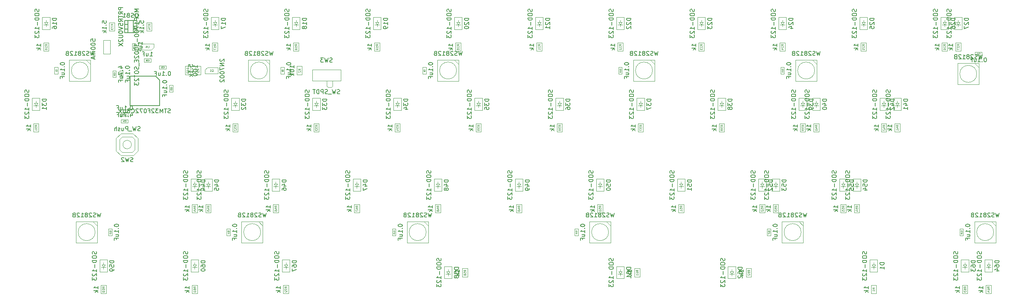
<source format=gbr>
G04 #@! TF.GenerationSoftware,KiCad,Pcbnew,(5.0.0)*
G04 #@! TF.CreationDate,2019-02-17T19:36:41-08:00*
G04 #@! TF.ProjectId,Voyager40,566F796167657234302E6B696361645F,rev?*
G04 #@! TF.SameCoordinates,Original*
G04 #@! TF.FileFunction,Other,Fab,Bot*
%FSLAX46Y46*%
G04 Gerber Fmt 4.6, Leading zero omitted, Abs format (unit mm)*
G04 Created by KiCad (PCBNEW (5.0.0)) date 02/17/19 19:36:41*
%MOMM*%
%LPD*%
G01*
G04 APERTURE LIST*
%ADD10C,0.100000*%
%ADD11C,0.150000*%
%ADD12C,0.075000*%
G04 APERTURE END LIST*
D10*
G04 #@! TO.C,C22*
X68688000Y-54267000D02*
X69488000Y-54267000D01*
X68688000Y-52667000D02*
X68688000Y-54267000D01*
X69488000Y-52667000D02*
X68688000Y-52667000D01*
X69488000Y-54267000D02*
X69488000Y-52667000D01*
G04 #@! TO.C,D1*
X235056250Y-96650000D02*
X235056250Y-93850000D01*
X235056250Y-93850000D02*
X233256250Y-93850000D01*
X233256250Y-93850000D02*
X233256250Y-96650000D01*
X233256250Y-96650000D02*
X235056250Y-96650000D01*
X234156250Y-96000000D02*
X234156250Y-95600000D01*
X234156250Y-95600000D02*
X234706250Y-95600000D01*
X234156250Y-95600000D02*
X233606250Y-95600000D01*
X234156250Y-95600000D02*
X234556250Y-95000000D01*
X234556250Y-95000000D02*
X233756250Y-95000000D01*
X233756250Y-95000000D02*
X234156250Y-95600000D01*
X234156250Y-95000000D02*
X234156250Y-94500000D01*
G04 #@! TO.C,D16*
X40587500Y-39500000D02*
X40587500Y-36700000D01*
X40587500Y-36700000D02*
X38787500Y-36700000D01*
X38787500Y-36700000D02*
X38787500Y-39500000D01*
X38787500Y-39500000D02*
X40587500Y-39500000D01*
X39687500Y-38850000D02*
X39687500Y-38450000D01*
X39687500Y-38450000D02*
X40237500Y-38450000D01*
X39687500Y-38450000D02*
X39137500Y-38450000D01*
X39687500Y-38450000D02*
X40087500Y-37850000D01*
X40087500Y-37850000D02*
X39287500Y-37850000D01*
X39287500Y-37850000D02*
X39687500Y-38450000D01*
X39687500Y-37850000D02*
X39687500Y-37350000D01*
G04 #@! TO.C,D17*
X79375000Y-37850000D02*
X79375000Y-37350000D01*
X78975000Y-37850000D02*
X79375000Y-38450000D01*
X79775000Y-37850000D02*
X78975000Y-37850000D01*
X79375000Y-38450000D02*
X79775000Y-37850000D01*
X79375000Y-38450000D02*
X78825000Y-38450000D01*
X79375000Y-38450000D02*
X79925000Y-38450000D01*
X79375000Y-38850000D02*
X79375000Y-38450000D01*
X78475000Y-39500000D02*
X80275000Y-39500000D01*
X78475000Y-36700000D02*
X78475000Y-39500000D01*
X80275000Y-36700000D02*
X78475000Y-36700000D01*
X80275000Y-39500000D02*
X80275000Y-36700000D01*
G04 #@! TO.C,D18*
X99325000Y-39500000D02*
X99325000Y-36700000D01*
X99325000Y-36700000D02*
X97525000Y-36700000D01*
X97525000Y-36700000D02*
X97525000Y-39500000D01*
X97525000Y-39500000D02*
X99325000Y-39500000D01*
X98425000Y-38850000D02*
X98425000Y-38450000D01*
X98425000Y-38450000D02*
X98975000Y-38450000D01*
X98425000Y-38450000D02*
X97875000Y-38450000D01*
X98425000Y-38450000D02*
X98825000Y-37850000D01*
X98825000Y-37850000D02*
X98025000Y-37850000D01*
X98025000Y-37850000D02*
X98425000Y-38450000D01*
X98425000Y-37850000D02*
X98425000Y-37350000D01*
G04 #@! TO.C,D19*
X118375000Y-39500000D02*
X118375000Y-36700000D01*
X118375000Y-36700000D02*
X116575000Y-36700000D01*
X116575000Y-36700000D02*
X116575000Y-39500000D01*
X116575000Y-39500000D02*
X118375000Y-39500000D01*
X117475000Y-38850000D02*
X117475000Y-38450000D01*
X117475000Y-38450000D02*
X118025000Y-38450000D01*
X117475000Y-38450000D02*
X116925000Y-38450000D01*
X117475000Y-38450000D02*
X117875000Y-37850000D01*
X117875000Y-37850000D02*
X117075000Y-37850000D01*
X117075000Y-37850000D02*
X117475000Y-38450000D01*
X117475000Y-37850000D02*
X117475000Y-37350000D01*
G04 #@! TO.C,D20*
X137425000Y-39500000D02*
X137425000Y-36700000D01*
X137425000Y-36700000D02*
X135625000Y-36700000D01*
X135625000Y-36700000D02*
X135625000Y-39500000D01*
X135625000Y-39500000D02*
X137425000Y-39500000D01*
X136525000Y-38850000D02*
X136525000Y-38450000D01*
X136525000Y-38450000D02*
X137075000Y-38450000D01*
X136525000Y-38450000D02*
X135975000Y-38450000D01*
X136525000Y-38450000D02*
X136925000Y-37850000D01*
X136925000Y-37850000D02*
X136125000Y-37850000D01*
X136125000Y-37850000D02*
X136525000Y-38450000D01*
X136525000Y-37850000D02*
X136525000Y-37350000D01*
G04 #@! TO.C,D21*
X155575000Y-37850000D02*
X155575000Y-37350000D01*
X155175000Y-37850000D02*
X155575000Y-38450000D01*
X155975000Y-37850000D02*
X155175000Y-37850000D01*
X155575000Y-38450000D02*
X155975000Y-37850000D01*
X155575000Y-38450000D02*
X155025000Y-38450000D01*
X155575000Y-38450000D02*
X156125000Y-38450000D01*
X155575000Y-38850000D02*
X155575000Y-38450000D01*
X154675000Y-39500000D02*
X156475000Y-39500000D01*
X154675000Y-36700000D02*
X154675000Y-39500000D01*
X156475000Y-36700000D02*
X154675000Y-36700000D01*
X156475000Y-39500000D02*
X156475000Y-36700000D01*
G04 #@! TO.C,D22*
X175525000Y-39500000D02*
X175525000Y-36700000D01*
X175525000Y-36700000D02*
X173725000Y-36700000D01*
X173725000Y-36700000D02*
X173725000Y-39500000D01*
X173725000Y-39500000D02*
X175525000Y-39500000D01*
X174625000Y-38850000D02*
X174625000Y-38450000D01*
X174625000Y-38450000D02*
X175175000Y-38450000D01*
X174625000Y-38450000D02*
X174075000Y-38450000D01*
X174625000Y-38450000D02*
X175025000Y-37850000D01*
X175025000Y-37850000D02*
X174225000Y-37850000D01*
X174225000Y-37850000D02*
X174625000Y-38450000D01*
X174625000Y-37850000D02*
X174625000Y-37350000D01*
G04 #@! TO.C,D23*
X194575000Y-39500000D02*
X194575000Y-36700000D01*
X194575000Y-36700000D02*
X192775000Y-36700000D01*
X192775000Y-36700000D02*
X192775000Y-39500000D01*
X192775000Y-39500000D02*
X194575000Y-39500000D01*
X193675000Y-38850000D02*
X193675000Y-38450000D01*
X193675000Y-38450000D02*
X194225000Y-38450000D01*
X193675000Y-38450000D02*
X193125000Y-38450000D01*
X193675000Y-38450000D02*
X194075000Y-37850000D01*
X194075000Y-37850000D02*
X193275000Y-37850000D01*
X193275000Y-37850000D02*
X193675000Y-38450000D01*
X193675000Y-37850000D02*
X193675000Y-37350000D01*
G04 #@! TO.C,D24*
X212725000Y-37850000D02*
X212725000Y-37350000D01*
X212325000Y-37850000D02*
X212725000Y-38450000D01*
X213125000Y-37850000D02*
X212325000Y-37850000D01*
X212725000Y-38450000D02*
X213125000Y-37850000D01*
X212725000Y-38450000D02*
X212175000Y-38450000D01*
X212725000Y-38450000D02*
X213275000Y-38450000D01*
X212725000Y-38850000D02*
X212725000Y-38450000D01*
X211825000Y-39500000D02*
X213625000Y-39500000D01*
X211825000Y-36700000D02*
X211825000Y-39500000D01*
X213625000Y-36700000D02*
X211825000Y-36700000D01*
X213625000Y-39500000D02*
X213625000Y-36700000D01*
G04 #@! TO.C,D25*
X231775000Y-37850000D02*
X231775000Y-37350000D01*
X231375000Y-37850000D02*
X231775000Y-38450000D01*
X232175000Y-37850000D02*
X231375000Y-37850000D01*
X231775000Y-38450000D02*
X232175000Y-37850000D01*
X231775000Y-38450000D02*
X231225000Y-38450000D01*
X231775000Y-38450000D02*
X232325000Y-38450000D01*
X231775000Y-38850000D02*
X231775000Y-38450000D01*
X230875000Y-39500000D02*
X232675000Y-39500000D01*
X230875000Y-36700000D02*
X230875000Y-39500000D01*
X232675000Y-36700000D02*
X230875000Y-36700000D01*
X232675000Y-39500000D02*
X232675000Y-36700000D01*
G04 #@! TO.C,D26*
X250825000Y-37850000D02*
X250825000Y-37350000D01*
X250425000Y-37850000D02*
X250825000Y-38450000D01*
X251225000Y-37850000D02*
X250425000Y-37850000D01*
X250825000Y-38450000D02*
X251225000Y-37850000D01*
X250825000Y-38450000D02*
X250275000Y-38450000D01*
X250825000Y-38450000D02*
X251375000Y-38450000D01*
X250825000Y-38850000D02*
X250825000Y-38450000D01*
X249925000Y-39500000D02*
X251725000Y-39500000D01*
X249925000Y-36700000D02*
X249925000Y-39500000D01*
X251725000Y-36700000D02*
X249925000Y-36700000D01*
X251725000Y-39500000D02*
X251725000Y-36700000D01*
G04 #@! TO.C,D27*
X254900000Y-39500000D02*
X254900000Y-36700000D01*
X254900000Y-36700000D02*
X253100000Y-36700000D01*
X253100000Y-36700000D02*
X253100000Y-39500000D01*
X253100000Y-39500000D02*
X254900000Y-39500000D01*
X254000000Y-38850000D02*
X254000000Y-38450000D01*
X254000000Y-38450000D02*
X254550000Y-38450000D01*
X254000000Y-38450000D02*
X253450000Y-38450000D01*
X254000000Y-38450000D02*
X254400000Y-37850000D01*
X254400000Y-37850000D02*
X253600000Y-37850000D01*
X253600000Y-37850000D02*
X254000000Y-38450000D01*
X254000000Y-37850000D02*
X254000000Y-37350000D01*
G04 #@! TO.C,D31*
X37306250Y-56900000D02*
X37306250Y-56400000D01*
X36906250Y-56900000D02*
X37306250Y-57500000D01*
X37706250Y-56900000D02*
X36906250Y-56900000D01*
X37306250Y-57500000D02*
X37706250Y-56900000D01*
X37306250Y-57500000D02*
X36756250Y-57500000D01*
X37306250Y-57500000D02*
X37856250Y-57500000D01*
X37306250Y-57900000D02*
X37306250Y-57500000D01*
X36406250Y-58550000D02*
X38206250Y-58550000D01*
X36406250Y-55750000D02*
X36406250Y-58550000D01*
X38206250Y-55750000D02*
X36406250Y-55750000D01*
X38206250Y-58550000D02*
X38206250Y-55750000D01*
G04 #@! TO.C,D32*
X84137500Y-56900000D02*
X84137500Y-56400000D01*
X83737500Y-56900000D02*
X84137500Y-57500000D01*
X84537500Y-56900000D02*
X83737500Y-56900000D01*
X84137500Y-57500000D02*
X84537500Y-56900000D01*
X84137500Y-57500000D02*
X83587500Y-57500000D01*
X84137500Y-57500000D02*
X84687500Y-57500000D01*
X84137500Y-57900000D02*
X84137500Y-57500000D01*
X83237500Y-58550000D02*
X85037500Y-58550000D01*
X83237500Y-55750000D02*
X83237500Y-58550000D01*
X85037500Y-55750000D02*
X83237500Y-55750000D01*
X85037500Y-58550000D02*
X85037500Y-55750000D01*
G04 #@! TO.C,D33*
X104087500Y-58550000D02*
X104087500Y-55750000D01*
X104087500Y-55750000D02*
X102287500Y-55750000D01*
X102287500Y-55750000D02*
X102287500Y-58550000D01*
X102287500Y-58550000D02*
X104087500Y-58550000D01*
X103187500Y-57900000D02*
X103187500Y-57500000D01*
X103187500Y-57500000D02*
X103737500Y-57500000D01*
X103187500Y-57500000D02*
X102637500Y-57500000D01*
X103187500Y-57500000D02*
X103587500Y-56900000D01*
X103587500Y-56900000D02*
X102787500Y-56900000D01*
X102787500Y-56900000D02*
X103187500Y-57500000D01*
X103187500Y-56900000D02*
X103187500Y-56400000D01*
G04 #@! TO.C,D34*
X123137500Y-58550000D02*
X123137500Y-55750000D01*
X123137500Y-55750000D02*
X121337500Y-55750000D01*
X121337500Y-55750000D02*
X121337500Y-58550000D01*
X121337500Y-58550000D02*
X123137500Y-58550000D01*
X122237500Y-57900000D02*
X122237500Y-57500000D01*
X122237500Y-57500000D02*
X122787500Y-57500000D01*
X122237500Y-57500000D02*
X121687500Y-57500000D01*
X122237500Y-57500000D02*
X122637500Y-56900000D01*
X122637500Y-56900000D02*
X121837500Y-56900000D01*
X121837500Y-56900000D02*
X122237500Y-57500000D01*
X122237500Y-56900000D02*
X122237500Y-56400000D01*
G04 #@! TO.C,D35*
X141287500Y-56900000D02*
X141287500Y-56400000D01*
X140887500Y-56900000D02*
X141287500Y-57500000D01*
X141687500Y-56900000D02*
X140887500Y-56900000D01*
X141287500Y-57500000D02*
X141687500Y-56900000D01*
X141287500Y-57500000D02*
X140737500Y-57500000D01*
X141287500Y-57500000D02*
X141837500Y-57500000D01*
X141287500Y-57900000D02*
X141287500Y-57500000D01*
X140387500Y-58550000D02*
X142187500Y-58550000D01*
X140387500Y-55750000D02*
X140387500Y-58550000D01*
X142187500Y-55750000D02*
X140387500Y-55750000D01*
X142187500Y-58550000D02*
X142187500Y-55750000D01*
G04 #@! TO.C,D36*
X160337500Y-56900000D02*
X160337500Y-56400000D01*
X159937500Y-56900000D02*
X160337500Y-57500000D01*
X160737500Y-56900000D02*
X159937500Y-56900000D01*
X160337500Y-57500000D02*
X160737500Y-56900000D01*
X160337500Y-57500000D02*
X159787500Y-57500000D01*
X160337500Y-57500000D02*
X160887500Y-57500000D01*
X160337500Y-57900000D02*
X160337500Y-57500000D01*
X159437500Y-58550000D02*
X161237500Y-58550000D01*
X159437500Y-55750000D02*
X159437500Y-58550000D01*
X161237500Y-55750000D02*
X159437500Y-55750000D01*
X161237500Y-58550000D02*
X161237500Y-55750000D01*
G04 #@! TO.C,D37*
X179387500Y-56900000D02*
X179387500Y-56400000D01*
X178987500Y-56900000D02*
X179387500Y-57500000D01*
X179787500Y-56900000D02*
X178987500Y-56900000D01*
X179387500Y-57500000D02*
X179787500Y-56900000D01*
X179387500Y-57500000D02*
X178837500Y-57500000D01*
X179387500Y-57500000D02*
X179937500Y-57500000D01*
X179387500Y-57900000D02*
X179387500Y-57500000D01*
X178487500Y-58550000D02*
X180287500Y-58550000D01*
X178487500Y-55750000D02*
X178487500Y-58550000D01*
X180287500Y-55750000D02*
X178487500Y-55750000D01*
X180287500Y-58550000D02*
X180287500Y-55750000D01*
G04 #@! TO.C,D38*
X199337500Y-58550000D02*
X199337500Y-55750000D01*
X199337500Y-55750000D02*
X197537500Y-55750000D01*
X197537500Y-55750000D02*
X197537500Y-58550000D01*
X197537500Y-58550000D02*
X199337500Y-58550000D01*
X198437500Y-57900000D02*
X198437500Y-57500000D01*
X198437500Y-57500000D02*
X198987500Y-57500000D01*
X198437500Y-57500000D02*
X197887500Y-57500000D01*
X198437500Y-57500000D02*
X198837500Y-56900000D01*
X198837500Y-56900000D02*
X198037500Y-56900000D01*
X198037500Y-56900000D02*
X198437500Y-57500000D01*
X198437500Y-56900000D02*
X198437500Y-56400000D01*
G04 #@! TO.C,D39*
X217487500Y-56900000D02*
X217487500Y-56400000D01*
X217087500Y-56900000D02*
X217487500Y-57500000D01*
X217887500Y-56900000D02*
X217087500Y-56900000D01*
X217487500Y-57500000D02*
X217887500Y-56900000D01*
X217487500Y-57500000D02*
X216937500Y-57500000D01*
X217487500Y-57500000D02*
X218037500Y-57500000D01*
X217487500Y-57900000D02*
X217487500Y-57500000D01*
X216587500Y-58550000D02*
X218387500Y-58550000D01*
X216587500Y-55750000D02*
X216587500Y-58550000D01*
X218387500Y-55750000D02*
X216587500Y-55750000D01*
X218387500Y-58550000D02*
X218387500Y-55750000D01*
G04 #@! TO.C,D40*
X220662500Y-56900000D02*
X220662500Y-56400000D01*
X220262500Y-56900000D02*
X220662500Y-57500000D01*
X221062500Y-56900000D02*
X220262500Y-56900000D01*
X220662500Y-57500000D02*
X221062500Y-56900000D01*
X220662500Y-57500000D02*
X220112500Y-57500000D01*
X220662500Y-57500000D02*
X221212500Y-57500000D01*
X220662500Y-57900000D02*
X220662500Y-57500000D01*
X219762500Y-58550000D02*
X221562500Y-58550000D01*
X219762500Y-55750000D02*
X219762500Y-58550000D01*
X221562500Y-55750000D02*
X219762500Y-55750000D01*
X221562500Y-58550000D02*
X221562500Y-55750000D01*
G04 #@! TO.C,D41*
X239712500Y-56900000D02*
X239712500Y-56400000D01*
X239312500Y-56900000D02*
X239712500Y-57500000D01*
X240112500Y-56900000D02*
X239312500Y-56900000D01*
X239712500Y-57500000D02*
X240112500Y-56900000D01*
X239712500Y-57500000D02*
X239162500Y-57500000D01*
X239712500Y-57500000D02*
X240262500Y-57500000D01*
X239712500Y-57900000D02*
X239712500Y-57500000D01*
X238812500Y-58550000D02*
X240612500Y-58550000D01*
X238812500Y-55750000D02*
X238812500Y-58550000D01*
X240612500Y-55750000D02*
X238812500Y-55750000D01*
X240612500Y-58550000D02*
X240612500Y-55750000D01*
G04 #@! TO.C,D42*
X236537500Y-56900000D02*
X236537500Y-56400000D01*
X236137500Y-56900000D02*
X236537500Y-57500000D01*
X236937500Y-56900000D02*
X236137500Y-56900000D01*
X236537500Y-57500000D02*
X236937500Y-56900000D01*
X236537500Y-57500000D02*
X235987500Y-57500000D01*
X236537500Y-57500000D02*
X237087500Y-57500000D01*
X236537500Y-57900000D02*
X236537500Y-57500000D01*
X235637500Y-58550000D02*
X237437500Y-58550000D01*
X235637500Y-55750000D02*
X235637500Y-58550000D01*
X237437500Y-55750000D02*
X235637500Y-55750000D01*
X237437500Y-58550000D02*
X237437500Y-55750000D01*
G04 #@! TO.C,D44*
X75512500Y-77600000D02*
X75512500Y-74800000D01*
X75512500Y-74800000D02*
X73712500Y-74800000D01*
X73712500Y-74800000D02*
X73712500Y-77600000D01*
X73712500Y-77600000D02*
X75512500Y-77600000D01*
X74612500Y-76950000D02*
X74612500Y-76550000D01*
X74612500Y-76550000D02*
X75162500Y-76550000D01*
X74612500Y-76550000D02*
X74062500Y-76550000D01*
X74612500Y-76550000D02*
X75012500Y-75950000D01*
X75012500Y-75950000D02*
X74212500Y-75950000D01*
X74212500Y-75950000D02*
X74612500Y-76550000D01*
X74612500Y-75950000D02*
X74612500Y-75450000D01*
G04 #@! TO.C,D45*
X78687500Y-77600000D02*
X78687500Y-74800000D01*
X78687500Y-74800000D02*
X76887500Y-74800000D01*
X76887500Y-74800000D02*
X76887500Y-77600000D01*
X76887500Y-77600000D02*
X78687500Y-77600000D01*
X77787500Y-76950000D02*
X77787500Y-76550000D01*
X77787500Y-76550000D02*
X78337500Y-76550000D01*
X77787500Y-76550000D02*
X77237500Y-76550000D01*
X77787500Y-76550000D02*
X78187500Y-75950000D01*
X78187500Y-75950000D02*
X77387500Y-75950000D01*
X77387500Y-75950000D02*
X77787500Y-76550000D01*
X77787500Y-75950000D02*
X77787500Y-75450000D01*
G04 #@! TO.C,D46*
X93662500Y-75950000D02*
X93662500Y-75450000D01*
X93262500Y-75950000D02*
X93662500Y-76550000D01*
X94062500Y-75950000D02*
X93262500Y-75950000D01*
X93662500Y-76550000D02*
X94062500Y-75950000D01*
X93662500Y-76550000D02*
X93112500Y-76550000D01*
X93662500Y-76550000D02*
X94212500Y-76550000D01*
X93662500Y-76950000D02*
X93662500Y-76550000D01*
X92762500Y-77600000D02*
X94562500Y-77600000D01*
X92762500Y-74800000D02*
X92762500Y-77600000D01*
X94562500Y-74800000D02*
X92762500Y-74800000D01*
X94562500Y-77600000D02*
X94562500Y-74800000D01*
G04 #@! TO.C,D47*
X113612500Y-77600000D02*
X113612500Y-74800000D01*
X113612500Y-74800000D02*
X111812500Y-74800000D01*
X111812500Y-74800000D02*
X111812500Y-77600000D01*
X111812500Y-77600000D02*
X113612500Y-77600000D01*
X112712500Y-76950000D02*
X112712500Y-76550000D01*
X112712500Y-76550000D02*
X113262500Y-76550000D01*
X112712500Y-76550000D02*
X112162500Y-76550000D01*
X112712500Y-76550000D02*
X113112500Y-75950000D01*
X113112500Y-75950000D02*
X112312500Y-75950000D01*
X112312500Y-75950000D02*
X112712500Y-76550000D01*
X112712500Y-75950000D02*
X112712500Y-75450000D01*
G04 #@! TO.C,D48*
X131762500Y-75950000D02*
X131762500Y-75450000D01*
X131362500Y-75950000D02*
X131762500Y-76550000D01*
X132162500Y-75950000D02*
X131362500Y-75950000D01*
X131762500Y-76550000D02*
X132162500Y-75950000D01*
X131762500Y-76550000D02*
X131212500Y-76550000D01*
X131762500Y-76550000D02*
X132312500Y-76550000D01*
X131762500Y-76950000D02*
X131762500Y-76550000D01*
X130862500Y-77600000D02*
X132662500Y-77600000D01*
X130862500Y-74800000D02*
X130862500Y-77600000D01*
X132662500Y-74800000D02*
X130862500Y-74800000D01*
X132662500Y-77600000D02*
X132662500Y-74800000D01*
G04 #@! TO.C,D49*
X151712500Y-77600000D02*
X151712500Y-74800000D01*
X151712500Y-74800000D02*
X149912500Y-74800000D01*
X149912500Y-74800000D02*
X149912500Y-77600000D01*
X149912500Y-77600000D02*
X151712500Y-77600000D01*
X150812500Y-76950000D02*
X150812500Y-76550000D01*
X150812500Y-76550000D02*
X151362500Y-76550000D01*
X150812500Y-76550000D02*
X150262500Y-76550000D01*
X150812500Y-76550000D02*
X151212500Y-75950000D01*
X151212500Y-75950000D02*
X150412500Y-75950000D01*
X150412500Y-75950000D02*
X150812500Y-76550000D01*
X150812500Y-75950000D02*
X150812500Y-75450000D01*
G04 #@! TO.C,D50*
X169862500Y-75950000D02*
X169862500Y-75450000D01*
X169462500Y-75950000D02*
X169862500Y-76550000D01*
X170262500Y-75950000D02*
X169462500Y-75950000D01*
X169862500Y-76550000D02*
X170262500Y-75950000D01*
X169862500Y-76550000D02*
X169312500Y-76550000D01*
X169862500Y-76550000D02*
X170412500Y-76550000D01*
X169862500Y-76950000D02*
X169862500Y-76550000D01*
X168962500Y-77600000D02*
X170762500Y-77600000D01*
X168962500Y-74800000D02*
X168962500Y-77600000D01*
X170762500Y-74800000D02*
X168962500Y-74800000D01*
X170762500Y-77600000D02*
X170762500Y-74800000D01*
G04 #@! TO.C,D51*
X189812500Y-77600000D02*
X189812500Y-74800000D01*
X189812500Y-74800000D02*
X188012500Y-74800000D01*
X188012500Y-74800000D02*
X188012500Y-77600000D01*
X188012500Y-77600000D02*
X189812500Y-77600000D01*
X188912500Y-76950000D02*
X188912500Y-76550000D01*
X188912500Y-76550000D02*
X189462500Y-76550000D01*
X188912500Y-76550000D02*
X188362500Y-76550000D01*
X188912500Y-76550000D02*
X189312500Y-75950000D01*
X189312500Y-75950000D02*
X188512500Y-75950000D01*
X188512500Y-75950000D02*
X188912500Y-76550000D01*
X188912500Y-75950000D02*
X188912500Y-75450000D01*
G04 #@! TO.C,D52*
X208862500Y-77600000D02*
X208862500Y-74800000D01*
X208862500Y-74800000D02*
X207062500Y-74800000D01*
X207062500Y-74800000D02*
X207062500Y-77600000D01*
X207062500Y-77600000D02*
X208862500Y-77600000D01*
X207962500Y-76950000D02*
X207962500Y-76550000D01*
X207962500Y-76550000D02*
X208512500Y-76550000D01*
X207962500Y-76550000D02*
X207412500Y-76550000D01*
X207962500Y-76550000D02*
X208362500Y-75950000D01*
X208362500Y-75950000D02*
X207562500Y-75950000D01*
X207562500Y-75950000D02*
X207962500Y-76550000D01*
X207962500Y-75950000D02*
X207962500Y-75450000D01*
G04 #@! TO.C,D53*
X212037500Y-77600000D02*
X212037500Y-74800000D01*
X212037500Y-74800000D02*
X210237500Y-74800000D01*
X210237500Y-74800000D02*
X210237500Y-77600000D01*
X210237500Y-77600000D02*
X212037500Y-77600000D01*
X211137500Y-76950000D02*
X211137500Y-76550000D01*
X211137500Y-76550000D02*
X211687500Y-76550000D01*
X211137500Y-76550000D02*
X210587500Y-76550000D01*
X211137500Y-76550000D02*
X211537500Y-75950000D01*
X211537500Y-75950000D02*
X210737500Y-75950000D01*
X210737500Y-75950000D02*
X211137500Y-76550000D01*
X211137500Y-75950000D02*
X211137500Y-75450000D01*
G04 #@! TO.C,D54*
X231087500Y-77600000D02*
X231087500Y-74800000D01*
X231087500Y-74800000D02*
X229287500Y-74800000D01*
X229287500Y-74800000D02*
X229287500Y-77600000D01*
X229287500Y-77600000D02*
X231087500Y-77600000D01*
X230187500Y-76950000D02*
X230187500Y-76550000D01*
X230187500Y-76550000D02*
X230737500Y-76550000D01*
X230187500Y-76550000D02*
X229637500Y-76550000D01*
X230187500Y-76550000D02*
X230587500Y-75950000D01*
X230587500Y-75950000D02*
X229787500Y-75950000D01*
X229787500Y-75950000D02*
X230187500Y-76550000D01*
X230187500Y-75950000D02*
X230187500Y-75450000D01*
G04 #@! TO.C,D55*
X227912500Y-77600000D02*
X227912500Y-74800000D01*
X227912500Y-74800000D02*
X226112500Y-74800000D01*
X226112500Y-74800000D02*
X226112500Y-77600000D01*
X226112500Y-77600000D02*
X227912500Y-77600000D01*
X227012500Y-76950000D02*
X227012500Y-76550000D01*
X227012500Y-76550000D02*
X227562500Y-76550000D01*
X227012500Y-76550000D02*
X226462500Y-76550000D01*
X227012500Y-76550000D02*
X227412500Y-75950000D01*
X227412500Y-75950000D02*
X226612500Y-75950000D01*
X226612500Y-75950000D02*
X227012500Y-76550000D01*
X227012500Y-75950000D02*
X227012500Y-75450000D01*
G04 #@! TO.C,D58*
X134143750Y-96587500D02*
X134143750Y-96087500D01*
X133743750Y-96587500D02*
X134143750Y-97187500D01*
X134543750Y-96587500D02*
X133743750Y-96587500D01*
X134143750Y-97187500D02*
X134543750Y-96587500D01*
X134143750Y-97187500D02*
X133593750Y-97187500D01*
X134143750Y-97187500D02*
X134693750Y-97187500D01*
X134143750Y-97587500D02*
X134143750Y-97187500D01*
X133243750Y-98237500D02*
X135043750Y-98237500D01*
X133243750Y-95437500D02*
X133243750Y-98237500D01*
X135043750Y-95437500D02*
X133243750Y-95437500D01*
X135043750Y-98237500D02*
X135043750Y-95437500D01*
G04 #@! TO.C,D59*
X53181250Y-95000000D02*
X53181250Y-94500000D01*
X52781250Y-95000000D02*
X53181250Y-95600000D01*
X53581250Y-95000000D02*
X52781250Y-95000000D01*
X53181250Y-95600000D02*
X53581250Y-95000000D01*
X53181250Y-95600000D02*
X52631250Y-95600000D01*
X53181250Y-95600000D02*
X53731250Y-95600000D01*
X53181250Y-96000000D02*
X53181250Y-95600000D01*
X52281250Y-96650000D02*
X54081250Y-96650000D01*
X52281250Y-93850000D02*
X52281250Y-96650000D01*
X54081250Y-93850000D02*
X52281250Y-93850000D01*
X54081250Y-96650000D02*
X54081250Y-93850000D01*
G04 #@! TO.C,D60*
X75512500Y-96650000D02*
X75512500Y-93850000D01*
X75512500Y-93850000D02*
X73712500Y-93850000D01*
X73712500Y-93850000D02*
X73712500Y-96650000D01*
X73712500Y-96650000D02*
X75512500Y-96650000D01*
X74612500Y-96000000D02*
X74612500Y-95600000D01*
X74612500Y-95600000D02*
X75162500Y-95600000D01*
X74612500Y-95600000D02*
X74062500Y-95600000D01*
X74612500Y-95600000D02*
X75012500Y-95000000D01*
X75012500Y-95000000D02*
X74212500Y-95000000D01*
X74212500Y-95000000D02*
X74612500Y-95600000D01*
X74612500Y-95000000D02*
X74612500Y-94500000D01*
G04 #@! TO.C,D61*
X175525000Y-98237500D02*
X175525000Y-95437500D01*
X175525000Y-95437500D02*
X173725000Y-95437500D01*
X173725000Y-95437500D02*
X173725000Y-98237500D01*
X173725000Y-98237500D02*
X175525000Y-98237500D01*
X174625000Y-97587500D02*
X174625000Y-97187500D01*
X174625000Y-97187500D02*
X175175000Y-97187500D01*
X174625000Y-97187500D02*
X174075000Y-97187500D01*
X174625000Y-97187500D02*
X175025000Y-96587500D01*
X175025000Y-96587500D02*
X174225000Y-96587500D01*
X174225000Y-96587500D02*
X174625000Y-97187500D01*
X174625000Y-96587500D02*
X174625000Y-96087500D01*
G04 #@! TO.C,D62*
X200818750Y-96587500D02*
X200818750Y-96087500D01*
X200418750Y-96587500D02*
X200818750Y-97187500D01*
X201218750Y-96587500D02*
X200418750Y-96587500D01*
X200818750Y-97187500D02*
X201218750Y-96587500D01*
X200818750Y-97187500D02*
X200268750Y-97187500D01*
X200818750Y-97187500D02*
X201368750Y-97187500D01*
X200818750Y-97587500D02*
X200818750Y-97187500D01*
X199918750Y-98237500D02*
X201718750Y-98237500D01*
X199918750Y-95437500D02*
X199918750Y-98237500D01*
X201718750Y-95437500D02*
X199918750Y-95437500D01*
X201718750Y-98237500D02*
X201718750Y-95437500D01*
G04 #@! TO.C,D63*
X256487500Y-96650000D02*
X256487500Y-93850000D01*
X256487500Y-93850000D02*
X254687500Y-93850000D01*
X254687500Y-93850000D02*
X254687500Y-96650000D01*
X254687500Y-96650000D02*
X256487500Y-96650000D01*
X255587500Y-96000000D02*
X255587500Y-95600000D01*
X255587500Y-95600000D02*
X256137500Y-95600000D01*
X255587500Y-95600000D02*
X255037500Y-95600000D01*
X255587500Y-95600000D02*
X255987500Y-95000000D01*
X255987500Y-95000000D02*
X255187500Y-95000000D01*
X255187500Y-95000000D02*
X255587500Y-95600000D01*
X255587500Y-95000000D02*
X255587500Y-94500000D01*
G04 #@! TO.C,D64*
X261143750Y-95000000D02*
X261143750Y-94500000D01*
X260743750Y-95000000D02*
X261143750Y-95600000D01*
X261543750Y-95000000D02*
X260743750Y-95000000D01*
X261143750Y-95600000D02*
X261543750Y-95000000D01*
X261143750Y-95600000D02*
X260593750Y-95600000D01*
X261143750Y-95600000D02*
X261693750Y-95600000D01*
X261143750Y-96000000D02*
X261143750Y-95600000D01*
X260243750Y-96650000D02*
X262043750Y-96650000D01*
X260243750Y-93850000D02*
X260243750Y-96650000D01*
X262043750Y-93850000D02*
X260243750Y-93850000D01*
X262043750Y-96650000D02*
X262043750Y-93850000D01*
G04 #@! TO.C,D67*
X96043750Y-95000000D02*
X96043750Y-94500000D01*
X95643750Y-95000000D02*
X96043750Y-95600000D01*
X96443750Y-95000000D02*
X95643750Y-95000000D01*
X96043750Y-95600000D02*
X96443750Y-95000000D01*
X96043750Y-95600000D02*
X95493750Y-95600000D01*
X96043750Y-95600000D02*
X96593750Y-95600000D01*
X96043750Y-96000000D02*
X96043750Y-95600000D01*
X95143750Y-96650000D02*
X96943750Y-96650000D01*
X95143750Y-93850000D02*
X95143750Y-96650000D01*
X96943750Y-93850000D02*
X95143750Y-93850000D01*
X96943750Y-96650000D02*
X96943750Y-93850000D01*
G04 #@! TO.C,F1*
X54775000Y-45256250D02*
X54775000Y-42056250D01*
X54775000Y-42056250D02*
X53175000Y-42056250D01*
X53175000Y-42056250D02*
X53175000Y-45256250D01*
X53175000Y-45256250D02*
X54775000Y-45256250D01*
G04 #@! TO.C,R1*
X233536250Y-101806250D02*
X234776250Y-101806250D01*
X233536250Y-99806250D02*
X233536250Y-101806250D01*
X234776250Y-99806250D02*
X233536250Y-99806250D01*
X234776250Y-101806250D02*
X234776250Y-99806250D01*
G04 #@! TO.C,R16*
X40307500Y-44656250D02*
X40307500Y-42656250D01*
X40307500Y-42656250D02*
X39067500Y-42656250D01*
X39067500Y-42656250D02*
X39067500Y-44656250D01*
X39067500Y-44656250D02*
X40307500Y-44656250D01*
G04 #@! TO.C,R17*
X79995000Y-44656250D02*
X79995000Y-42656250D01*
X79995000Y-42656250D02*
X78755000Y-42656250D01*
X78755000Y-42656250D02*
X78755000Y-44656250D01*
X78755000Y-44656250D02*
X79995000Y-44656250D01*
G04 #@! TO.C,R18*
X97805000Y-44656250D02*
X99045000Y-44656250D01*
X97805000Y-42656250D02*
X97805000Y-44656250D01*
X99045000Y-42656250D02*
X97805000Y-42656250D01*
X99045000Y-44656250D02*
X99045000Y-42656250D01*
G04 #@! TO.C,R19*
X118095000Y-44656250D02*
X118095000Y-42656250D01*
X118095000Y-42656250D02*
X116855000Y-42656250D01*
X116855000Y-42656250D02*
X116855000Y-44656250D01*
X116855000Y-44656250D02*
X118095000Y-44656250D01*
G04 #@! TO.C,R20*
X135905000Y-44656250D02*
X137145000Y-44656250D01*
X135905000Y-42656250D02*
X135905000Y-44656250D01*
X137145000Y-42656250D02*
X135905000Y-42656250D01*
X137145000Y-44656250D02*
X137145000Y-42656250D01*
G04 #@! TO.C,R21*
X154955000Y-44656250D02*
X156195000Y-44656250D01*
X154955000Y-42656250D02*
X154955000Y-44656250D01*
X156195000Y-42656250D02*
X154955000Y-42656250D01*
X156195000Y-44656250D02*
X156195000Y-42656250D01*
G04 #@! TO.C,R22*
X175245000Y-44656250D02*
X175245000Y-42656250D01*
X175245000Y-42656250D02*
X174005000Y-42656250D01*
X174005000Y-42656250D02*
X174005000Y-44656250D01*
X174005000Y-44656250D02*
X175245000Y-44656250D01*
G04 #@! TO.C,R23*
X193055000Y-44656250D02*
X194295000Y-44656250D01*
X193055000Y-42656250D02*
X193055000Y-44656250D01*
X194295000Y-42656250D02*
X193055000Y-42656250D01*
X194295000Y-44656250D02*
X194295000Y-42656250D01*
G04 #@! TO.C,R24*
X212105000Y-44656250D02*
X213345000Y-44656250D01*
X212105000Y-42656250D02*
X212105000Y-44656250D01*
X213345000Y-42656250D02*
X212105000Y-42656250D01*
X213345000Y-44656250D02*
X213345000Y-42656250D01*
G04 #@! TO.C,R25*
X232395000Y-44656250D02*
X232395000Y-42656250D01*
X232395000Y-42656250D02*
X231155000Y-42656250D01*
X231155000Y-42656250D02*
X231155000Y-44656250D01*
X231155000Y-44656250D02*
X232395000Y-44656250D01*
G04 #@! TO.C,R26*
X251445000Y-44656250D02*
X251445000Y-42656250D01*
X251445000Y-42656250D02*
X250205000Y-42656250D01*
X250205000Y-42656250D02*
X250205000Y-44656250D01*
X250205000Y-44656250D02*
X251445000Y-44656250D01*
G04 #@! TO.C,R27*
X253380000Y-44656250D02*
X254620000Y-44656250D01*
X253380000Y-42656250D02*
X253380000Y-44656250D01*
X254620000Y-42656250D02*
X253380000Y-42656250D01*
X254620000Y-44656250D02*
X254620000Y-42656250D01*
G04 #@! TO.C,R31*
X36686250Y-63706250D02*
X37926250Y-63706250D01*
X36686250Y-61706250D02*
X36686250Y-63706250D01*
X37926250Y-61706250D02*
X36686250Y-61706250D01*
X37926250Y-63706250D02*
X37926250Y-61706250D01*
G04 #@! TO.C,R32*
X84757500Y-63706250D02*
X84757500Y-61706250D01*
X84757500Y-61706250D02*
X83517500Y-61706250D01*
X83517500Y-61706250D02*
X83517500Y-63706250D01*
X83517500Y-63706250D02*
X84757500Y-63706250D01*
G04 #@! TO.C,R33*
X103807500Y-63706250D02*
X103807500Y-61706250D01*
X103807500Y-61706250D02*
X102567500Y-61706250D01*
X102567500Y-61706250D02*
X102567500Y-63706250D01*
X102567500Y-63706250D02*
X103807500Y-63706250D01*
G04 #@! TO.C,R34*
X121617500Y-63706250D02*
X122857500Y-63706250D01*
X121617500Y-61706250D02*
X121617500Y-63706250D01*
X122857500Y-61706250D02*
X121617500Y-61706250D01*
X122857500Y-63706250D02*
X122857500Y-61706250D01*
G04 #@! TO.C,R35*
X140667500Y-63706250D02*
X141907500Y-63706250D01*
X140667500Y-61706250D02*
X140667500Y-63706250D01*
X141907500Y-61706250D02*
X140667500Y-61706250D01*
X141907500Y-63706250D02*
X141907500Y-61706250D01*
G04 #@! TO.C,R36*
X160957500Y-63706250D02*
X160957500Y-61706250D01*
X160957500Y-61706250D02*
X159717500Y-61706250D01*
X159717500Y-61706250D02*
X159717500Y-63706250D01*
X159717500Y-63706250D02*
X160957500Y-63706250D01*
G04 #@! TO.C,R37*
X178767500Y-63706250D02*
X180007500Y-63706250D01*
X178767500Y-61706250D02*
X178767500Y-63706250D01*
X180007500Y-61706250D02*
X178767500Y-61706250D01*
X180007500Y-63706250D02*
X180007500Y-61706250D01*
G04 #@! TO.C,R38*
X199057500Y-63706250D02*
X199057500Y-61706250D01*
X199057500Y-61706250D02*
X197817500Y-61706250D01*
X197817500Y-61706250D02*
X197817500Y-63706250D01*
X197817500Y-63706250D02*
X199057500Y-63706250D01*
G04 #@! TO.C,R39*
X216867500Y-63706250D02*
X218107500Y-63706250D01*
X216867500Y-61706250D02*
X216867500Y-63706250D01*
X218107500Y-61706250D02*
X216867500Y-61706250D01*
X218107500Y-63706250D02*
X218107500Y-61706250D01*
G04 #@! TO.C,R40*
X221282500Y-63706250D02*
X221282500Y-61706250D01*
X221282500Y-61706250D02*
X220042500Y-61706250D01*
X220042500Y-61706250D02*
X220042500Y-63706250D01*
X220042500Y-63706250D02*
X221282500Y-63706250D01*
G04 #@! TO.C,R41*
X239092500Y-63706250D02*
X240332500Y-63706250D01*
X239092500Y-61706250D02*
X239092500Y-63706250D01*
X240332500Y-61706250D02*
X239092500Y-61706250D01*
X240332500Y-63706250D02*
X240332500Y-61706250D01*
G04 #@! TO.C,R42*
X235917500Y-63706250D02*
X237157500Y-63706250D01*
X235917500Y-61706250D02*
X235917500Y-63706250D01*
X237157500Y-61706250D02*
X235917500Y-61706250D01*
X237157500Y-63706250D02*
X237157500Y-61706250D01*
G04 #@! TO.C,R44*
X75232500Y-82756250D02*
X75232500Y-80756250D01*
X75232500Y-80756250D02*
X73992500Y-80756250D01*
X73992500Y-80756250D02*
X73992500Y-82756250D01*
X73992500Y-82756250D02*
X75232500Y-82756250D01*
G04 #@! TO.C,R45*
X78407500Y-82756250D02*
X78407500Y-80756250D01*
X78407500Y-80756250D02*
X77167500Y-80756250D01*
X77167500Y-80756250D02*
X77167500Y-82756250D01*
X77167500Y-82756250D02*
X78407500Y-82756250D01*
G04 #@! TO.C,R46*
X93042500Y-82756250D02*
X94282500Y-82756250D01*
X93042500Y-80756250D02*
X93042500Y-82756250D01*
X94282500Y-80756250D02*
X93042500Y-80756250D01*
X94282500Y-82756250D02*
X94282500Y-80756250D01*
G04 #@! TO.C,R47*
X112092500Y-82756250D02*
X113332500Y-82756250D01*
X112092500Y-80756250D02*
X112092500Y-82756250D01*
X113332500Y-80756250D02*
X112092500Y-80756250D01*
X113332500Y-82756250D02*
X113332500Y-80756250D01*
G04 #@! TO.C,R48*
X132382500Y-82756250D02*
X132382500Y-80756250D01*
X132382500Y-80756250D02*
X131142500Y-80756250D01*
X131142500Y-80756250D02*
X131142500Y-82756250D01*
X131142500Y-82756250D02*
X132382500Y-82756250D01*
G04 #@! TO.C,R49*
X151432500Y-82756250D02*
X151432500Y-80756250D01*
X151432500Y-80756250D02*
X150192500Y-80756250D01*
X150192500Y-80756250D02*
X150192500Y-82756250D01*
X150192500Y-82756250D02*
X151432500Y-82756250D01*
G04 #@! TO.C,R50*
X169242500Y-82756250D02*
X170482500Y-82756250D01*
X169242500Y-80756250D02*
X169242500Y-82756250D01*
X170482500Y-80756250D02*
X169242500Y-80756250D01*
X170482500Y-82756250D02*
X170482500Y-80756250D01*
G04 #@! TO.C,R51*
X188292500Y-82756250D02*
X189532500Y-82756250D01*
X188292500Y-80756250D02*
X188292500Y-82756250D01*
X189532500Y-80756250D02*
X188292500Y-80756250D01*
X189532500Y-82756250D02*
X189532500Y-80756250D01*
G04 #@! TO.C,R52*
X208582500Y-82756250D02*
X208582500Y-80756250D01*
X208582500Y-80756250D02*
X207342500Y-80756250D01*
X207342500Y-80756250D02*
X207342500Y-82756250D01*
X207342500Y-82756250D02*
X208582500Y-82756250D01*
G04 #@! TO.C,R53*
X211757500Y-82756250D02*
X211757500Y-80756250D01*
X211757500Y-80756250D02*
X210517500Y-80756250D01*
X210517500Y-80756250D02*
X210517500Y-82756250D01*
X210517500Y-82756250D02*
X211757500Y-82756250D01*
G04 #@! TO.C,R54*
X230807500Y-82756250D02*
X230807500Y-80756250D01*
X230807500Y-80756250D02*
X229567500Y-80756250D01*
X229567500Y-80756250D02*
X229567500Y-82756250D01*
X229567500Y-82756250D02*
X230807500Y-82756250D01*
G04 #@! TO.C,R55*
X227632500Y-82756250D02*
X227632500Y-80756250D01*
X227632500Y-80756250D02*
X226392500Y-80756250D01*
X226392500Y-80756250D02*
X226392500Y-82756250D01*
X226392500Y-82756250D02*
X227632500Y-82756250D01*
G04 #@! TO.C,R58*
X137492500Y-97837500D02*
X138732500Y-97837500D01*
X137492500Y-95837500D02*
X137492500Y-97837500D01*
X138732500Y-95837500D02*
X137492500Y-95837500D01*
X138732500Y-97837500D02*
X138732500Y-95837500D01*
G04 #@! TO.C,R59*
X53801250Y-101806250D02*
X53801250Y-99806250D01*
X53801250Y-99806250D02*
X52561250Y-99806250D01*
X52561250Y-99806250D02*
X52561250Y-101806250D01*
X52561250Y-101806250D02*
X53801250Y-101806250D01*
G04 #@! TO.C,R60*
X73992500Y-101806250D02*
X75232500Y-101806250D01*
X73992500Y-99806250D02*
X73992500Y-101806250D01*
X75232500Y-99806250D02*
X73992500Y-99806250D01*
X75232500Y-101806250D02*
X75232500Y-99806250D01*
G04 #@! TO.C,R61*
X177973750Y-97837500D02*
X179213750Y-97837500D01*
X177973750Y-95837500D02*
X177973750Y-97837500D01*
X179213750Y-95837500D02*
X177973750Y-95837500D01*
X179213750Y-97837500D02*
X179213750Y-95837500D01*
G04 #@! TO.C,R62*
X205407500Y-97837500D02*
X205407500Y-95837500D01*
X205407500Y-95837500D02*
X204167500Y-95837500D01*
X204167500Y-95837500D02*
X204167500Y-97837500D01*
X204167500Y-97837500D02*
X205407500Y-97837500D01*
G04 #@! TO.C,R63*
X254967500Y-101806250D02*
X256207500Y-101806250D01*
X254967500Y-99806250D02*
X254967500Y-101806250D01*
X256207500Y-99806250D02*
X254967500Y-99806250D01*
X256207500Y-101806250D02*
X256207500Y-99806250D01*
G04 #@! TO.C,R64*
X261763750Y-101806250D02*
X261763750Y-99806250D01*
X261763750Y-99806250D02*
X260523750Y-99806250D01*
X260523750Y-99806250D02*
X260523750Y-101806250D01*
X260523750Y-101806250D02*
X261763750Y-101806250D01*
G04 #@! TO.C,R72*
X96663750Y-101806250D02*
X96663750Y-99806250D01*
X96663750Y-99806250D02*
X95423750Y-99806250D01*
X95423750Y-99806250D02*
X95423750Y-101806250D01*
X95423750Y-101806250D02*
X96663750Y-101806250D01*
G04 #@! TO.C,R73*
X55785625Y-39893750D02*
X55785625Y-37893750D01*
X55785625Y-37893750D02*
X54545625Y-37893750D01*
X54545625Y-37893750D02*
X54545625Y-39893750D01*
X54545625Y-39893750D02*
X55785625Y-39893750D01*
G04 #@! TO.C,R74*
X63276875Y-39893750D02*
X64516875Y-39893750D01*
X63276875Y-37893750D02*
X63276875Y-39893750D01*
X64516875Y-37893750D02*
X63276875Y-37893750D01*
X64516875Y-39893750D02*
X64516875Y-37893750D01*
D11*
G04 #@! TO.C,U2*
X58113000Y-37412000D02*
X58113000Y-40312000D01*
X58113000Y-40312000D02*
X61013000Y-40312000D01*
X61013000Y-40312000D02*
X61013000Y-37412000D01*
X61013000Y-37412000D02*
X58113000Y-37412000D01*
X58913000Y-37412000D02*
X58913000Y-40312000D01*
X60213000Y-40312000D02*
X60213000Y-37412000D01*
X60213000Y-38762000D02*
X61013000Y-38762000D01*
X61013000Y-39412000D02*
X60213000Y-39412000D01*
X58913000Y-38312000D02*
X58113000Y-38312000D01*
X58113000Y-39412000D02*
X58913000Y-39412000D01*
D10*
G04 #@! TO.C,C1*
X41668750Y-48412500D02*
X41668750Y-50012500D01*
X41668750Y-50012500D02*
X42468750Y-50012500D01*
X42468750Y-50012500D02*
X42468750Y-48412500D01*
X42468750Y-48412500D02*
X41668750Y-48412500D01*
G04 #@! TO.C,C5*
X95650000Y-48412500D02*
X94850000Y-48412500D01*
X95650000Y-50012500D02*
X95650000Y-48412500D01*
X94850000Y-50012500D02*
X95650000Y-50012500D01*
X94850000Y-48412500D02*
X94850000Y-50012500D01*
G04 #@! TO.C,C9*
X128187500Y-48412500D02*
X128187500Y-50012500D01*
X128187500Y-50012500D02*
X128987500Y-50012500D01*
X128987500Y-50012500D02*
X128987500Y-48412500D01*
X128987500Y-48412500D02*
X128187500Y-48412500D01*
G04 #@! TO.C,C10*
X175025000Y-48412500D02*
X174225000Y-48412500D01*
X175025000Y-50012500D02*
X175025000Y-48412500D01*
X174225000Y-50012500D02*
X175025000Y-50012500D01*
X174225000Y-48412500D02*
X174225000Y-50012500D01*
G04 #@! TO.C,C11*
X212325000Y-48412500D02*
X212325000Y-50012500D01*
X212325000Y-50012500D02*
X213125000Y-50012500D01*
X213125000Y-50012500D02*
X213125000Y-48412500D01*
X213125000Y-48412500D02*
X212325000Y-48412500D01*
G04 #@! TO.C,C12*
X259562500Y-45643750D02*
X259562500Y-44843750D01*
X257962500Y-45643750D02*
X259562500Y-45643750D01*
X257962500Y-44843750D02*
X257962500Y-45643750D01*
X259562500Y-44843750D02*
X257962500Y-44843750D01*
G04 #@! TO.C,C13*
X55168750Y-86512500D02*
X54368750Y-86512500D01*
X55168750Y-88112500D02*
X55168750Y-86512500D01*
X54368750Y-88112500D02*
X55168750Y-88112500D01*
X54368750Y-86512500D02*
X54368750Y-88112500D01*
G04 #@! TO.C,C14*
X82150000Y-86512500D02*
X82150000Y-88112500D01*
X82150000Y-88112500D02*
X82950000Y-88112500D01*
X82950000Y-88112500D02*
X82950000Y-86512500D01*
X82950000Y-86512500D02*
X82150000Y-86512500D01*
G04 #@! TO.C,C15*
X121843750Y-86512500D02*
X121043750Y-86512500D01*
X121843750Y-88112500D02*
X121843750Y-86512500D01*
X121043750Y-88112500D02*
X121843750Y-88112500D01*
X121043750Y-86512500D02*
X121043750Y-88112500D01*
G04 #@! TO.C,C16*
X163906250Y-86512500D02*
X163906250Y-88112500D01*
X163906250Y-88112500D02*
X164706250Y-88112500D01*
X164706250Y-88112500D02*
X164706250Y-86512500D01*
X164706250Y-86512500D02*
X163906250Y-86512500D01*
G04 #@! TO.C,C17*
X209950000Y-86512500D02*
X209150000Y-86512500D01*
X209950000Y-88112500D02*
X209950000Y-86512500D01*
X209150000Y-88112500D02*
X209950000Y-88112500D01*
X209150000Y-86512500D02*
X209150000Y-88112500D01*
G04 #@! TO.C,C18*
X254393750Y-86512500D02*
X254393750Y-88112500D01*
X254393750Y-88112500D02*
X255193750Y-88112500D01*
X255193750Y-88112500D02*
X255193750Y-86512500D01*
X255193750Y-86512500D02*
X254393750Y-86512500D01*
G04 #@! TO.C,RGB1*
X49625000Y-49212500D02*
G75*
G03X49625000Y-49212500I-2000000J0D01*
G01*
X50125000Y-51712500D02*
X45125000Y-51712500D01*
X50125000Y-46712500D02*
X50125000Y-51712500D01*
X45125000Y-46712500D02*
X50125000Y-46712500D01*
X45125000Y-51712500D02*
X45125000Y-46712500D01*
X50125000Y-47712500D02*
X49125000Y-46712500D01*
G04 #@! TO.C,RGB2*
X262350000Y-87312500D02*
G75*
G03X262350000Y-87312500I-2000000J0D01*
G01*
X262850000Y-89812500D02*
X257850000Y-89812500D01*
X262850000Y-84812500D02*
X262850000Y-89812500D01*
X257850000Y-84812500D02*
X262850000Y-84812500D01*
X257850000Y-89812500D02*
X257850000Y-84812500D01*
X262850000Y-85812500D02*
X261850000Y-84812500D01*
G04 #@! TO.C,RGB3*
X91693750Y-49212500D02*
G75*
G03X91693750Y-49212500I-2000000J0D01*
G01*
X92193750Y-51712500D02*
X87193750Y-51712500D01*
X92193750Y-46712500D02*
X92193750Y-51712500D01*
X87193750Y-46712500D02*
X92193750Y-46712500D01*
X87193750Y-51712500D02*
X87193750Y-46712500D01*
X92193750Y-47712500D02*
X91193750Y-46712500D01*
G04 #@! TO.C,RGB4*
X217606250Y-85812500D02*
X216606250Y-84812500D01*
X212606250Y-89812500D02*
X212606250Y-84812500D01*
X212606250Y-84812500D02*
X217606250Y-84812500D01*
X217606250Y-84812500D02*
X217606250Y-89812500D01*
X217606250Y-89812500D02*
X212606250Y-89812500D01*
X217106250Y-87312500D02*
G75*
G03X217106250Y-87312500I-2000000J0D01*
G01*
G04 #@! TO.C,RGB5*
X136143750Y-49212500D02*
G75*
G03X136143750Y-49212500I-2000000J0D01*
G01*
X136643750Y-51712500D02*
X131643750Y-51712500D01*
X136643750Y-46712500D02*
X136643750Y-51712500D01*
X131643750Y-46712500D02*
X136643750Y-46712500D01*
X131643750Y-51712500D02*
X131643750Y-46712500D01*
X136643750Y-47712500D02*
X135643750Y-46712500D01*
G04 #@! TO.C,RGB6*
X172362500Y-85812500D02*
X171362500Y-84812500D01*
X167362500Y-89812500D02*
X167362500Y-84812500D01*
X167362500Y-84812500D02*
X172362500Y-84812500D01*
X172362500Y-84812500D02*
X172362500Y-89812500D01*
X172362500Y-89812500D02*
X167362500Y-89812500D01*
X171862500Y-87312500D02*
G75*
G03X171862500Y-87312500I-2000000J0D01*
G01*
G04 #@! TO.C,RGB7*
X182681250Y-47712500D02*
X181681250Y-46712500D01*
X177681250Y-51712500D02*
X177681250Y-46712500D01*
X177681250Y-46712500D02*
X182681250Y-46712500D01*
X182681250Y-46712500D02*
X182681250Y-51712500D01*
X182681250Y-51712500D02*
X177681250Y-51712500D01*
X182181250Y-49212500D02*
G75*
G03X182181250Y-49212500I-2000000J0D01*
G01*
G04 #@! TO.C,RGB8*
X129500000Y-85812500D02*
X128500000Y-84812500D01*
X124500000Y-89812500D02*
X124500000Y-84812500D01*
X124500000Y-84812500D02*
X129500000Y-84812500D01*
X129500000Y-84812500D02*
X129500000Y-89812500D01*
X129500000Y-89812500D02*
X124500000Y-89812500D01*
X129000000Y-87312500D02*
G75*
G03X129000000Y-87312500I-2000000J0D01*
G01*
G04 #@! TO.C,RGB9*
X220281250Y-49212500D02*
G75*
G03X220281250Y-49212500I-2000000J0D01*
G01*
X220781250Y-51712500D02*
X215781250Y-51712500D01*
X220781250Y-46712500D02*
X220781250Y-51712500D01*
X215781250Y-46712500D02*
X220781250Y-46712500D01*
X215781250Y-51712500D02*
X215781250Y-46712500D01*
X220781250Y-47712500D02*
X219781250Y-46712500D01*
G04 #@! TO.C,RGB10*
X90106250Y-87312500D02*
G75*
G03X90106250Y-87312500I-2000000J0D01*
G01*
X90606250Y-89812500D02*
X85606250Y-89812500D01*
X90606250Y-84812500D02*
X90606250Y-89812500D01*
X85606250Y-84812500D02*
X90606250Y-84812500D01*
X85606250Y-89812500D02*
X85606250Y-84812500D01*
X90606250Y-85812500D02*
X89606250Y-84812500D01*
G04 #@! TO.C,RGB11*
X258881250Y-48506250D02*
X257881250Y-47506250D01*
X253881250Y-52506250D02*
X253881250Y-47506250D01*
X253881250Y-47506250D02*
X258881250Y-47506250D01*
X258881250Y-47506250D02*
X258881250Y-52506250D01*
X258881250Y-52506250D02*
X253881250Y-52506250D01*
X258381250Y-50006250D02*
G75*
G03X258381250Y-50006250I-2000000J0D01*
G01*
G04 #@! TO.C,RGB12*
X51712500Y-85812500D02*
X50712500Y-84812500D01*
X46712500Y-89812500D02*
X46712500Y-84812500D01*
X46712500Y-84812500D02*
X51712500Y-84812500D01*
X51712500Y-84812500D02*
X51712500Y-89812500D01*
X51712500Y-89812500D02*
X46712500Y-89812500D01*
X51212500Y-87312500D02*
G75*
G03X51212500Y-87312500I-2000000J0D01*
G01*
G04 #@! TO.C,C19*
X57334250Y-59963000D02*
X58934250Y-59963000D01*
X58934250Y-59963000D02*
X58934250Y-59163000D01*
X58934250Y-59163000D02*
X57334250Y-59163000D01*
X57334250Y-59163000D02*
X57334250Y-59963000D01*
G04 #@! TO.C,C20*
X56940500Y-49238000D02*
X56940500Y-50838000D01*
X56940500Y-50838000D02*
X57740500Y-50838000D01*
X57740500Y-50838000D02*
X57740500Y-49238000D01*
X57740500Y-49238000D02*
X56940500Y-49238000D01*
G04 #@! TO.C,C21*
X67856000Y-48050500D02*
X66256000Y-48050500D01*
X66256000Y-48050500D02*
X66256000Y-48850500D01*
X66256000Y-48850500D02*
X67856000Y-48850500D01*
X67856000Y-48850500D02*
X67856000Y-48050500D01*
G04 #@! TO.C,C23*
X56153000Y-49238000D02*
X55353000Y-49238000D01*
X56153000Y-50838000D02*
X56153000Y-49238000D01*
X55353000Y-50838000D02*
X56153000Y-50838000D01*
X55353000Y-49238000D02*
X55353000Y-50838000D01*
G04 #@! TO.C,C24*
X57334250Y-60750500D02*
X57334250Y-61550500D01*
X58934250Y-60750500D02*
X57334250Y-60750500D01*
X58934250Y-61550500D02*
X58934250Y-60750500D01*
X57334250Y-61550500D02*
X58934250Y-61550500D01*
G04 #@! TO.C,C25*
X60725000Y-42856250D02*
X59925000Y-42856250D01*
X60725000Y-44456250D02*
X60725000Y-42856250D01*
X59925000Y-44456250D02*
X60725000Y-44456250D01*
X59925000Y-42856250D02*
X59925000Y-44456250D01*
G04 #@! TO.C,C26*
X62700000Y-46431250D02*
X62700000Y-47231250D01*
X64300000Y-46431250D02*
X62700000Y-46431250D01*
X64300000Y-47231250D02*
X64300000Y-46431250D01*
X62700000Y-47231250D02*
X64300000Y-47231250D01*
G04 #@! TO.C,Q1*
X80101250Y-48512500D02*
X80101250Y-49912500D01*
X77061250Y-49912500D02*
X80101250Y-49912500D01*
X77631250Y-48512500D02*
X77061250Y-49062500D01*
X77061250Y-49062500D02*
X77061250Y-49912500D01*
X77631250Y-48512500D02*
X80081250Y-48512500D01*
G04 #@! TO.C,R2*
X98598750Y-50212500D02*
X99838750Y-50212500D01*
X98598750Y-48212500D02*
X98598750Y-50212500D01*
X99838750Y-48212500D02*
X98598750Y-48212500D01*
X99838750Y-50212500D02*
X99838750Y-48212500D01*
G04 #@! TO.C,R3*
X76026250Y-50212500D02*
X76026250Y-48212500D01*
X76026250Y-48212500D02*
X74786250Y-48212500D01*
X74786250Y-48212500D02*
X74786250Y-50212500D01*
X74786250Y-50212500D02*
X76026250Y-50212500D01*
G04 #@! TO.C,SW2*
X59737500Y-66675000D02*
G75*
G03X59737500Y-66675000I-1000000J0D01*
G01*
X59937500Y-68475000D02*
X60537500Y-67875000D01*
X60537500Y-67875000D02*
X60537500Y-65475000D01*
X60537500Y-65475000D02*
X59937500Y-64875000D01*
X59937500Y-64875000D02*
X57537500Y-64875000D01*
X57537500Y-64875000D02*
X56937500Y-65475000D01*
X56937500Y-65475000D02*
X56937500Y-67875000D01*
X56937500Y-67875000D02*
X57537500Y-68475000D01*
X57537500Y-68475000D02*
X59937500Y-68475000D01*
X57287500Y-69275000D02*
X60187500Y-69275000D01*
X56137500Y-68125000D02*
X57287500Y-69275000D01*
X56137500Y-65225000D02*
X56137500Y-68125000D01*
X57287500Y-64075000D02*
X56137500Y-65225000D01*
X60137500Y-64075000D02*
X57287500Y-64075000D01*
X61287500Y-65225000D02*
X60137500Y-64075000D01*
X61287500Y-68175000D02*
X61287500Y-65225000D01*
X60187500Y-69275000D02*
X61287500Y-68175000D01*
G04 #@! TO.C,SW3*
X102218750Y-49006250D02*
X108918750Y-49006250D01*
X102218750Y-51606250D02*
X102218750Y-49006250D01*
X108918750Y-51606250D02*
X102218750Y-51606250D01*
X108918750Y-49006250D02*
X108918750Y-51606250D01*
X105668750Y-52906250D02*
X105668750Y-51606250D01*
X105718750Y-52956250D02*
X105668750Y-52906250D01*
X105918750Y-53156250D02*
X105718750Y-52956250D01*
X106768750Y-53156250D02*
X105918750Y-53156250D01*
X106968750Y-52956250D02*
X106768750Y-53156250D01*
X106968750Y-51656250D02*
X106968750Y-52956250D01*
D11*
G04 #@! TO.C,U3*
X66396750Y-51506750D02*
X65396750Y-50506750D01*
X66396750Y-57506750D02*
X66396750Y-51506750D01*
X59396750Y-57506750D02*
X66396750Y-57506750D01*
X59396750Y-50506750D02*
X59396750Y-57506750D01*
X65396750Y-50506750D02*
X59396750Y-50506750D01*
D10*
G04 #@! TO.C,U4*
X64450000Y-44356250D02*
X62000000Y-44356250D01*
X65020000Y-43806250D02*
X65020000Y-42956250D01*
X64450000Y-44356250D02*
X65020000Y-43806250D01*
X65020000Y-42956250D02*
X61980000Y-42956250D01*
X61980000Y-44356250D02*
X61980000Y-42956250D01*
G04 #@! TO.C,R69*
X72405000Y-48212500D02*
X72405000Y-50212500D01*
X72405000Y-50212500D02*
X73645000Y-50212500D01*
X73645000Y-50212500D02*
X73645000Y-48212500D01*
X73645000Y-48212500D02*
X72405000Y-48212500D01*
G04 #@! TD*
G04 #@! TO.C,C22*
D11*
X67040380Y-51824142D02*
X67040380Y-51919380D01*
X67088000Y-52014619D01*
X67135619Y-52062238D01*
X67230857Y-52109857D01*
X67421333Y-52157476D01*
X67659428Y-52157476D01*
X67849904Y-52109857D01*
X67945142Y-52062238D01*
X67992761Y-52014619D01*
X68040380Y-51919380D01*
X68040380Y-51824142D01*
X67992761Y-51728904D01*
X67945142Y-51681285D01*
X67849904Y-51633666D01*
X67659428Y-51586047D01*
X67421333Y-51586047D01*
X67230857Y-51633666D01*
X67135619Y-51681285D01*
X67088000Y-51728904D01*
X67040380Y-51824142D01*
X67945142Y-52586047D02*
X67992761Y-52633666D01*
X68040380Y-52586047D01*
X67992761Y-52538428D01*
X67945142Y-52586047D01*
X68040380Y-52586047D01*
X68040380Y-53586047D02*
X68040380Y-53014619D01*
X68040380Y-53300333D02*
X67040380Y-53300333D01*
X67183238Y-53205095D01*
X67278476Y-53109857D01*
X67326095Y-53014619D01*
X67373714Y-54443190D02*
X68040380Y-54443190D01*
X67373714Y-54014619D02*
X67897523Y-54014619D01*
X67992761Y-54062238D01*
X68040380Y-54157476D01*
X68040380Y-54300333D01*
X67992761Y-54395571D01*
X67945142Y-54443190D01*
X67516571Y-55252714D02*
X67516571Y-54919380D01*
X68040380Y-54919380D02*
X67040380Y-54919380D01*
X67040380Y-55395571D01*
D12*
X69195142Y-53274142D02*
X69209428Y-53259857D01*
X69223714Y-53217000D01*
X69223714Y-53188428D01*
X69209428Y-53145571D01*
X69180857Y-53117000D01*
X69152285Y-53102714D01*
X69095142Y-53088428D01*
X69052285Y-53088428D01*
X68995142Y-53102714D01*
X68966571Y-53117000D01*
X68938000Y-53145571D01*
X68923714Y-53188428D01*
X68923714Y-53217000D01*
X68938000Y-53259857D01*
X68952285Y-53274142D01*
X68952285Y-53388428D02*
X68938000Y-53402714D01*
X68923714Y-53431285D01*
X68923714Y-53502714D01*
X68938000Y-53531285D01*
X68952285Y-53545571D01*
X68980857Y-53559857D01*
X69009428Y-53559857D01*
X69052285Y-53545571D01*
X69223714Y-53374142D01*
X69223714Y-53559857D01*
X68952285Y-53674142D02*
X68938000Y-53688428D01*
X68923714Y-53717000D01*
X68923714Y-53788428D01*
X68938000Y-53817000D01*
X68952285Y-53831285D01*
X68980857Y-53845571D01*
X69009428Y-53845571D01*
X69052285Y-53831285D01*
X69223714Y-53659857D01*
X69223714Y-53845571D01*
G04 #@! TO.C,D1*
D11*
X232461011Y-91892857D02*
X232508630Y-92035714D01*
X232508630Y-92273809D01*
X232461011Y-92369047D01*
X232413392Y-92416666D01*
X232318154Y-92464285D01*
X232222916Y-92464285D01*
X232127678Y-92416666D01*
X232080059Y-92369047D01*
X232032440Y-92273809D01*
X231984821Y-92083333D01*
X231937202Y-91988095D01*
X231889583Y-91940476D01*
X231794345Y-91892857D01*
X231699107Y-91892857D01*
X231603869Y-91940476D01*
X231556250Y-91988095D01*
X231508630Y-92083333D01*
X231508630Y-92321428D01*
X231556250Y-92464285D01*
X231508630Y-93083333D02*
X231508630Y-93273809D01*
X231556250Y-93369047D01*
X231651488Y-93464285D01*
X231841964Y-93511904D01*
X232175297Y-93511904D01*
X232365773Y-93464285D01*
X232461011Y-93369047D01*
X232508630Y-93273809D01*
X232508630Y-93083333D01*
X232461011Y-92988095D01*
X232365773Y-92892857D01*
X232175297Y-92845238D01*
X231841964Y-92845238D01*
X231651488Y-92892857D01*
X231556250Y-92988095D01*
X231508630Y-93083333D01*
X232508630Y-93940476D02*
X231508630Y-93940476D01*
X231508630Y-94178571D01*
X231556250Y-94321428D01*
X231651488Y-94416666D01*
X231746726Y-94464285D01*
X231937202Y-94511904D01*
X232080059Y-94511904D01*
X232270535Y-94464285D01*
X232365773Y-94416666D01*
X232461011Y-94321428D01*
X232508630Y-94178571D01*
X232508630Y-93940476D01*
X232127678Y-94940476D02*
X232127678Y-95702380D01*
X232508630Y-96702380D02*
X232508630Y-96130952D01*
X232508630Y-96416666D02*
X231508630Y-96416666D01*
X231651488Y-96321428D01*
X231746726Y-96226190D01*
X231794345Y-96130952D01*
X231603869Y-97083333D02*
X231556250Y-97130952D01*
X231508630Y-97226190D01*
X231508630Y-97464285D01*
X231556250Y-97559523D01*
X231603869Y-97607142D01*
X231699107Y-97654761D01*
X231794345Y-97654761D01*
X231937202Y-97607142D01*
X232508630Y-97035714D01*
X232508630Y-97654761D01*
X231508630Y-97988095D02*
X231508630Y-98607142D01*
X231889583Y-98273809D01*
X231889583Y-98416666D01*
X231937202Y-98511904D01*
X231984821Y-98559523D01*
X232080059Y-98607142D01*
X232318154Y-98607142D01*
X232413392Y-98559523D01*
X232461011Y-98511904D01*
X232508630Y-98416666D01*
X232508630Y-98130952D01*
X232461011Y-98035714D01*
X232413392Y-97988095D01*
X236608630Y-94511904D02*
X235608630Y-94511904D01*
X235608630Y-94750000D01*
X235656250Y-94892857D01*
X235751488Y-94988095D01*
X235846726Y-95035714D01*
X236037202Y-95083333D01*
X236180059Y-95083333D01*
X236370535Y-95035714D01*
X236465773Y-94988095D01*
X236561011Y-94892857D01*
X236608630Y-94750000D01*
X236608630Y-94511904D01*
X236608630Y-96035714D02*
X236608630Y-95464285D01*
X236608630Y-95750000D02*
X235608630Y-95750000D01*
X235751488Y-95654761D01*
X235846726Y-95559523D01*
X235894345Y-95464285D01*
G04 #@! TO.C,D16*
X37992261Y-34742857D02*
X38039880Y-34885714D01*
X38039880Y-35123809D01*
X37992261Y-35219047D01*
X37944642Y-35266666D01*
X37849404Y-35314285D01*
X37754166Y-35314285D01*
X37658928Y-35266666D01*
X37611309Y-35219047D01*
X37563690Y-35123809D01*
X37516071Y-34933333D01*
X37468452Y-34838095D01*
X37420833Y-34790476D01*
X37325595Y-34742857D01*
X37230357Y-34742857D01*
X37135119Y-34790476D01*
X37087500Y-34838095D01*
X37039880Y-34933333D01*
X37039880Y-35171428D01*
X37087500Y-35314285D01*
X37039880Y-35933333D02*
X37039880Y-36123809D01*
X37087500Y-36219047D01*
X37182738Y-36314285D01*
X37373214Y-36361904D01*
X37706547Y-36361904D01*
X37897023Y-36314285D01*
X37992261Y-36219047D01*
X38039880Y-36123809D01*
X38039880Y-35933333D01*
X37992261Y-35838095D01*
X37897023Y-35742857D01*
X37706547Y-35695238D01*
X37373214Y-35695238D01*
X37182738Y-35742857D01*
X37087500Y-35838095D01*
X37039880Y-35933333D01*
X38039880Y-36790476D02*
X37039880Y-36790476D01*
X37039880Y-37028571D01*
X37087500Y-37171428D01*
X37182738Y-37266666D01*
X37277976Y-37314285D01*
X37468452Y-37361904D01*
X37611309Y-37361904D01*
X37801785Y-37314285D01*
X37897023Y-37266666D01*
X37992261Y-37171428D01*
X38039880Y-37028571D01*
X38039880Y-36790476D01*
X37658928Y-37790476D02*
X37658928Y-38552380D01*
X38039880Y-39552380D02*
X38039880Y-38980952D01*
X38039880Y-39266666D02*
X37039880Y-39266666D01*
X37182738Y-39171428D01*
X37277976Y-39076190D01*
X37325595Y-38980952D01*
X37135119Y-39933333D02*
X37087500Y-39980952D01*
X37039880Y-40076190D01*
X37039880Y-40314285D01*
X37087500Y-40409523D01*
X37135119Y-40457142D01*
X37230357Y-40504761D01*
X37325595Y-40504761D01*
X37468452Y-40457142D01*
X38039880Y-39885714D01*
X38039880Y-40504761D01*
X37039880Y-40838095D02*
X37039880Y-41457142D01*
X37420833Y-41123809D01*
X37420833Y-41266666D01*
X37468452Y-41361904D01*
X37516071Y-41409523D01*
X37611309Y-41457142D01*
X37849404Y-41457142D01*
X37944642Y-41409523D01*
X37992261Y-41361904D01*
X38039880Y-41266666D01*
X38039880Y-40980952D01*
X37992261Y-40885714D01*
X37944642Y-40838095D01*
X42139880Y-36885714D02*
X41139880Y-36885714D01*
X41139880Y-37123809D01*
X41187500Y-37266666D01*
X41282738Y-37361904D01*
X41377976Y-37409523D01*
X41568452Y-37457142D01*
X41711309Y-37457142D01*
X41901785Y-37409523D01*
X41997023Y-37361904D01*
X42092261Y-37266666D01*
X42139880Y-37123809D01*
X42139880Y-36885714D01*
X42139880Y-38409523D02*
X42139880Y-37838095D01*
X42139880Y-38123809D02*
X41139880Y-38123809D01*
X41282738Y-38028571D01*
X41377976Y-37933333D01*
X41425595Y-37838095D01*
X41139880Y-39266666D02*
X41139880Y-39076190D01*
X41187500Y-38980952D01*
X41235119Y-38933333D01*
X41377976Y-38838095D01*
X41568452Y-38790476D01*
X41949404Y-38790476D01*
X42044642Y-38838095D01*
X42092261Y-38885714D01*
X42139880Y-38980952D01*
X42139880Y-39171428D01*
X42092261Y-39266666D01*
X42044642Y-39314285D01*
X41949404Y-39361904D01*
X41711309Y-39361904D01*
X41616071Y-39314285D01*
X41568452Y-39266666D01*
X41520833Y-39171428D01*
X41520833Y-38980952D01*
X41568452Y-38885714D01*
X41616071Y-38838095D01*
X41711309Y-38790476D01*
G04 #@! TO.C,D17*
X77679761Y-34742857D02*
X77727380Y-34885714D01*
X77727380Y-35123809D01*
X77679761Y-35219047D01*
X77632142Y-35266666D01*
X77536904Y-35314285D01*
X77441666Y-35314285D01*
X77346428Y-35266666D01*
X77298809Y-35219047D01*
X77251190Y-35123809D01*
X77203571Y-34933333D01*
X77155952Y-34838095D01*
X77108333Y-34790476D01*
X77013095Y-34742857D01*
X76917857Y-34742857D01*
X76822619Y-34790476D01*
X76775000Y-34838095D01*
X76727380Y-34933333D01*
X76727380Y-35171428D01*
X76775000Y-35314285D01*
X76727380Y-35933333D02*
X76727380Y-36123809D01*
X76775000Y-36219047D01*
X76870238Y-36314285D01*
X77060714Y-36361904D01*
X77394047Y-36361904D01*
X77584523Y-36314285D01*
X77679761Y-36219047D01*
X77727380Y-36123809D01*
X77727380Y-35933333D01*
X77679761Y-35838095D01*
X77584523Y-35742857D01*
X77394047Y-35695238D01*
X77060714Y-35695238D01*
X76870238Y-35742857D01*
X76775000Y-35838095D01*
X76727380Y-35933333D01*
X77727380Y-36790476D02*
X76727380Y-36790476D01*
X76727380Y-37028571D01*
X76775000Y-37171428D01*
X76870238Y-37266666D01*
X76965476Y-37314285D01*
X77155952Y-37361904D01*
X77298809Y-37361904D01*
X77489285Y-37314285D01*
X77584523Y-37266666D01*
X77679761Y-37171428D01*
X77727380Y-37028571D01*
X77727380Y-36790476D01*
X77346428Y-37790476D02*
X77346428Y-38552380D01*
X77727380Y-39552380D02*
X77727380Y-38980952D01*
X77727380Y-39266666D02*
X76727380Y-39266666D01*
X76870238Y-39171428D01*
X76965476Y-39076190D01*
X77013095Y-38980952D01*
X76822619Y-39933333D02*
X76775000Y-39980952D01*
X76727380Y-40076190D01*
X76727380Y-40314285D01*
X76775000Y-40409523D01*
X76822619Y-40457142D01*
X76917857Y-40504761D01*
X77013095Y-40504761D01*
X77155952Y-40457142D01*
X77727380Y-39885714D01*
X77727380Y-40504761D01*
X76727380Y-40838095D02*
X76727380Y-41457142D01*
X77108333Y-41123809D01*
X77108333Y-41266666D01*
X77155952Y-41361904D01*
X77203571Y-41409523D01*
X77298809Y-41457142D01*
X77536904Y-41457142D01*
X77632142Y-41409523D01*
X77679761Y-41361904D01*
X77727380Y-41266666D01*
X77727380Y-40980952D01*
X77679761Y-40885714D01*
X77632142Y-40838095D01*
X81827380Y-36885714D02*
X80827380Y-36885714D01*
X80827380Y-37123809D01*
X80875000Y-37266666D01*
X80970238Y-37361904D01*
X81065476Y-37409523D01*
X81255952Y-37457142D01*
X81398809Y-37457142D01*
X81589285Y-37409523D01*
X81684523Y-37361904D01*
X81779761Y-37266666D01*
X81827380Y-37123809D01*
X81827380Y-36885714D01*
X81827380Y-38409523D02*
X81827380Y-37838095D01*
X81827380Y-38123809D02*
X80827380Y-38123809D01*
X80970238Y-38028571D01*
X81065476Y-37933333D01*
X81113095Y-37838095D01*
X80827380Y-38742857D02*
X80827380Y-39409523D01*
X81827380Y-38980952D01*
G04 #@! TO.C,D18*
X96729761Y-34742857D02*
X96777380Y-34885714D01*
X96777380Y-35123809D01*
X96729761Y-35219047D01*
X96682142Y-35266666D01*
X96586904Y-35314285D01*
X96491666Y-35314285D01*
X96396428Y-35266666D01*
X96348809Y-35219047D01*
X96301190Y-35123809D01*
X96253571Y-34933333D01*
X96205952Y-34838095D01*
X96158333Y-34790476D01*
X96063095Y-34742857D01*
X95967857Y-34742857D01*
X95872619Y-34790476D01*
X95825000Y-34838095D01*
X95777380Y-34933333D01*
X95777380Y-35171428D01*
X95825000Y-35314285D01*
X95777380Y-35933333D02*
X95777380Y-36123809D01*
X95825000Y-36219047D01*
X95920238Y-36314285D01*
X96110714Y-36361904D01*
X96444047Y-36361904D01*
X96634523Y-36314285D01*
X96729761Y-36219047D01*
X96777380Y-36123809D01*
X96777380Y-35933333D01*
X96729761Y-35838095D01*
X96634523Y-35742857D01*
X96444047Y-35695238D01*
X96110714Y-35695238D01*
X95920238Y-35742857D01*
X95825000Y-35838095D01*
X95777380Y-35933333D01*
X96777380Y-36790476D02*
X95777380Y-36790476D01*
X95777380Y-37028571D01*
X95825000Y-37171428D01*
X95920238Y-37266666D01*
X96015476Y-37314285D01*
X96205952Y-37361904D01*
X96348809Y-37361904D01*
X96539285Y-37314285D01*
X96634523Y-37266666D01*
X96729761Y-37171428D01*
X96777380Y-37028571D01*
X96777380Y-36790476D01*
X96396428Y-37790476D02*
X96396428Y-38552380D01*
X96777380Y-39552380D02*
X96777380Y-38980952D01*
X96777380Y-39266666D02*
X95777380Y-39266666D01*
X95920238Y-39171428D01*
X96015476Y-39076190D01*
X96063095Y-38980952D01*
X95872619Y-39933333D02*
X95825000Y-39980952D01*
X95777380Y-40076190D01*
X95777380Y-40314285D01*
X95825000Y-40409523D01*
X95872619Y-40457142D01*
X95967857Y-40504761D01*
X96063095Y-40504761D01*
X96205952Y-40457142D01*
X96777380Y-39885714D01*
X96777380Y-40504761D01*
X95777380Y-40838095D02*
X95777380Y-41457142D01*
X96158333Y-41123809D01*
X96158333Y-41266666D01*
X96205952Y-41361904D01*
X96253571Y-41409523D01*
X96348809Y-41457142D01*
X96586904Y-41457142D01*
X96682142Y-41409523D01*
X96729761Y-41361904D01*
X96777380Y-41266666D01*
X96777380Y-40980952D01*
X96729761Y-40885714D01*
X96682142Y-40838095D01*
X100877380Y-36885714D02*
X99877380Y-36885714D01*
X99877380Y-37123809D01*
X99925000Y-37266666D01*
X100020238Y-37361904D01*
X100115476Y-37409523D01*
X100305952Y-37457142D01*
X100448809Y-37457142D01*
X100639285Y-37409523D01*
X100734523Y-37361904D01*
X100829761Y-37266666D01*
X100877380Y-37123809D01*
X100877380Y-36885714D01*
X100877380Y-38409523D02*
X100877380Y-37838095D01*
X100877380Y-38123809D02*
X99877380Y-38123809D01*
X100020238Y-38028571D01*
X100115476Y-37933333D01*
X100163095Y-37838095D01*
X100305952Y-38980952D02*
X100258333Y-38885714D01*
X100210714Y-38838095D01*
X100115476Y-38790476D01*
X100067857Y-38790476D01*
X99972619Y-38838095D01*
X99925000Y-38885714D01*
X99877380Y-38980952D01*
X99877380Y-39171428D01*
X99925000Y-39266666D01*
X99972619Y-39314285D01*
X100067857Y-39361904D01*
X100115476Y-39361904D01*
X100210714Y-39314285D01*
X100258333Y-39266666D01*
X100305952Y-39171428D01*
X100305952Y-38980952D01*
X100353571Y-38885714D01*
X100401190Y-38838095D01*
X100496428Y-38790476D01*
X100686904Y-38790476D01*
X100782142Y-38838095D01*
X100829761Y-38885714D01*
X100877380Y-38980952D01*
X100877380Y-39171428D01*
X100829761Y-39266666D01*
X100782142Y-39314285D01*
X100686904Y-39361904D01*
X100496428Y-39361904D01*
X100401190Y-39314285D01*
X100353571Y-39266666D01*
X100305952Y-39171428D01*
G04 #@! TO.C,D19*
X115779761Y-34742857D02*
X115827380Y-34885714D01*
X115827380Y-35123809D01*
X115779761Y-35219047D01*
X115732142Y-35266666D01*
X115636904Y-35314285D01*
X115541666Y-35314285D01*
X115446428Y-35266666D01*
X115398809Y-35219047D01*
X115351190Y-35123809D01*
X115303571Y-34933333D01*
X115255952Y-34838095D01*
X115208333Y-34790476D01*
X115113095Y-34742857D01*
X115017857Y-34742857D01*
X114922619Y-34790476D01*
X114875000Y-34838095D01*
X114827380Y-34933333D01*
X114827380Y-35171428D01*
X114875000Y-35314285D01*
X114827380Y-35933333D02*
X114827380Y-36123809D01*
X114875000Y-36219047D01*
X114970238Y-36314285D01*
X115160714Y-36361904D01*
X115494047Y-36361904D01*
X115684523Y-36314285D01*
X115779761Y-36219047D01*
X115827380Y-36123809D01*
X115827380Y-35933333D01*
X115779761Y-35838095D01*
X115684523Y-35742857D01*
X115494047Y-35695238D01*
X115160714Y-35695238D01*
X114970238Y-35742857D01*
X114875000Y-35838095D01*
X114827380Y-35933333D01*
X115827380Y-36790476D02*
X114827380Y-36790476D01*
X114827380Y-37028571D01*
X114875000Y-37171428D01*
X114970238Y-37266666D01*
X115065476Y-37314285D01*
X115255952Y-37361904D01*
X115398809Y-37361904D01*
X115589285Y-37314285D01*
X115684523Y-37266666D01*
X115779761Y-37171428D01*
X115827380Y-37028571D01*
X115827380Y-36790476D01*
X115446428Y-37790476D02*
X115446428Y-38552380D01*
X115827380Y-39552380D02*
X115827380Y-38980952D01*
X115827380Y-39266666D02*
X114827380Y-39266666D01*
X114970238Y-39171428D01*
X115065476Y-39076190D01*
X115113095Y-38980952D01*
X114922619Y-39933333D02*
X114875000Y-39980952D01*
X114827380Y-40076190D01*
X114827380Y-40314285D01*
X114875000Y-40409523D01*
X114922619Y-40457142D01*
X115017857Y-40504761D01*
X115113095Y-40504761D01*
X115255952Y-40457142D01*
X115827380Y-39885714D01*
X115827380Y-40504761D01*
X114827380Y-40838095D02*
X114827380Y-41457142D01*
X115208333Y-41123809D01*
X115208333Y-41266666D01*
X115255952Y-41361904D01*
X115303571Y-41409523D01*
X115398809Y-41457142D01*
X115636904Y-41457142D01*
X115732142Y-41409523D01*
X115779761Y-41361904D01*
X115827380Y-41266666D01*
X115827380Y-40980952D01*
X115779761Y-40885714D01*
X115732142Y-40838095D01*
X119927380Y-36885714D02*
X118927380Y-36885714D01*
X118927380Y-37123809D01*
X118975000Y-37266666D01*
X119070238Y-37361904D01*
X119165476Y-37409523D01*
X119355952Y-37457142D01*
X119498809Y-37457142D01*
X119689285Y-37409523D01*
X119784523Y-37361904D01*
X119879761Y-37266666D01*
X119927380Y-37123809D01*
X119927380Y-36885714D01*
X119927380Y-38409523D02*
X119927380Y-37838095D01*
X119927380Y-38123809D02*
X118927380Y-38123809D01*
X119070238Y-38028571D01*
X119165476Y-37933333D01*
X119213095Y-37838095D01*
X119927380Y-38885714D02*
X119927380Y-39076190D01*
X119879761Y-39171428D01*
X119832142Y-39219047D01*
X119689285Y-39314285D01*
X119498809Y-39361904D01*
X119117857Y-39361904D01*
X119022619Y-39314285D01*
X118975000Y-39266666D01*
X118927380Y-39171428D01*
X118927380Y-38980952D01*
X118975000Y-38885714D01*
X119022619Y-38838095D01*
X119117857Y-38790476D01*
X119355952Y-38790476D01*
X119451190Y-38838095D01*
X119498809Y-38885714D01*
X119546428Y-38980952D01*
X119546428Y-39171428D01*
X119498809Y-39266666D01*
X119451190Y-39314285D01*
X119355952Y-39361904D01*
G04 #@! TO.C,D20*
X134829761Y-34742857D02*
X134877380Y-34885714D01*
X134877380Y-35123809D01*
X134829761Y-35219047D01*
X134782142Y-35266666D01*
X134686904Y-35314285D01*
X134591666Y-35314285D01*
X134496428Y-35266666D01*
X134448809Y-35219047D01*
X134401190Y-35123809D01*
X134353571Y-34933333D01*
X134305952Y-34838095D01*
X134258333Y-34790476D01*
X134163095Y-34742857D01*
X134067857Y-34742857D01*
X133972619Y-34790476D01*
X133925000Y-34838095D01*
X133877380Y-34933333D01*
X133877380Y-35171428D01*
X133925000Y-35314285D01*
X133877380Y-35933333D02*
X133877380Y-36123809D01*
X133925000Y-36219047D01*
X134020238Y-36314285D01*
X134210714Y-36361904D01*
X134544047Y-36361904D01*
X134734523Y-36314285D01*
X134829761Y-36219047D01*
X134877380Y-36123809D01*
X134877380Y-35933333D01*
X134829761Y-35838095D01*
X134734523Y-35742857D01*
X134544047Y-35695238D01*
X134210714Y-35695238D01*
X134020238Y-35742857D01*
X133925000Y-35838095D01*
X133877380Y-35933333D01*
X134877380Y-36790476D02*
X133877380Y-36790476D01*
X133877380Y-37028571D01*
X133925000Y-37171428D01*
X134020238Y-37266666D01*
X134115476Y-37314285D01*
X134305952Y-37361904D01*
X134448809Y-37361904D01*
X134639285Y-37314285D01*
X134734523Y-37266666D01*
X134829761Y-37171428D01*
X134877380Y-37028571D01*
X134877380Y-36790476D01*
X134496428Y-37790476D02*
X134496428Y-38552380D01*
X134877380Y-39552380D02*
X134877380Y-38980952D01*
X134877380Y-39266666D02*
X133877380Y-39266666D01*
X134020238Y-39171428D01*
X134115476Y-39076190D01*
X134163095Y-38980952D01*
X133972619Y-39933333D02*
X133925000Y-39980952D01*
X133877380Y-40076190D01*
X133877380Y-40314285D01*
X133925000Y-40409523D01*
X133972619Y-40457142D01*
X134067857Y-40504761D01*
X134163095Y-40504761D01*
X134305952Y-40457142D01*
X134877380Y-39885714D01*
X134877380Y-40504761D01*
X133877380Y-40838095D02*
X133877380Y-41457142D01*
X134258333Y-41123809D01*
X134258333Y-41266666D01*
X134305952Y-41361904D01*
X134353571Y-41409523D01*
X134448809Y-41457142D01*
X134686904Y-41457142D01*
X134782142Y-41409523D01*
X134829761Y-41361904D01*
X134877380Y-41266666D01*
X134877380Y-40980952D01*
X134829761Y-40885714D01*
X134782142Y-40838095D01*
X138977380Y-36885714D02*
X137977380Y-36885714D01*
X137977380Y-37123809D01*
X138025000Y-37266666D01*
X138120238Y-37361904D01*
X138215476Y-37409523D01*
X138405952Y-37457142D01*
X138548809Y-37457142D01*
X138739285Y-37409523D01*
X138834523Y-37361904D01*
X138929761Y-37266666D01*
X138977380Y-37123809D01*
X138977380Y-36885714D01*
X138072619Y-37838095D02*
X138025000Y-37885714D01*
X137977380Y-37980952D01*
X137977380Y-38219047D01*
X138025000Y-38314285D01*
X138072619Y-38361904D01*
X138167857Y-38409523D01*
X138263095Y-38409523D01*
X138405952Y-38361904D01*
X138977380Y-37790476D01*
X138977380Y-38409523D01*
X137977380Y-39028571D02*
X137977380Y-39123809D01*
X138025000Y-39219047D01*
X138072619Y-39266666D01*
X138167857Y-39314285D01*
X138358333Y-39361904D01*
X138596428Y-39361904D01*
X138786904Y-39314285D01*
X138882142Y-39266666D01*
X138929761Y-39219047D01*
X138977380Y-39123809D01*
X138977380Y-39028571D01*
X138929761Y-38933333D01*
X138882142Y-38885714D01*
X138786904Y-38838095D01*
X138596428Y-38790476D01*
X138358333Y-38790476D01*
X138167857Y-38838095D01*
X138072619Y-38885714D01*
X138025000Y-38933333D01*
X137977380Y-39028571D01*
G04 #@! TO.C,D21*
X153879761Y-34742857D02*
X153927380Y-34885714D01*
X153927380Y-35123809D01*
X153879761Y-35219047D01*
X153832142Y-35266666D01*
X153736904Y-35314285D01*
X153641666Y-35314285D01*
X153546428Y-35266666D01*
X153498809Y-35219047D01*
X153451190Y-35123809D01*
X153403571Y-34933333D01*
X153355952Y-34838095D01*
X153308333Y-34790476D01*
X153213095Y-34742857D01*
X153117857Y-34742857D01*
X153022619Y-34790476D01*
X152975000Y-34838095D01*
X152927380Y-34933333D01*
X152927380Y-35171428D01*
X152975000Y-35314285D01*
X152927380Y-35933333D02*
X152927380Y-36123809D01*
X152975000Y-36219047D01*
X153070238Y-36314285D01*
X153260714Y-36361904D01*
X153594047Y-36361904D01*
X153784523Y-36314285D01*
X153879761Y-36219047D01*
X153927380Y-36123809D01*
X153927380Y-35933333D01*
X153879761Y-35838095D01*
X153784523Y-35742857D01*
X153594047Y-35695238D01*
X153260714Y-35695238D01*
X153070238Y-35742857D01*
X152975000Y-35838095D01*
X152927380Y-35933333D01*
X153927380Y-36790476D02*
X152927380Y-36790476D01*
X152927380Y-37028571D01*
X152975000Y-37171428D01*
X153070238Y-37266666D01*
X153165476Y-37314285D01*
X153355952Y-37361904D01*
X153498809Y-37361904D01*
X153689285Y-37314285D01*
X153784523Y-37266666D01*
X153879761Y-37171428D01*
X153927380Y-37028571D01*
X153927380Y-36790476D01*
X153546428Y-37790476D02*
X153546428Y-38552380D01*
X153927380Y-39552380D02*
X153927380Y-38980952D01*
X153927380Y-39266666D02*
X152927380Y-39266666D01*
X153070238Y-39171428D01*
X153165476Y-39076190D01*
X153213095Y-38980952D01*
X153022619Y-39933333D02*
X152975000Y-39980952D01*
X152927380Y-40076190D01*
X152927380Y-40314285D01*
X152975000Y-40409523D01*
X153022619Y-40457142D01*
X153117857Y-40504761D01*
X153213095Y-40504761D01*
X153355952Y-40457142D01*
X153927380Y-39885714D01*
X153927380Y-40504761D01*
X152927380Y-40838095D02*
X152927380Y-41457142D01*
X153308333Y-41123809D01*
X153308333Y-41266666D01*
X153355952Y-41361904D01*
X153403571Y-41409523D01*
X153498809Y-41457142D01*
X153736904Y-41457142D01*
X153832142Y-41409523D01*
X153879761Y-41361904D01*
X153927380Y-41266666D01*
X153927380Y-40980952D01*
X153879761Y-40885714D01*
X153832142Y-40838095D01*
X158027380Y-36885714D02*
X157027380Y-36885714D01*
X157027380Y-37123809D01*
X157075000Y-37266666D01*
X157170238Y-37361904D01*
X157265476Y-37409523D01*
X157455952Y-37457142D01*
X157598809Y-37457142D01*
X157789285Y-37409523D01*
X157884523Y-37361904D01*
X157979761Y-37266666D01*
X158027380Y-37123809D01*
X158027380Y-36885714D01*
X157122619Y-37838095D02*
X157075000Y-37885714D01*
X157027380Y-37980952D01*
X157027380Y-38219047D01*
X157075000Y-38314285D01*
X157122619Y-38361904D01*
X157217857Y-38409523D01*
X157313095Y-38409523D01*
X157455952Y-38361904D01*
X158027380Y-37790476D01*
X158027380Y-38409523D01*
X158027380Y-39361904D02*
X158027380Y-38790476D01*
X158027380Y-39076190D02*
X157027380Y-39076190D01*
X157170238Y-38980952D01*
X157265476Y-38885714D01*
X157313095Y-38790476D01*
G04 #@! TO.C,D22*
X172929761Y-34742857D02*
X172977380Y-34885714D01*
X172977380Y-35123809D01*
X172929761Y-35219047D01*
X172882142Y-35266666D01*
X172786904Y-35314285D01*
X172691666Y-35314285D01*
X172596428Y-35266666D01*
X172548809Y-35219047D01*
X172501190Y-35123809D01*
X172453571Y-34933333D01*
X172405952Y-34838095D01*
X172358333Y-34790476D01*
X172263095Y-34742857D01*
X172167857Y-34742857D01*
X172072619Y-34790476D01*
X172025000Y-34838095D01*
X171977380Y-34933333D01*
X171977380Y-35171428D01*
X172025000Y-35314285D01*
X171977380Y-35933333D02*
X171977380Y-36123809D01*
X172025000Y-36219047D01*
X172120238Y-36314285D01*
X172310714Y-36361904D01*
X172644047Y-36361904D01*
X172834523Y-36314285D01*
X172929761Y-36219047D01*
X172977380Y-36123809D01*
X172977380Y-35933333D01*
X172929761Y-35838095D01*
X172834523Y-35742857D01*
X172644047Y-35695238D01*
X172310714Y-35695238D01*
X172120238Y-35742857D01*
X172025000Y-35838095D01*
X171977380Y-35933333D01*
X172977380Y-36790476D02*
X171977380Y-36790476D01*
X171977380Y-37028571D01*
X172025000Y-37171428D01*
X172120238Y-37266666D01*
X172215476Y-37314285D01*
X172405952Y-37361904D01*
X172548809Y-37361904D01*
X172739285Y-37314285D01*
X172834523Y-37266666D01*
X172929761Y-37171428D01*
X172977380Y-37028571D01*
X172977380Y-36790476D01*
X172596428Y-37790476D02*
X172596428Y-38552380D01*
X172977380Y-39552380D02*
X172977380Y-38980952D01*
X172977380Y-39266666D02*
X171977380Y-39266666D01*
X172120238Y-39171428D01*
X172215476Y-39076190D01*
X172263095Y-38980952D01*
X172072619Y-39933333D02*
X172025000Y-39980952D01*
X171977380Y-40076190D01*
X171977380Y-40314285D01*
X172025000Y-40409523D01*
X172072619Y-40457142D01*
X172167857Y-40504761D01*
X172263095Y-40504761D01*
X172405952Y-40457142D01*
X172977380Y-39885714D01*
X172977380Y-40504761D01*
X171977380Y-40838095D02*
X171977380Y-41457142D01*
X172358333Y-41123809D01*
X172358333Y-41266666D01*
X172405952Y-41361904D01*
X172453571Y-41409523D01*
X172548809Y-41457142D01*
X172786904Y-41457142D01*
X172882142Y-41409523D01*
X172929761Y-41361904D01*
X172977380Y-41266666D01*
X172977380Y-40980952D01*
X172929761Y-40885714D01*
X172882142Y-40838095D01*
X177077380Y-36885714D02*
X176077380Y-36885714D01*
X176077380Y-37123809D01*
X176125000Y-37266666D01*
X176220238Y-37361904D01*
X176315476Y-37409523D01*
X176505952Y-37457142D01*
X176648809Y-37457142D01*
X176839285Y-37409523D01*
X176934523Y-37361904D01*
X177029761Y-37266666D01*
X177077380Y-37123809D01*
X177077380Y-36885714D01*
X176172619Y-37838095D02*
X176125000Y-37885714D01*
X176077380Y-37980952D01*
X176077380Y-38219047D01*
X176125000Y-38314285D01*
X176172619Y-38361904D01*
X176267857Y-38409523D01*
X176363095Y-38409523D01*
X176505952Y-38361904D01*
X177077380Y-37790476D01*
X177077380Y-38409523D01*
X176172619Y-38790476D02*
X176125000Y-38838095D01*
X176077380Y-38933333D01*
X176077380Y-39171428D01*
X176125000Y-39266666D01*
X176172619Y-39314285D01*
X176267857Y-39361904D01*
X176363095Y-39361904D01*
X176505952Y-39314285D01*
X177077380Y-38742857D01*
X177077380Y-39361904D01*
G04 #@! TO.C,D23*
X191979761Y-34742857D02*
X192027380Y-34885714D01*
X192027380Y-35123809D01*
X191979761Y-35219047D01*
X191932142Y-35266666D01*
X191836904Y-35314285D01*
X191741666Y-35314285D01*
X191646428Y-35266666D01*
X191598809Y-35219047D01*
X191551190Y-35123809D01*
X191503571Y-34933333D01*
X191455952Y-34838095D01*
X191408333Y-34790476D01*
X191313095Y-34742857D01*
X191217857Y-34742857D01*
X191122619Y-34790476D01*
X191075000Y-34838095D01*
X191027380Y-34933333D01*
X191027380Y-35171428D01*
X191075000Y-35314285D01*
X191027380Y-35933333D02*
X191027380Y-36123809D01*
X191075000Y-36219047D01*
X191170238Y-36314285D01*
X191360714Y-36361904D01*
X191694047Y-36361904D01*
X191884523Y-36314285D01*
X191979761Y-36219047D01*
X192027380Y-36123809D01*
X192027380Y-35933333D01*
X191979761Y-35838095D01*
X191884523Y-35742857D01*
X191694047Y-35695238D01*
X191360714Y-35695238D01*
X191170238Y-35742857D01*
X191075000Y-35838095D01*
X191027380Y-35933333D01*
X192027380Y-36790476D02*
X191027380Y-36790476D01*
X191027380Y-37028571D01*
X191075000Y-37171428D01*
X191170238Y-37266666D01*
X191265476Y-37314285D01*
X191455952Y-37361904D01*
X191598809Y-37361904D01*
X191789285Y-37314285D01*
X191884523Y-37266666D01*
X191979761Y-37171428D01*
X192027380Y-37028571D01*
X192027380Y-36790476D01*
X191646428Y-37790476D02*
X191646428Y-38552380D01*
X192027380Y-39552380D02*
X192027380Y-38980952D01*
X192027380Y-39266666D02*
X191027380Y-39266666D01*
X191170238Y-39171428D01*
X191265476Y-39076190D01*
X191313095Y-38980952D01*
X191122619Y-39933333D02*
X191075000Y-39980952D01*
X191027380Y-40076190D01*
X191027380Y-40314285D01*
X191075000Y-40409523D01*
X191122619Y-40457142D01*
X191217857Y-40504761D01*
X191313095Y-40504761D01*
X191455952Y-40457142D01*
X192027380Y-39885714D01*
X192027380Y-40504761D01*
X191027380Y-40838095D02*
X191027380Y-41457142D01*
X191408333Y-41123809D01*
X191408333Y-41266666D01*
X191455952Y-41361904D01*
X191503571Y-41409523D01*
X191598809Y-41457142D01*
X191836904Y-41457142D01*
X191932142Y-41409523D01*
X191979761Y-41361904D01*
X192027380Y-41266666D01*
X192027380Y-40980952D01*
X191979761Y-40885714D01*
X191932142Y-40838095D01*
X196127380Y-36885714D02*
X195127380Y-36885714D01*
X195127380Y-37123809D01*
X195175000Y-37266666D01*
X195270238Y-37361904D01*
X195365476Y-37409523D01*
X195555952Y-37457142D01*
X195698809Y-37457142D01*
X195889285Y-37409523D01*
X195984523Y-37361904D01*
X196079761Y-37266666D01*
X196127380Y-37123809D01*
X196127380Y-36885714D01*
X195222619Y-37838095D02*
X195175000Y-37885714D01*
X195127380Y-37980952D01*
X195127380Y-38219047D01*
X195175000Y-38314285D01*
X195222619Y-38361904D01*
X195317857Y-38409523D01*
X195413095Y-38409523D01*
X195555952Y-38361904D01*
X196127380Y-37790476D01*
X196127380Y-38409523D01*
X195127380Y-38742857D02*
X195127380Y-39361904D01*
X195508333Y-39028571D01*
X195508333Y-39171428D01*
X195555952Y-39266666D01*
X195603571Y-39314285D01*
X195698809Y-39361904D01*
X195936904Y-39361904D01*
X196032142Y-39314285D01*
X196079761Y-39266666D01*
X196127380Y-39171428D01*
X196127380Y-38885714D01*
X196079761Y-38790476D01*
X196032142Y-38742857D01*
G04 #@! TO.C,D24*
X211029761Y-34742857D02*
X211077380Y-34885714D01*
X211077380Y-35123809D01*
X211029761Y-35219047D01*
X210982142Y-35266666D01*
X210886904Y-35314285D01*
X210791666Y-35314285D01*
X210696428Y-35266666D01*
X210648809Y-35219047D01*
X210601190Y-35123809D01*
X210553571Y-34933333D01*
X210505952Y-34838095D01*
X210458333Y-34790476D01*
X210363095Y-34742857D01*
X210267857Y-34742857D01*
X210172619Y-34790476D01*
X210125000Y-34838095D01*
X210077380Y-34933333D01*
X210077380Y-35171428D01*
X210125000Y-35314285D01*
X210077380Y-35933333D02*
X210077380Y-36123809D01*
X210125000Y-36219047D01*
X210220238Y-36314285D01*
X210410714Y-36361904D01*
X210744047Y-36361904D01*
X210934523Y-36314285D01*
X211029761Y-36219047D01*
X211077380Y-36123809D01*
X211077380Y-35933333D01*
X211029761Y-35838095D01*
X210934523Y-35742857D01*
X210744047Y-35695238D01*
X210410714Y-35695238D01*
X210220238Y-35742857D01*
X210125000Y-35838095D01*
X210077380Y-35933333D01*
X211077380Y-36790476D02*
X210077380Y-36790476D01*
X210077380Y-37028571D01*
X210125000Y-37171428D01*
X210220238Y-37266666D01*
X210315476Y-37314285D01*
X210505952Y-37361904D01*
X210648809Y-37361904D01*
X210839285Y-37314285D01*
X210934523Y-37266666D01*
X211029761Y-37171428D01*
X211077380Y-37028571D01*
X211077380Y-36790476D01*
X210696428Y-37790476D02*
X210696428Y-38552380D01*
X211077380Y-39552380D02*
X211077380Y-38980952D01*
X211077380Y-39266666D02*
X210077380Y-39266666D01*
X210220238Y-39171428D01*
X210315476Y-39076190D01*
X210363095Y-38980952D01*
X210172619Y-39933333D02*
X210125000Y-39980952D01*
X210077380Y-40076190D01*
X210077380Y-40314285D01*
X210125000Y-40409523D01*
X210172619Y-40457142D01*
X210267857Y-40504761D01*
X210363095Y-40504761D01*
X210505952Y-40457142D01*
X211077380Y-39885714D01*
X211077380Y-40504761D01*
X210077380Y-40838095D02*
X210077380Y-41457142D01*
X210458333Y-41123809D01*
X210458333Y-41266666D01*
X210505952Y-41361904D01*
X210553571Y-41409523D01*
X210648809Y-41457142D01*
X210886904Y-41457142D01*
X210982142Y-41409523D01*
X211029761Y-41361904D01*
X211077380Y-41266666D01*
X211077380Y-40980952D01*
X211029761Y-40885714D01*
X210982142Y-40838095D01*
X215177380Y-36885714D02*
X214177380Y-36885714D01*
X214177380Y-37123809D01*
X214225000Y-37266666D01*
X214320238Y-37361904D01*
X214415476Y-37409523D01*
X214605952Y-37457142D01*
X214748809Y-37457142D01*
X214939285Y-37409523D01*
X215034523Y-37361904D01*
X215129761Y-37266666D01*
X215177380Y-37123809D01*
X215177380Y-36885714D01*
X214272619Y-37838095D02*
X214225000Y-37885714D01*
X214177380Y-37980952D01*
X214177380Y-38219047D01*
X214225000Y-38314285D01*
X214272619Y-38361904D01*
X214367857Y-38409523D01*
X214463095Y-38409523D01*
X214605952Y-38361904D01*
X215177380Y-37790476D01*
X215177380Y-38409523D01*
X214510714Y-39266666D02*
X215177380Y-39266666D01*
X214129761Y-39028571D02*
X214844047Y-38790476D01*
X214844047Y-39409523D01*
G04 #@! TO.C,D25*
X230079761Y-34742857D02*
X230127380Y-34885714D01*
X230127380Y-35123809D01*
X230079761Y-35219047D01*
X230032142Y-35266666D01*
X229936904Y-35314285D01*
X229841666Y-35314285D01*
X229746428Y-35266666D01*
X229698809Y-35219047D01*
X229651190Y-35123809D01*
X229603571Y-34933333D01*
X229555952Y-34838095D01*
X229508333Y-34790476D01*
X229413095Y-34742857D01*
X229317857Y-34742857D01*
X229222619Y-34790476D01*
X229175000Y-34838095D01*
X229127380Y-34933333D01*
X229127380Y-35171428D01*
X229175000Y-35314285D01*
X229127380Y-35933333D02*
X229127380Y-36123809D01*
X229175000Y-36219047D01*
X229270238Y-36314285D01*
X229460714Y-36361904D01*
X229794047Y-36361904D01*
X229984523Y-36314285D01*
X230079761Y-36219047D01*
X230127380Y-36123809D01*
X230127380Y-35933333D01*
X230079761Y-35838095D01*
X229984523Y-35742857D01*
X229794047Y-35695238D01*
X229460714Y-35695238D01*
X229270238Y-35742857D01*
X229175000Y-35838095D01*
X229127380Y-35933333D01*
X230127380Y-36790476D02*
X229127380Y-36790476D01*
X229127380Y-37028571D01*
X229175000Y-37171428D01*
X229270238Y-37266666D01*
X229365476Y-37314285D01*
X229555952Y-37361904D01*
X229698809Y-37361904D01*
X229889285Y-37314285D01*
X229984523Y-37266666D01*
X230079761Y-37171428D01*
X230127380Y-37028571D01*
X230127380Y-36790476D01*
X229746428Y-37790476D02*
X229746428Y-38552380D01*
X230127380Y-39552380D02*
X230127380Y-38980952D01*
X230127380Y-39266666D02*
X229127380Y-39266666D01*
X229270238Y-39171428D01*
X229365476Y-39076190D01*
X229413095Y-38980952D01*
X229222619Y-39933333D02*
X229175000Y-39980952D01*
X229127380Y-40076190D01*
X229127380Y-40314285D01*
X229175000Y-40409523D01*
X229222619Y-40457142D01*
X229317857Y-40504761D01*
X229413095Y-40504761D01*
X229555952Y-40457142D01*
X230127380Y-39885714D01*
X230127380Y-40504761D01*
X229127380Y-40838095D02*
X229127380Y-41457142D01*
X229508333Y-41123809D01*
X229508333Y-41266666D01*
X229555952Y-41361904D01*
X229603571Y-41409523D01*
X229698809Y-41457142D01*
X229936904Y-41457142D01*
X230032142Y-41409523D01*
X230079761Y-41361904D01*
X230127380Y-41266666D01*
X230127380Y-40980952D01*
X230079761Y-40885714D01*
X230032142Y-40838095D01*
X234227380Y-36885714D02*
X233227380Y-36885714D01*
X233227380Y-37123809D01*
X233275000Y-37266666D01*
X233370238Y-37361904D01*
X233465476Y-37409523D01*
X233655952Y-37457142D01*
X233798809Y-37457142D01*
X233989285Y-37409523D01*
X234084523Y-37361904D01*
X234179761Y-37266666D01*
X234227380Y-37123809D01*
X234227380Y-36885714D01*
X233322619Y-37838095D02*
X233275000Y-37885714D01*
X233227380Y-37980952D01*
X233227380Y-38219047D01*
X233275000Y-38314285D01*
X233322619Y-38361904D01*
X233417857Y-38409523D01*
X233513095Y-38409523D01*
X233655952Y-38361904D01*
X234227380Y-37790476D01*
X234227380Y-38409523D01*
X233227380Y-39314285D02*
X233227380Y-38838095D01*
X233703571Y-38790476D01*
X233655952Y-38838095D01*
X233608333Y-38933333D01*
X233608333Y-39171428D01*
X233655952Y-39266666D01*
X233703571Y-39314285D01*
X233798809Y-39361904D01*
X234036904Y-39361904D01*
X234132142Y-39314285D01*
X234179761Y-39266666D01*
X234227380Y-39171428D01*
X234227380Y-38933333D01*
X234179761Y-38838095D01*
X234132142Y-38790476D01*
G04 #@! TO.C,D26*
X249129761Y-34742857D02*
X249177380Y-34885714D01*
X249177380Y-35123809D01*
X249129761Y-35219047D01*
X249082142Y-35266666D01*
X248986904Y-35314285D01*
X248891666Y-35314285D01*
X248796428Y-35266666D01*
X248748809Y-35219047D01*
X248701190Y-35123809D01*
X248653571Y-34933333D01*
X248605952Y-34838095D01*
X248558333Y-34790476D01*
X248463095Y-34742857D01*
X248367857Y-34742857D01*
X248272619Y-34790476D01*
X248225000Y-34838095D01*
X248177380Y-34933333D01*
X248177380Y-35171428D01*
X248225000Y-35314285D01*
X248177380Y-35933333D02*
X248177380Y-36123809D01*
X248225000Y-36219047D01*
X248320238Y-36314285D01*
X248510714Y-36361904D01*
X248844047Y-36361904D01*
X249034523Y-36314285D01*
X249129761Y-36219047D01*
X249177380Y-36123809D01*
X249177380Y-35933333D01*
X249129761Y-35838095D01*
X249034523Y-35742857D01*
X248844047Y-35695238D01*
X248510714Y-35695238D01*
X248320238Y-35742857D01*
X248225000Y-35838095D01*
X248177380Y-35933333D01*
X249177380Y-36790476D02*
X248177380Y-36790476D01*
X248177380Y-37028571D01*
X248225000Y-37171428D01*
X248320238Y-37266666D01*
X248415476Y-37314285D01*
X248605952Y-37361904D01*
X248748809Y-37361904D01*
X248939285Y-37314285D01*
X249034523Y-37266666D01*
X249129761Y-37171428D01*
X249177380Y-37028571D01*
X249177380Y-36790476D01*
X248796428Y-37790476D02*
X248796428Y-38552380D01*
X249177380Y-39552380D02*
X249177380Y-38980952D01*
X249177380Y-39266666D02*
X248177380Y-39266666D01*
X248320238Y-39171428D01*
X248415476Y-39076190D01*
X248463095Y-38980952D01*
X248272619Y-39933333D02*
X248225000Y-39980952D01*
X248177380Y-40076190D01*
X248177380Y-40314285D01*
X248225000Y-40409523D01*
X248272619Y-40457142D01*
X248367857Y-40504761D01*
X248463095Y-40504761D01*
X248605952Y-40457142D01*
X249177380Y-39885714D01*
X249177380Y-40504761D01*
X248177380Y-40838095D02*
X248177380Y-41457142D01*
X248558333Y-41123809D01*
X248558333Y-41266666D01*
X248605952Y-41361904D01*
X248653571Y-41409523D01*
X248748809Y-41457142D01*
X248986904Y-41457142D01*
X249082142Y-41409523D01*
X249129761Y-41361904D01*
X249177380Y-41266666D01*
X249177380Y-40980952D01*
X249129761Y-40885714D01*
X249082142Y-40838095D01*
X253277380Y-36885714D02*
X252277380Y-36885714D01*
X252277380Y-37123809D01*
X252325000Y-37266666D01*
X252420238Y-37361904D01*
X252515476Y-37409523D01*
X252705952Y-37457142D01*
X252848809Y-37457142D01*
X253039285Y-37409523D01*
X253134523Y-37361904D01*
X253229761Y-37266666D01*
X253277380Y-37123809D01*
X253277380Y-36885714D01*
X252372619Y-37838095D02*
X252325000Y-37885714D01*
X252277380Y-37980952D01*
X252277380Y-38219047D01*
X252325000Y-38314285D01*
X252372619Y-38361904D01*
X252467857Y-38409523D01*
X252563095Y-38409523D01*
X252705952Y-38361904D01*
X253277380Y-37790476D01*
X253277380Y-38409523D01*
X252277380Y-39266666D02*
X252277380Y-39076190D01*
X252325000Y-38980952D01*
X252372619Y-38933333D01*
X252515476Y-38838095D01*
X252705952Y-38790476D01*
X253086904Y-38790476D01*
X253182142Y-38838095D01*
X253229761Y-38885714D01*
X253277380Y-38980952D01*
X253277380Y-39171428D01*
X253229761Y-39266666D01*
X253182142Y-39314285D01*
X253086904Y-39361904D01*
X252848809Y-39361904D01*
X252753571Y-39314285D01*
X252705952Y-39266666D01*
X252658333Y-39171428D01*
X252658333Y-38980952D01*
X252705952Y-38885714D01*
X252753571Y-38838095D01*
X252848809Y-38790476D01*
G04 #@! TO.C,D27*
X252304761Y-34742857D02*
X252352380Y-34885714D01*
X252352380Y-35123809D01*
X252304761Y-35219047D01*
X252257142Y-35266666D01*
X252161904Y-35314285D01*
X252066666Y-35314285D01*
X251971428Y-35266666D01*
X251923809Y-35219047D01*
X251876190Y-35123809D01*
X251828571Y-34933333D01*
X251780952Y-34838095D01*
X251733333Y-34790476D01*
X251638095Y-34742857D01*
X251542857Y-34742857D01*
X251447619Y-34790476D01*
X251400000Y-34838095D01*
X251352380Y-34933333D01*
X251352380Y-35171428D01*
X251400000Y-35314285D01*
X251352380Y-35933333D02*
X251352380Y-36123809D01*
X251400000Y-36219047D01*
X251495238Y-36314285D01*
X251685714Y-36361904D01*
X252019047Y-36361904D01*
X252209523Y-36314285D01*
X252304761Y-36219047D01*
X252352380Y-36123809D01*
X252352380Y-35933333D01*
X252304761Y-35838095D01*
X252209523Y-35742857D01*
X252019047Y-35695238D01*
X251685714Y-35695238D01*
X251495238Y-35742857D01*
X251400000Y-35838095D01*
X251352380Y-35933333D01*
X252352380Y-36790476D02*
X251352380Y-36790476D01*
X251352380Y-37028571D01*
X251400000Y-37171428D01*
X251495238Y-37266666D01*
X251590476Y-37314285D01*
X251780952Y-37361904D01*
X251923809Y-37361904D01*
X252114285Y-37314285D01*
X252209523Y-37266666D01*
X252304761Y-37171428D01*
X252352380Y-37028571D01*
X252352380Y-36790476D01*
X251971428Y-37790476D02*
X251971428Y-38552380D01*
X252352380Y-39552380D02*
X252352380Y-38980952D01*
X252352380Y-39266666D02*
X251352380Y-39266666D01*
X251495238Y-39171428D01*
X251590476Y-39076190D01*
X251638095Y-38980952D01*
X251447619Y-39933333D02*
X251400000Y-39980952D01*
X251352380Y-40076190D01*
X251352380Y-40314285D01*
X251400000Y-40409523D01*
X251447619Y-40457142D01*
X251542857Y-40504761D01*
X251638095Y-40504761D01*
X251780952Y-40457142D01*
X252352380Y-39885714D01*
X252352380Y-40504761D01*
X251352380Y-40838095D02*
X251352380Y-41457142D01*
X251733333Y-41123809D01*
X251733333Y-41266666D01*
X251780952Y-41361904D01*
X251828571Y-41409523D01*
X251923809Y-41457142D01*
X252161904Y-41457142D01*
X252257142Y-41409523D01*
X252304761Y-41361904D01*
X252352380Y-41266666D01*
X252352380Y-40980952D01*
X252304761Y-40885714D01*
X252257142Y-40838095D01*
X256452380Y-36885714D02*
X255452380Y-36885714D01*
X255452380Y-37123809D01*
X255500000Y-37266666D01*
X255595238Y-37361904D01*
X255690476Y-37409523D01*
X255880952Y-37457142D01*
X256023809Y-37457142D01*
X256214285Y-37409523D01*
X256309523Y-37361904D01*
X256404761Y-37266666D01*
X256452380Y-37123809D01*
X256452380Y-36885714D01*
X255547619Y-37838095D02*
X255500000Y-37885714D01*
X255452380Y-37980952D01*
X255452380Y-38219047D01*
X255500000Y-38314285D01*
X255547619Y-38361904D01*
X255642857Y-38409523D01*
X255738095Y-38409523D01*
X255880952Y-38361904D01*
X256452380Y-37790476D01*
X256452380Y-38409523D01*
X255452380Y-38742857D02*
X255452380Y-39409523D01*
X256452380Y-38980952D01*
G04 #@! TO.C,D31*
X35611011Y-53792857D02*
X35658630Y-53935714D01*
X35658630Y-54173809D01*
X35611011Y-54269047D01*
X35563392Y-54316666D01*
X35468154Y-54364285D01*
X35372916Y-54364285D01*
X35277678Y-54316666D01*
X35230059Y-54269047D01*
X35182440Y-54173809D01*
X35134821Y-53983333D01*
X35087202Y-53888095D01*
X35039583Y-53840476D01*
X34944345Y-53792857D01*
X34849107Y-53792857D01*
X34753869Y-53840476D01*
X34706250Y-53888095D01*
X34658630Y-53983333D01*
X34658630Y-54221428D01*
X34706250Y-54364285D01*
X34658630Y-54983333D02*
X34658630Y-55173809D01*
X34706250Y-55269047D01*
X34801488Y-55364285D01*
X34991964Y-55411904D01*
X35325297Y-55411904D01*
X35515773Y-55364285D01*
X35611011Y-55269047D01*
X35658630Y-55173809D01*
X35658630Y-54983333D01*
X35611011Y-54888095D01*
X35515773Y-54792857D01*
X35325297Y-54745238D01*
X34991964Y-54745238D01*
X34801488Y-54792857D01*
X34706250Y-54888095D01*
X34658630Y-54983333D01*
X35658630Y-55840476D02*
X34658630Y-55840476D01*
X34658630Y-56078571D01*
X34706250Y-56221428D01*
X34801488Y-56316666D01*
X34896726Y-56364285D01*
X35087202Y-56411904D01*
X35230059Y-56411904D01*
X35420535Y-56364285D01*
X35515773Y-56316666D01*
X35611011Y-56221428D01*
X35658630Y-56078571D01*
X35658630Y-55840476D01*
X35277678Y-56840476D02*
X35277678Y-57602380D01*
X35658630Y-58602380D02*
X35658630Y-58030952D01*
X35658630Y-58316666D02*
X34658630Y-58316666D01*
X34801488Y-58221428D01*
X34896726Y-58126190D01*
X34944345Y-58030952D01*
X34753869Y-58983333D02*
X34706250Y-59030952D01*
X34658630Y-59126190D01*
X34658630Y-59364285D01*
X34706250Y-59459523D01*
X34753869Y-59507142D01*
X34849107Y-59554761D01*
X34944345Y-59554761D01*
X35087202Y-59507142D01*
X35658630Y-58935714D01*
X35658630Y-59554761D01*
X34658630Y-59888095D02*
X34658630Y-60507142D01*
X35039583Y-60173809D01*
X35039583Y-60316666D01*
X35087202Y-60411904D01*
X35134821Y-60459523D01*
X35230059Y-60507142D01*
X35468154Y-60507142D01*
X35563392Y-60459523D01*
X35611011Y-60411904D01*
X35658630Y-60316666D01*
X35658630Y-60030952D01*
X35611011Y-59935714D01*
X35563392Y-59888095D01*
X39758630Y-55935714D02*
X38758630Y-55935714D01*
X38758630Y-56173809D01*
X38806250Y-56316666D01*
X38901488Y-56411904D01*
X38996726Y-56459523D01*
X39187202Y-56507142D01*
X39330059Y-56507142D01*
X39520535Y-56459523D01*
X39615773Y-56411904D01*
X39711011Y-56316666D01*
X39758630Y-56173809D01*
X39758630Y-55935714D01*
X38758630Y-56840476D02*
X38758630Y-57459523D01*
X39139583Y-57126190D01*
X39139583Y-57269047D01*
X39187202Y-57364285D01*
X39234821Y-57411904D01*
X39330059Y-57459523D01*
X39568154Y-57459523D01*
X39663392Y-57411904D01*
X39711011Y-57364285D01*
X39758630Y-57269047D01*
X39758630Y-56983333D01*
X39711011Y-56888095D01*
X39663392Y-56840476D01*
X39758630Y-58411904D02*
X39758630Y-57840476D01*
X39758630Y-58126190D02*
X38758630Y-58126190D01*
X38901488Y-58030952D01*
X38996726Y-57935714D01*
X39044345Y-57840476D01*
G04 #@! TO.C,D32*
X82442261Y-53792857D02*
X82489880Y-53935714D01*
X82489880Y-54173809D01*
X82442261Y-54269047D01*
X82394642Y-54316666D01*
X82299404Y-54364285D01*
X82204166Y-54364285D01*
X82108928Y-54316666D01*
X82061309Y-54269047D01*
X82013690Y-54173809D01*
X81966071Y-53983333D01*
X81918452Y-53888095D01*
X81870833Y-53840476D01*
X81775595Y-53792857D01*
X81680357Y-53792857D01*
X81585119Y-53840476D01*
X81537500Y-53888095D01*
X81489880Y-53983333D01*
X81489880Y-54221428D01*
X81537500Y-54364285D01*
X81489880Y-54983333D02*
X81489880Y-55173809D01*
X81537500Y-55269047D01*
X81632738Y-55364285D01*
X81823214Y-55411904D01*
X82156547Y-55411904D01*
X82347023Y-55364285D01*
X82442261Y-55269047D01*
X82489880Y-55173809D01*
X82489880Y-54983333D01*
X82442261Y-54888095D01*
X82347023Y-54792857D01*
X82156547Y-54745238D01*
X81823214Y-54745238D01*
X81632738Y-54792857D01*
X81537500Y-54888095D01*
X81489880Y-54983333D01*
X82489880Y-55840476D02*
X81489880Y-55840476D01*
X81489880Y-56078571D01*
X81537500Y-56221428D01*
X81632738Y-56316666D01*
X81727976Y-56364285D01*
X81918452Y-56411904D01*
X82061309Y-56411904D01*
X82251785Y-56364285D01*
X82347023Y-56316666D01*
X82442261Y-56221428D01*
X82489880Y-56078571D01*
X82489880Y-55840476D01*
X82108928Y-56840476D02*
X82108928Y-57602380D01*
X82489880Y-58602380D02*
X82489880Y-58030952D01*
X82489880Y-58316666D02*
X81489880Y-58316666D01*
X81632738Y-58221428D01*
X81727976Y-58126190D01*
X81775595Y-58030952D01*
X81585119Y-58983333D02*
X81537500Y-59030952D01*
X81489880Y-59126190D01*
X81489880Y-59364285D01*
X81537500Y-59459523D01*
X81585119Y-59507142D01*
X81680357Y-59554761D01*
X81775595Y-59554761D01*
X81918452Y-59507142D01*
X82489880Y-58935714D01*
X82489880Y-59554761D01*
X81489880Y-59888095D02*
X81489880Y-60507142D01*
X81870833Y-60173809D01*
X81870833Y-60316666D01*
X81918452Y-60411904D01*
X81966071Y-60459523D01*
X82061309Y-60507142D01*
X82299404Y-60507142D01*
X82394642Y-60459523D01*
X82442261Y-60411904D01*
X82489880Y-60316666D01*
X82489880Y-60030952D01*
X82442261Y-59935714D01*
X82394642Y-59888095D01*
X86589880Y-55935714D02*
X85589880Y-55935714D01*
X85589880Y-56173809D01*
X85637500Y-56316666D01*
X85732738Y-56411904D01*
X85827976Y-56459523D01*
X86018452Y-56507142D01*
X86161309Y-56507142D01*
X86351785Y-56459523D01*
X86447023Y-56411904D01*
X86542261Y-56316666D01*
X86589880Y-56173809D01*
X86589880Y-55935714D01*
X85589880Y-56840476D02*
X85589880Y-57459523D01*
X85970833Y-57126190D01*
X85970833Y-57269047D01*
X86018452Y-57364285D01*
X86066071Y-57411904D01*
X86161309Y-57459523D01*
X86399404Y-57459523D01*
X86494642Y-57411904D01*
X86542261Y-57364285D01*
X86589880Y-57269047D01*
X86589880Y-56983333D01*
X86542261Y-56888095D01*
X86494642Y-56840476D01*
X85685119Y-57840476D02*
X85637500Y-57888095D01*
X85589880Y-57983333D01*
X85589880Y-58221428D01*
X85637500Y-58316666D01*
X85685119Y-58364285D01*
X85780357Y-58411904D01*
X85875595Y-58411904D01*
X86018452Y-58364285D01*
X86589880Y-57792857D01*
X86589880Y-58411904D01*
G04 #@! TO.C,D33*
X101492261Y-53792857D02*
X101539880Y-53935714D01*
X101539880Y-54173809D01*
X101492261Y-54269047D01*
X101444642Y-54316666D01*
X101349404Y-54364285D01*
X101254166Y-54364285D01*
X101158928Y-54316666D01*
X101111309Y-54269047D01*
X101063690Y-54173809D01*
X101016071Y-53983333D01*
X100968452Y-53888095D01*
X100920833Y-53840476D01*
X100825595Y-53792857D01*
X100730357Y-53792857D01*
X100635119Y-53840476D01*
X100587500Y-53888095D01*
X100539880Y-53983333D01*
X100539880Y-54221428D01*
X100587500Y-54364285D01*
X100539880Y-54983333D02*
X100539880Y-55173809D01*
X100587500Y-55269047D01*
X100682738Y-55364285D01*
X100873214Y-55411904D01*
X101206547Y-55411904D01*
X101397023Y-55364285D01*
X101492261Y-55269047D01*
X101539880Y-55173809D01*
X101539880Y-54983333D01*
X101492261Y-54888095D01*
X101397023Y-54792857D01*
X101206547Y-54745238D01*
X100873214Y-54745238D01*
X100682738Y-54792857D01*
X100587500Y-54888095D01*
X100539880Y-54983333D01*
X101539880Y-55840476D02*
X100539880Y-55840476D01*
X100539880Y-56078571D01*
X100587500Y-56221428D01*
X100682738Y-56316666D01*
X100777976Y-56364285D01*
X100968452Y-56411904D01*
X101111309Y-56411904D01*
X101301785Y-56364285D01*
X101397023Y-56316666D01*
X101492261Y-56221428D01*
X101539880Y-56078571D01*
X101539880Y-55840476D01*
X101158928Y-56840476D02*
X101158928Y-57602380D01*
X101539880Y-58602380D02*
X101539880Y-58030952D01*
X101539880Y-58316666D02*
X100539880Y-58316666D01*
X100682738Y-58221428D01*
X100777976Y-58126190D01*
X100825595Y-58030952D01*
X100635119Y-58983333D02*
X100587500Y-59030952D01*
X100539880Y-59126190D01*
X100539880Y-59364285D01*
X100587500Y-59459523D01*
X100635119Y-59507142D01*
X100730357Y-59554761D01*
X100825595Y-59554761D01*
X100968452Y-59507142D01*
X101539880Y-58935714D01*
X101539880Y-59554761D01*
X100539880Y-59888095D02*
X100539880Y-60507142D01*
X100920833Y-60173809D01*
X100920833Y-60316666D01*
X100968452Y-60411904D01*
X101016071Y-60459523D01*
X101111309Y-60507142D01*
X101349404Y-60507142D01*
X101444642Y-60459523D01*
X101492261Y-60411904D01*
X101539880Y-60316666D01*
X101539880Y-60030952D01*
X101492261Y-59935714D01*
X101444642Y-59888095D01*
X105639880Y-55935714D02*
X104639880Y-55935714D01*
X104639880Y-56173809D01*
X104687500Y-56316666D01*
X104782738Y-56411904D01*
X104877976Y-56459523D01*
X105068452Y-56507142D01*
X105211309Y-56507142D01*
X105401785Y-56459523D01*
X105497023Y-56411904D01*
X105592261Y-56316666D01*
X105639880Y-56173809D01*
X105639880Y-55935714D01*
X104639880Y-56840476D02*
X104639880Y-57459523D01*
X105020833Y-57126190D01*
X105020833Y-57269047D01*
X105068452Y-57364285D01*
X105116071Y-57411904D01*
X105211309Y-57459523D01*
X105449404Y-57459523D01*
X105544642Y-57411904D01*
X105592261Y-57364285D01*
X105639880Y-57269047D01*
X105639880Y-56983333D01*
X105592261Y-56888095D01*
X105544642Y-56840476D01*
X104639880Y-57792857D02*
X104639880Y-58411904D01*
X105020833Y-58078571D01*
X105020833Y-58221428D01*
X105068452Y-58316666D01*
X105116071Y-58364285D01*
X105211309Y-58411904D01*
X105449404Y-58411904D01*
X105544642Y-58364285D01*
X105592261Y-58316666D01*
X105639880Y-58221428D01*
X105639880Y-57935714D01*
X105592261Y-57840476D01*
X105544642Y-57792857D01*
G04 #@! TO.C,D34*
X120542261Y-53792857D02*
X120589880Y-53935714D01*
X120589880Y-54173809D01*
X120542261Y-54269047D01*
X120494642Y-54316666D01*
X120399404Y-54364285D01*
X120304166Y-54364285D01*
X120208928Y-54316666D01*
X120161309Y-54269047D01*
X120113690Y-54173809D01*
X120066071Y-53983333D01*
X120018452Y-53888095D01*
X119970833Y-53840476D01*
X119875595Y-53792857D01*
X119780357Y-53792857D01*
X119685119Y-53840476D01*
X119637500Y-53888095D01*
X119589880Y-53983333D01*
X119589880Y-54221428D01*
X119637500Y-54364285D01*
X119589880Y-54983333D02*
X119589880Y-55173809D01*
X119637500Y-55269047D01*
X119732738Y-55364285D01*
X119923214Y-55411904D01*
X120256547Y-55411904D01*
X120447023Y-55364285D01*
X120542261Y-55269047D01*
X120589880Y-55173809D01*
X120589880Y-54983333D01*
X120542261Y-54888095D01*
X120447023Y-54792857D01*
X120256547Y-54745238D01*
X119923214Y-54745238D01*
X119732738Y-54792857D01*
X119637500Y-54888095D01*
X119589880Y-54983333D01*
X120589880Y-55840476D02*
X119589880Y-55840476D01*
X119589880Y-56078571D01*
X119637500Y-56221428D01*
X119732738Y-56316666D01*
X119827976Y-56364285D01*
X120018452Y-56411904D01*
X120161309Y-56411904D01*
X120351785Y-56364285D01*
X120447023Y-56316666D01*
X120542261Y-56221428D01*
X120589880Y-56078571D01*
X120589880Y-55840476D01*
X120208928Y-56840476D02*
X120208928Y-57602380D01*
X120589880Y-58602380D02*
X120589880Y-58030952D01*
X120589880Y-58316666D02*
X119589880Y-58316666D01*
X119732738Y-58221428D01*
X119827976Y-58126190D01*
X119875595Y-58030952D01*
X119685119Y-58983333D02*
X119637500Y-59030952D01*
X119589880Y-59126190D01*
X119589880Y-59364285D01*
X119637500Y-59459523D01*
X119685119Y-59507142D01*
X119780357Y-59554761D01*
X119875595Y-59554761D01*
X120018452Y-59507142D01*
X120589880Y-58935714D01*
X120589880Y-59554761D01*
X119589880Y-59888095D02*
X119589880Y-60507142D01*
X119970833Y-60173809D01*
X119970833Y-60316666D01*
X120018452Y-60411904D01*
X120066071Y-60459523D01*
X120161309Y-60507142D01*
X120399404Y-60507142D01*
X120494642Y-60459523D01*
X120542261Y-60411904D01*
X120589880Y-60316666D01*
X120589880Y-60030952D01*
X120542261Y-59935714D01*
X120494642Y-59888095D01*
X124689880Y-55935714D02*
X123689880Y-55935714D01*
X123689880Y-56173809D01*
X123737500Y-56316666D01*
X123832738Y-56411904D01*
X123927976Y-56459523D01*
X124118452Y-56507142D01*
X124261309Y-56507142D01*
X124451785Y-56459523D01*
X124547023Y-56411904D01*
X124642261Y-56316666D01*
X124689880Y-56173809D01*
X124689880Y-55935714D01*
X123689880Y-56840476D02*
X123689880Y-57459523D01*
X124070833Y-57126190D01*
X124070833Y-57269047D01*
X124118452Y-57364285D01*
X124166071Y-57411904D01*
X124261309Y-57459523D01*
X124499404Y-57459523D01*
X124594642Y-57411904D01*
X124642261Y-57364285D01*
X124689880Y-57269047D01*
X124689880Y-56983333D01*
X124642261Y-56888095D01*
X124594642Y-56840476D01*
X124023214Y-58316666D02*
X124689880Y-58316666D01*
X123642261Y-58078571D02*
X124356547Y-57840476D01*
X124356547Y-58459523D01*
G04 #@! TO.C,D35*
X139592261Y-53792857D02*
X139639880Y-53935714D01*
X139639880Y-54173809D01*
X139592261Y-54269047D01*
X139544642Y-54316666D01*
X139449404Y-54364285D01*
X139354166Y-54364285D01*
X139258928Y-54316666D01*
X139211309Y-54269047D01*
X139163690Y-54173809D01*
X139116071Y-53983333D01*
X139068452Y-53888095D01*
X139020833Y-53840476D01*
X138925595Y-53792857D01*
X138830357Y-53792857D01*
X138735119Y-53840476D01*
X138687500Y-53888095D01*
X138639880Y-53983333D01*
X138639880Y-54221428D01*
X138687500Y-54364285D01*
X138639880Y-54983333D02*
X138639880Y-55173809D01*
X138687500Y-55269047D01*
X138782738Y-55364285D01*
X138973214Y-55411904D01*
X139306547Y-55411904D01*
X139497023Y-55364285D01*
X139592261Y-55269047D01*
X139639880Y-55173809D01*
X139639880Y-54983333D01*
X139592261Y-54888095D01*
X139497023Y-54792857D01*
X139306547Y-54745238D01*
X138973214Y-54745238D01*
X138782738Y-54792857D01*
X138687500Y-54888095D01*
X138639880Y-54983333D01*
X139639880Y-55840476D02*
X138639880Y-55840476D01*
X138639880Y-56078571D01*
X138687500Y-56221428D01*
X138782738Y-56316666D01*
X138877976Y-56364285D01*
X139068452Y-56411904D01*
X139211309Y-56411904D01*
X139401785Y-56364285D01*
X139497023Y-56316666D01*
X139592261Y-56221428D01*
X139639880Y-56078571D01*
X139639880Y-55840476D01*
X139258928Y-56840476D02*
X139258928Y-57602380D01*
X139639880Y-58602380D02*
X139639880Y-58030952D01*
X139639880Y-58316666D02*
X138639880Y-58316666D01*
X138782738Y-58221428D01*
X138877976Y-58126190D01*
X138925595Y-58030952D01*
X138735119Y-58983333D02*
X138687500Y-59030952D01*
X138639880Y-59126190D01*
X138639880Y-59364285D01*
X138687500Y-59459523D01*
X138735119Y-59507142D01*
X138830357Y-59554761D01*
X138925595Y-59554761D01*
X139068452Y-59507142D01*
X139639880Y-58935714D01*
X139639880Y-59554761D01*
X138639880Y-59888095D02*
X138639880Y-60507142D01*
X139020833Y-60173809D01*
X139020833Y-60316666D01*
X139068452Y-60411904D01*
X139116071Y-60459523D01*
X139211309Y-60507142D01*
X139449404Y-60507142D01*
X139544642Y-60459523D01*
X139592261Y-60411904D01*
X139639880Y-60316666D01*
X139639880Y-60030952D01*
X139592261Y-59935714D01*
X139544642Y-59888095D01*
X143739880Y-55935714D02*
X142739880Y-55935714D01*
X142739880Y-56173809D01*
X142787500Y-56316666D01*
X142882738Y-56411904D01*
X142977976Y-56459523D01*
X143168452Y-56507142D01*
X143311309Y-56507142D01*
X143501785Y-56459523D01*
X143597023Y-56411904D01*
X143692261Y-56316666D01*
X143739880Y-56173809D01*
X143739880Y-55935714D01*
X142739880Y-56840476D02*
X142739880Y-57459523D01*
X143120833Y-57126190D01*
X143120833Y-57269047D01*
X143168452Y-57364285D01*
X143216071Y-57411904D01*
X143311309Y-57459523D01*
X143549404Y-57459523D01*
X143644642Y-57411904D01*
X143692261Y-57364285D01*
X143739880Y-57269047D01*
X143739880Y-56983333D01*
X143692261Y-56888095D01*
X143644642Y-56840476D01*
X142739880Y-58364285D02*
X142739880Y-57888095D01*
X143216071Y-57840476D01*
X143168452Y-57888095D01*
X143120833Y-57983333D01*
X143120833Y-58221428D01*
X143168452Y-58316666D01*
X143216071Y-58364285D01*
X143311309Y-58411904D01*
X143549404Y-58411904D01*
X143644642Y-58364285D01*
X143692261Y-58316666D01*
X143739880Y-58221428D01*
X143739880Y-57983333D01*
X143692261Y-57888095D01*
X143644642Y-57840476D01*
G04 #@! TO.C,D36*
X158642261Y-53792857D02*
X158689880Y-53935714D01*
X158689880Y-54173809D01*
X158642261Y-54269047D01*
X158594642Y-54316666D01*
X158499404Y-54364285D01*
X158404166Y-54364285D01*
X158308928Y-54316666D01*
X158261309Y-54269047D01*
X158213690Y-54173809D01*
X158166071Y-53983333D01*
X158118452Y-53888095D01*
X158070833Y-53840476D01*
X157975595Y-53792857D01*
X157880357Y-53792857D01*
X157785119Y-53840476D01*
X157737500Y-53888095D01*
X157689880Y-53983333D01*
X157689880Y-54221428D01*
X157737500Y-54364285D01*
X157689880Y-54983333D02*
X157689880Y-55173809D01*
X157737500Y-55269047D01*
X157832738Y-55364285D01*
X158023214Y-55411904D01*
X158356547Y-55411904D01*
X158547023Y-55364285D01*
X158642261Y-55269047D01*
X158689880Y-55173809D01*
X158689880Y-54983333D01*
X158642261Y-54888095D01*
X158547023Y-54792857D01*
X158356547Y-54745238D01*
X158023214Y-54745238D01*
X157832738Y-54792857D01*
X157737500Y-54888095D01*
X157689880Y-54983333D01*
X158689880Y-55840476D02*
X157689880Y-55840476D01*
X157689880Y-56078571D01*
X157737500Y-56221428D01*
X157832738Y-56316666D01*
X157927976Y-56364285D01*
X158118452Y-56411904D01*
X158261309Y-56411904D01*
X158451785Y-56364285D01*
X158547023Y-56316666D01*
X158642261Y-56221428D01*
X158689880Y-56078571D01*
X158689880Y-55840476D01*
X158308928Y-56840476D02*
X158308928Y-57602380D01*
X158689880Y-58602380D02*
X158689880Y-58030952D01*
X158689880Y-58316666D02*
X157689880Y-58316666D01*
X157832738Y-58221428D01*
X157927976Y-58126190D01*
X157975595Y-58030952D01*
X157785119Y-58983333D02*
X157737500Y-59030952D01*
X157689880Y-59126190D01*
X157689880Y-59364285D01*
X157737500Y-59459523D01*
X157785119Y-59507142D01*
X157880357Y-59554761D01*
X157975595Y-59554761D01*
X158118452Y-59507142D01*
X158689880Y-58935714D01*
X158689880Y-59554761D01*
X157689880Y-59888095D02*
X157689880Y-60507142D01*
X158070833Y-60173809D01*
X158070833Y-60316666D01*
X158118452Y-60411904D01*
X158166071Y-60459523D01*
X158261309Y-60507142D01*
X158499404Y-60507142D01*
X158594642Y-60459523D01*
X158642261Y-60411904D01*
X158689880Y-60316666D01*
X158689880Y-60030952D01*
X158642261Y-59935714D01*
X158594642Y-59888095D01*
X162789880Y-55935714D02*
X161789880Y-55935714D01*
X161789880Y-56173809D01*
X161837500Y-56316666D01*
X161932738Y-56411904D01*
X162027976Y-56459523D01*
X162218452Y-56507142D01*
X162361309Y-56507142D01*
X162551785Y-56459523D01*
X162647023Y-56411904D01*
X162742261Y-56316666D01*
X162789880Y-56173809D01*
X162789880Y-55935714D01*
X161789880Y-56840476D02*
X161789880Y-57459523D01*
X162170833Y-57126190D01*
X162170833Y-57269047D01*
X162218452Y-57364285D01*
X162266071Y-57411904D01*
X162361309Y-57459523D01*
X162599404Y-57459523D01*
X162694642Y-57411904D01*
X162742261Y-57364285D01*
X162789880Y-57269047D01*
X162789880Y-56983333D01*
X162742261Y-56888095D01*
X162694642Y-56840476D01*
X161789880Y-58316666D02*
X161789880Y-58126190D01*
X161837500Y-58030952D01*
X161885119Y-57983333D01*
X162027976Y-57888095D01*
X162218452Y-57840476D01*
X162599404Y-57840476D01*
X162694642Y-57888095D01*
X162742261Y-57935714D01*
X162789880Y-58030952D01*
X162789880Y-58221428D01*
X162742261Y-58316666D01*
X162694642Y-58364285D01*
X162599404Y-58411904D01*
X162361309Y-58411904D01*
X162266071Y-58364285D01*
X162218452Y-58316666D01*
X162170833Y-58221428D01*
X162170833Y-58030952D01*
X162218452Y-57935714D01*
X162266071Y-57888095D01*
X162361309Y-57840476D01*
G04 #@! TO.C,D37*
X177692261Y-53792857D02*
X177739880Y-53935714D01*
X177739880Y-54173809D01*
X177692261Y-54269047D01*
X177644642Y-54316666D01*
X177549404Y-54364285D01*
X177454166Y-54364285D01*
X177358928Y-54316666D01*
X177311309Y-54269047D01*
X177263690Y-54173809D01*
X177216071Y-53983333D01*
X177168452Y-53888095D01*
X177120833Y-53840476D01*
X177025595Y-53792857D01*
X176930357Y-53792857D01*
X176835119Y-53840476D01*
X176787500Y-53888095D01*
X176739880Y-53983333D01*
X176739880Y-54221428D01*
X176787500Y-54364285D01*
X176739880Y-54983333D02*
X176739880Y-55173809D01*
X176787500Y-55269047D01*
X176882738Y-55364285D01*
X177073214Y-55411904D01*
X177406547Y-55411904D01*
X177597023Y-55364285D01*
X177692261Y-55269047D01*
X177739880Y-55173809D01*
X177739880Y-54983333D01*
X177692261Y-54888095D01*
X177597023Y-54792857D01*
X177406547Y-54745238D01*
X177073214Y-54745238D01*
X176882738Y-54792857D01*
X176787500Y-54888095D01*
X176739880Y-54983333D01*
X177739880Y-55840476D02*
X176739880Y-55840476D01*
X176739880Y-56078571D01*
X176787500Y-56221428D01*
X176882738Y-56316666D01*
X176977976Y-56364285D01*
X177168452Y-56411904D01*
X177311309Y-56411904D01*
X177501785Y-56364285D01*
X177597023Y-56316666D01*
X177692261Y-56221428D01*
X177739880Y-56078571D01*
X177739880Y-55840476D01*
X177358928Y-56840476D02*
X177358928Y-57602380D01*
X177739880Y-58602380D02*
X177739880Y-58030952D01*
X177739880Y-58316666D02*
X176739880Y-58316666D01*
X176882738Y-58221428D01*
X176977976Y-58126190D01*
X177025595Y-58030952D01*
X176835119Y-58983333D02*
X176787500Y-59030952D01*
X176739880Y-59126190D01*
X176739880Y-59364285D01*
X176787500Y-59459523D01*
X176835119Y-59507142D01*
X176930357Y-59554761D01*
X177025595Y-59554761D01*
X177168452Y-59507142D01*
X177739880Y-58935714D01*
X177739880Y-59554761D01*
X176739880Y-59888095D02*
X176739880Y-60507142D01*
X177120833Y-60173809D01*
X177120833Y-60316666D01*
X177168452Y-60411904D01*
X177216071Y-60459523D01*
X177311309Y-60507142D01*
X177549404Y-60507142D01*
X177644642Y-60459523D01*
X177692261Y-60411904D01*
X177739880Y-60316666D01*
X177739880Y-60030952D01*
X177692261Y-59935714D01*
X177644642Y-59888095D01*
X181839880Y-55935714D02*
X180839880Y-55935714D01*
X180839880Y-56173809D01*
X180887500Y-56316666D01*
X180982738Y-56411904D01*
X181077976Y-56459523D01*
X181268452Y-56507142D01*
X181411309Y-56507142D01*
X181601785Y-56459523D01*
X181697023Y-56411904D01*
X181792261Y-56316666D01*
X181839880Y-56173809D01*
X181839880Y-55935714D01*
X180839880Y-56840476D02*
X180839880Y-57459523D01*
X181220833Y-57126190D01*
X181220833Y-57269047D01*
X181268452Y-57364285D01*
X181316071Y-57411904D01*
X181411309Y-57459523D01*
X181649404Y-57459523D01*
X181744642Y-57411904D01*
X181792261Y-57364285D01*
X181839880Y-57269047D01*
X181839880Y-56983333D01*
X181792261Y-56888095D01*
X181744642Y-56840476D01*
X180839880Y-57792857D02*
X180839880Y-58459523D01*
X181839880Y-58030952D01*
G04 #@! TO.C,D38*
X196742261Y-53792857D02*
X196789880Y-53935714D01*
X196789880Y-54173809D01*
X196742261Y-54269047D01*
X196694642Y-54316666D01*
X196599404Y-54364285D01*
X196504166Y-54364285D01*
X196408928Y-54316666D01*
X196361309Y-54269047D01*
X196313690Y-54173809D01*
X196266071Y-53983333D01*
X196218452Y-53888095D01*
X196170833Y-53840476D01*
X196075595Y-53792857D01*
X195980357Y-53792857D01*
X195885119Y-53840476D01*
X195837500Y-53888095D01*
X195789880Y-53983333D01*
X195789880Y-54221428D01*
X195837500Y-54364285D01*
X195789880Y-54983333D02*
X195789880Y-55173809D01*
X195837500Y-55269047D01*
X195932738Y-55364285D01*
X196123214Y-55411904D01*
X196456547Y-55411904D01*
X196647023Y-55364285D01*
X196742261Y-55269047D01*
X196789880Y-55173809D01*
X196789880Y-54983333D01*
X196742261Y-54888095D01*
X196647023Y-54792857D01*
X196456547Y-54745238D01*
X196123214Y-54745238D01*
X195932738Y-54792857D01*
X195837500Y-54888095D01*
X195789880Y-54983333D01*
X196789880Y-55840476D02*
X195789880Y-55840476D01*
X195789880Y-56078571D01*
X195837500Y-56221428D01*
X195932738Y-56316666D01*
X196027976Y-56364285D01*
X196218452Y-56411904D01*
X196361309Y-56411904D01*
X196551785Y-56364285D01*
X196647023Y-56316666D01*
X196742261Y-56221428D01*
X196789880Y-56078571D01*
X196789880Y-55840476D01*
X196408928Y-56840476D02*
X196408928Y-57602380D01*
X196789880Y-58602380D02*
X196789880Y-58030952D01*
X196789880Y-58316666D02*
X195789880Y-58316666D01*
X195932738Y-58221428D01*
X196027976Y-58126190D01*
X196075595Y-58030952D01*
X195885119Y-58983333D02*
X195837500Y-59030952D01*
X195789880Y-59126190D01*
X195789880Y-59364285D01*
X195837500Y-59459523D01*
X195885119Y-59507142D01*
X195980357Y-59554761D01*
X196075595Y-59554761D01*
X196218452Y-59507142D01*
X196789880Y-58935714D01*
X196789880Y-59554761D01*
X195789880Y-59888095D02*
X195789880Y-60507142D01*
X196170833Y-60173809D01*
X196170833Y-60316666D01*
X196218452Y-60411904D01*
X196266071Y-60459523D01*
X196361309Y-60507142D01*
X196599404Y-60507142D01*
X196694642Y-60459523D01*
X196742261Y-60411904D01*
X196789880Y-60316666D01*
X196789880Y-60030952D01*
X196742261Y-59935714D01*
X196694642Y-59888095D01*
X200889880Y-55935714D02*
X199889880Y-55935714D01*
X199889880Y-56173809D01*
X199937500Y-56316666D01*
X200032738Y-56411904D01*
X200127976Y-56459523D01*
X200318452Y-56507142D01*
X200461309Y-56507142D01*
X200651785Y-56459523D01*
X200747023Y-56411904D01*
X200842261Y-56316666D01*
X200889880Y-56173809D01*
X200889880Y-55935714D01*
X199889880Y-56840476D02*
X199889880Y-57459523D01*
X200270833Y-57126190D01*
X200270833Y-57269047D01*
X200318452Y-57364285D01*
X200366071Y-57411904D01*
X200461309Y-57459523D01*
X200699404Y-57459523D01*
X200794642Y-57411904D01*
X200842261Y-57364285D01*
X200889880Y-57269047D01*
X200889880Y-56983333D01*
X200842261Y-56888095D01*
X200794642Y-56840476D01*
X200318452Y-58030952D02*
X200270833Y-57935714D01*
X200223214Y-57888095D01*
X200127976Y-57840476D01*
X200080357Y-57840476D01*
X199985119Y-57888095D01*
X199937500Y-57935714D01*
X199889880Y-58030952D01*
X199889880Y-58221428D01*
X199937500Y-58316666D01*
X199985119Y-58364285D01*
X200080357Y-58411904D01*
X200127976Y-58411904D01*
X200223214Y-58364285D01*
X200270833Y-58316666D01*
X200318452Y-58221428D01*
X200318452Y-58030952D01*
X200366071Y-57935714D01*
X200413690Y-57888095D01*
X200508928Y-57840476D01*
X200699404Y-57840476D01*
X200794642Y-57888095D01*
X200842261Y-57935714D01*
X200889880Y-58030952D01*
X200889880Y-58221428D01*
X200842261Y-58316666D01*
X200794642Y-58364285D01*
X200699404Y-58411904D01*
X200508928Y-58411904D01*
X200413690Y-58364285D01*
X200366071Y-58316666D01*
X200318452Y-58221428D01*
G04 #@! TO.C,D39*
X215792261Y-53792857D02*
X215839880Y-53935714D01*
X215839880Y-54173809D01*
X215792261Y-54269047D01*
X215744642Y-54316666D01*
X215649404Y-54364285D01*
X215554166Y-54364285D01*
X215458928Y-54316666D01*
X215411309Y-54269047D01*
X215363690Y-54173809D01*
X215316071Y-53983333D01*
X215268452Y-53888095D01*
X215220833Y-53840476D01*
X215125595Y-53792857D01*
X215030357Y-53792857D01*
X214935119Y-53840476D01*
X214887500Y-53888095D01*
X214839880Y-53983333D01*
X214839880Y-54221428D01*
X214887500Y-54364285D01*
X214839880Y-54983333D02*
X214839880Y-55173809D01*
X214887500Y-55269047D01*
X214982738Y-55364285D01*
X215173214Y-55411904D01*
X215506547Y-55411904D01*
X215697023Y-55364285D01*
X215792261Y-55269047D01*
X215839880Y-55173809D01*
X215839880Y-54983333D01*
X215792261Y-54888095D01*
X215697023Y-54792857D01*
X215506547Y-54745238D01*
X215173214Y-54745238D01*
X214982738Y-54792857D01*
X214887500Y-54888095D01*
X214839880Y-54983333D01*
X215839880Y-55840476D02*
X214839880Y-55840476D01*
X214839880Y-56078571D01*
X214887500Y-56221428D01*
X214982738Y-56316666D01*
X215077976Y-56364285D01*
X215268452Y-56411904D01*
X215411309Y-56411904D01*
X215601785Y-56364285D01*
X215697023Y-56316666D01*
X215792261Y-56221428D01*
X215839880Y-56078571D01*
X215839880Y-55840476D01*
X215458928Y-56840476D02*
X215458928Y-57602380D01*
X215839880Y-58602380D02*
X215839880Y-58030952D01*
X215839880Y-58316666D02*
X214839880Y-58316666D01*
X214982738Y-58221428D01*
X215077976Y-58126190D01*
X215125595Y-58030952D01*
X214935119Y-58983333D02*
X214887500Y-59030952D01*
X214839880Y-59126190D01*
X214839880Y-59364285D01*
X214887500Y-59459523D01*
X214935119Y-59507142D01*
X215030357Y-59554761D01*
X215125595Y-59554761D01*
X215268452Y-59507142D01*
X215839880Y-58935714D01*
X215839880Y-59554761D01*
X214839880Y-59888095D02*
X214839880Y-60507142D01*
X215220833Y-60173809D01*
X215220833Y-60316666D01*
X215268452Y-60411904D01*
X215316071Y-60459523D01*
X215411309Y-60507142D01*
X215649404Y-60507142D01*
X215744642Y-60459523D01*
X215792261Y-60411904D01*
X215839880Y-60316666D01*
X215839880Y-60030952D01*
X215792261Y-59935714D01*
X215744642Y-59888095D01*
X219939880Y-55935714D02*
X218939880Y-55935714D01*
X218939880Y-56173809D01*
X218987500Y-56316666D01*
X219082738Y-56411904D01*
X219177976Y-56459523D01*
X219368452Y-56507142D01*
X219511309Y-56507142D01*
X219701785Y-56459523D01*
X219797023Y-56411904D01*
X219892261Y-56316666D01*
X219939880Y-56173809D01*
X219939880Y-55935714D01*
X218939880Y-56840476D02*
X218939880Y-57459523D01*
X219320833Y-57126190D01*
X219320833Y-57269047D01*
X219368452Y-57364285D01*
X219416071Y-57411904D01*
X219511309Y-57459523D01*
X219749404Y-57459523D01*
X219844642Y-57411904D01*
X219892261Y-57364285D01*
X219939880Y-57269047D01*
X219939880Y-56983333D01*
X219892261Y-56888095D01*
X219844642Y-56840476D01*
X219939880Y-57935714D02*
X219939880Y-58126190D01*
X219892261Y-58221428D01*
X219844642Y-58269047D01*
X219701785Y-58364285D01*
X219511309Y-58411904D01*
X219130357Y-58411904D01*
X219035119Y-58364285D01*
X218987500Y-58316666D01*
X218939880Y-58221428D01*
X218939880Y-58030952D01*
X218987500Y-57935714D01*
X219035119Y-57888095D01*
X219130357Y-57840476D01*
X219368452Y-57840476D01*
X219463690Y-57888095D01*
X219511309Y-57935714D01*
X219558928Y-58030952D01*
X219558928Y-58221428D01*
X219511309Y-58316666D01*
X219463690Y-58364285D01*
X219368452Y-58411904D01*
G04 #@! TO.C,D40*
X218967261Y-53792857D02*
X219014880Y-53935714D01*
X219014880Y-54173809D01*
X218967261Y-54269047D01*
X218919642Y-54316666D01*
X218824404Y-54364285D01*
X218729166Y-54364285D01*
X218633928Y-54316666D01*
X218586309Y-54269047D01*
X218538690Y-54173809D01*
X218491071Y-53983333D01*
X218443452Y-53888095D01*
X218395833Y-53840476D01*
X218300595Y-53792857D01*
X218205357Y-53792857D01*
X218110119Y-53840476D01*
X218062500Y-53888095D01*
X218014880Y-53983333D01*
X218014880Y-54221428D01*
X218062500Y-54364285D01*
X218014880Y-54983333D02*
X218014880Y-55173809D01*
X218062500Y-55269047D01*
X218157738Y-55364285D01*
X218348214Y-55411904D01*
X218681547Y-55411904D01*
X218872023Y-55364285D01*
X218967261Y-55269047D01*
X219014880Y-55173809D01*
X219014880Y-54983333D01*
X218967261Y-54888095D01*
X218872023Y-54792857D01*
X218681547Y-54745238D01*
X218348214Y-54745238D01*
X218157738Y-54792857D01*
X218062500Y-54888095D01*
X218014880Y-54983333D01*
X219014880Y-55840476D02*
X218014880Y-55840476D01*
X218014880Y-56078571D01*
X218062500Y-56221428D01*
X218157738Y-56316666D01*
X218252976Y-56364285D01*
X218443452Y-56411904D01*
X218586309Y-56411904D01*
X218776785Y-56364285D01*
X218872023Y-56316666D01*
X218967261Y-56221428D01*
X219014880Y-56078571D01*
X219014880Y-55840476D01*
X218633928Y-56840476D02*
X218633928Y-57602380D01*
X219014880Y-58602380D02*
X219014880Y-58030952D01*
X219014880Y-58316666D02*
X218014880Y-58316666D01*
X218157738Y-58221428D01*
X218252976Y-58126190D01*
X218300595Y-58030952D01*
X218110119Y-58983333D02*
X218062500Y-59030952D01*
X218014880Y-59126190D01*
X218014880Y-59364285D01*
X218062500Y-59459523D01*
X218110119Y-59507142D01*
X218205357Y-59554761D01*
X218300595Y-59554761D01*
X218443452Y-59507142D01*
X219014880Y-58935714D01*
X219014880Y-59554761D01*
X218014880Y-59888095D02*
X218014880Y-60507142D01*
X218395833Y-60173809D01*
X218395833Y-60316666D01*
X218443452Y-60411904D01*
X218491071Y-60459523D01*
X218586309Y-60507142D01*
X218824404Y-60507142D01*
X218919642Y-60459523D01*
X218967261Y-60411904D01*
X219014880Y-60316666D01*
X219014880Y-60030952D01*
X218967261Y-59935714D01*
X218919642Y-59888095D01*
X223114880Y-55935714D02*
X222114880Y-55935714D01*
X222114880Y-56173809D01*
X222162500Y-56316666D01*
X222257738Y-56411904D01*
X222352976Y-56459523D01*
X222543452Y-56507142D01*
X222686309Y-56507142D01*
X222876785Y-56459523D01*
X222972023Y-56411904D01*
X223067261Y-56316666D01*
X223114880Y-56173809D01*
X223114880Y-55935714D01*
X222448214Y-57364285D02*
X223114880Y-57364285D01*
X222067261Y-57126190D02*
X222781547Y-56888095D01*
X222781547Y-57507142D01*
X222114880Y-58078571D02*
X222114880Y-58173809D01*
X222162500Y-58269047D01*
X222210119Y-58316666D01*
X222305357Y-58364285D01*
X222495833Y-58411904D01*
X222733928Y-58411904D01*
X222924404Y-58364285D01*
X223019642Y-58316666D01*
X223067261Y-58269047D01*
X223114880Y-58173809D01*
X223114880Y-58078571D01*
X223067261Y-57983333D01*
X223019642Y-57935714D01*
X222924404Y-57888095D01*
X222733928Y-57840476D01*
X222495833Y-57840476D01*
X222305357Y-57888095D01*
X222210119Y-57935714D01*
X222162500Y-57983333D01*
X222114880Y-58078571D01*
G04 #@! TO.C,D41*
X238017261Y-53792857D02*
X238064880Y-53935714D01*
X238064880Y-54173809D01*
X238017261Y-54269047D01*
X237969642Y-54316666D01*
X237874404Y-54364285D01*
X237779166Y-54364285D01*
X237683928Y-54316666D01*
X237636309Y-54269047D01*
X237588690Y-54173809D01*
X237541071Y-53983333D01*
X237493452Y-53888095D01*
X237445833Y-53840476D01*
X237350595Y-53792857D01*
X237255357Y-53792857D01*
X237160119Y-53840476D01*
X237112500Y-53888095D01*
X237064880Y-53983333D01*
X237064880Y-54221428D01*
X237112500Y-54364285D01*
X237064880Y-54983333D02*
X237064880Y-55173809D01*
X237112500Y-55269047D01*
X237207738Y-55364285D01*
X237398214Y-55411904D01*
X237731547Y-55411904D01*
X237922023Y-55364285D01*
X238017261Y-55269047D01*
X238064880Y-55173809D01*
X238064880Y-54983333D01*
X238017261Y-54888095D01*
X237922023Y-54792857D01*
X237731547Y-54745238D01*
X237398214Y-54745238D01*
X237207738Y-54792857D01*
X237112500Y-54888095D01*
X237064880Y-54983333D01*
X238064880Y-55840476D02*
X237064880Y-55840476D01*
X237064880Y-56078571D01*
X237112500Y-56221428D01*
X237207738Y-56316666D01*
X237302976Y-56364285D01*
X237493452Y-56411904D01*
X237636309Y-56411904D01*
X237826785Y-56364285D01*
X237922023Y-56316666D01*
X238017261Y-56221428D01*
X238064880Y-56078571D01*
X238064880Y-55840476D01*
X237683928Y-56840476D02*
X237683928Y-57602380D01*
X238064880Y-58602380D02*
X238064880Y-58030952D01*
X238064880Y-58316666D02*
X237064880Y-58316666D01*
X237207738Y-58221428D01*
X237302976Y-58126190D01*
X237350595Y-58030952D01*
X237160119Y-58983333D02*
X237112500Y-59030952D01*
X237064880Y-59126190D01*
X237064880Y-59364285D01*
X237112500Y-59459523D01*
X237160119Y-59507142D01*
X237255357Y-59554761D01*
X237350595Y-59554761D01*
X237493452Y-59507142D01*
X238064880Y-58935714D01*
X238064880Y-59554761D01*
X237064880Y-59888095D02*
X237064880Y-60507142D01*
X237445833Y-60173809D01*
X237445833Y-60316666D01*
X237493452Y-60411904D01*
X237541071Y-60459523D01*
X237636309Y-60507142D01*
X237874404Y-60507142D01*
X237969642Y-60459523D01*
X238017261Y-60411904D01*
X238064880Y-60316666D01*
X238064880Y-60030952D01*
X238017261Y-59935714D01*
X237969642Y-59888095D01*
X242164880Y-55935714D02*
X241164880Y-55935714D01*
X241164880Y-56173809D01*
X241212500Y-56316666D01*
X241307738Y-56411904D01*
X241402976Y-56459523D01*
X241593452Y-56507142D01*
X241736309Y-56507142D01*
X241926785Y-56459523D01*
X242022023Y-56411904D01*
X242117261Y-56316666D01*
X242164880Y-56173809D01*
X242164880Y-55935714D01*
X241498214Y-57364285D02*
X242164880Y-57364285D01*
X241117261Y-57126190D02*
X241831547Y-56888095D01*
X241831547Y-57507142D01*
X242164880Y-58411904D02*
X242164880Y-57840476D01*
X242164880Y-58126190D02*
X241164880Y-58126190D01*
X241307738Y-58030952D01*
X241402976Y-57935714D01*
X241450595Y-57840476D01*
G04 #@! TO.C,D42*
X234842261Y-53792857D02*
X234889880Y-53935714D01*
X234889880Y-54173809D01*
X234842261Y-54269047D01*
X234794642Y-54316666D01*
X234699404Y-54364285D01*
X234604166Y-54364285D01*
X234508928Y-54316666D01*
X234461309Y-54269047D01*
X234413690Y-54173809D01*
X234366071Y-53983333D01*
X234318452Y-53888095D01*
X234270833Y-53840476D01*
X234175595Y-53792857D01*
X234080357Y-53792857D01*
X233985119Y-53840476D01*
X233937500Y-53888095D01*
X233889880Y-53983333D01*
X233889880Y-54221428D01*
X233937500Y-54364285D01*
X233889880Y-54983333D02*
X233889880Y-55173809D01*
X233937500Y-55269047D01*
X234032738Y-55364285D01*
X234223214Y-55411904D01*
X234556547Y-55411904D01*
X234747023Y-55364285D01*
X234842261Y-55269047D01*
X234889880Y-55173809D01*
X234889880Y-54983333D01*
X234842261Y-54888095D01*
X234747023Y-54792857D01*
X234556547Y-54745238D01*
X234223214Y-54745238D01*
X234032738Y-54792857D01*
X233937500Y-54888095D01*
X233889880Y-54983333D01*
X234889880Y-55840476D02*
X233889880Y-55840476D01*
X233889880Y-56078571D01*
X233937500Y-56221428D01*
X234032738Y-56316666D01*
X234127976Y-56364285D01*
X234318452Y-56411904D01*
X234461309Y-56411904D01*
X234651785Y-56364285D01*
X234747023Y-56316666D01*
X234842261Y-56221428D01*
X234889880Y-56078571D01*
X234889880Y-55840476D01*
X234508928Y-56840476D02*
X234508928Y-57602380D01*
X234889880Y-58602380D02*
X234889880Y-58030952D01*
X234889880Y-58316666D02*
X233889880Y-58316666D01*
X234032738Y-58221428D01*
X234127976Y-58126190D01*
X234175595Y-58030952D01*
X233985119Y-58983333D02*
X233937500Y-59030952D01*
X233889880Y-59126190D01*
X233889880Y-59364285D01*
X233937500Y-59459523D01*
X233985119Y-59507142D01*
X234080357Y-59554761D01*
X234175595Y-59554761D01*
X234318452Y-59507142D01*
X234889880Y-58935714D01*
X234889880Y-59554761D01*
X233889880Y-59888095D02*
X233889880Y-60507142D01*
X234270833Y-60173809D01*
X234270833Y-60316666D01*
X234318452Y-60411904D01*
X234366071Y-60459523D01*
X234461309Y-60507142D01*
X234699404Y-60507142D01*
X234794642Y-60459523D01*
X234842261Y-60411904D01*
X234889880Y-60316666D01*
X234889880Y-60030952D01*
X234842261Y-59935714D01*
X234794642Y-59888095D01*
X238989880Y-55935714D02*
X237989880Y-55935714D01*
X237989880Y-56173809D01*
X238037500Y-56316666D01*
X238132738Y-56411904D01*
X238227976Y-56459523D01*
X238418452Y-56507142D01*
X238561309Y-56507142D01*
X238751785Y-56459523D01*
X238847023Y-56411904D01*
X238942261Y-56316666D01*
X238989880Y-56173809D01*
X238989880Y-55935714D01*
X238323214Y-57364285D02*
X238989880Y-57364285D01*
X237942261Y-57126190D02*
X238656547Y-56888095D01*
X238656547Y-57507142D01*
X238085119Y-57840476D02*
X238037500Y-57888095D01*
X237989880Y-57983333D01*
X237989880Y-58221428D01*
X238037500Y-58316666D01*
X238085119Y-58364285D01*
X238180357Y-58411904D01*
X238275595Y-58411904D01*
X238418452Y-58364285D01*
X238989880Y-57792857D01*
X238989880Y-58411904D01*
G04 #@! TO.C,D44*
X72917261Y-72842857D02*
X72964880Y-72985714D01*
X72964880Y-73223809D01*
X72917261Y-73319047D01*
X72869642Y-73366666D01*
X72774404Y-73414285D01*
X72679166Y-73414285D01*
X72583928Y-73366666D01*
X72536309Y-73319047D01*
X72488690Y-73223809D01*
X72441071Y-73033333D01*
X72393452Y-72938095D01*
X72345833Y-72890476D01*
X72250595Y-72842857D01*
X72155357Y-72842857D01*
X72060119Y-72890476D01*
X72012500Y-72938095D01*
X71964880Y-73033333D01*
X71964880Y-73271428D01*
X72012500Y-73414285D01*
X71964880Y-74033333D02*
X71964880Y-74223809D01*
X72012500Y-74319047D01*
X72107738Y-74414285D01*
X72298214Y-74461904D01*
X72631547Y-74461904D01*
X72822023Y-74414285D01*
X72917261Y-74319047D01*
X72964880Y-74223809D01*
X72964880Y-74033333D01*
X72917261Y-73938095D01*
X72822023Y-73842857D01*
X72631547Y-73795238D01*
X72298214Y-73795238D01*
X72107738Y-73842857D01*
X72012500Y-73938095D01*
X71964880Y-74033333D01*
X72964880Y-74890476D02*
X71964880Y-74890476D01*
X71964880Y-75128571D01*
X72012500Y-75271428D01*
X72107738Y-75366666D01*
X72202976Y-75414285D01*
X72393452Y-75461904D01*
X72536309Y-75461904D01*
X72726785Y-75414285D01*
X72822023Y-75366666D01*
X72917261Y-75271428D01*
X72964880Y-75128571D01*
X72964880Y-74890476D01*
X72583928Y-75890476D02*
X72583928Y-76652380D01*
X72964880Y-77652380D02*
X72964880Y-77080952D01*
X72964880Y-77366666D02*
X71964880Y-77366666D01*
X72107738Y-77271428D01*
X72202976Y-77176190D01*
X72250595Y-77080952D01*
X72060119Y-78033333D02*
X72012500Y-78080952D01*
X71964880Y-78176190D01*
X71964880Y-78414285D01*
X72012500Y-78509523D01*
X72060119Y-78557142D01*
X72155357Y-78604761D01*
X72250595Y-78604761D01*
X72393452Y-78557142D01*
X72964880Y-77985714D01*
X72964880Y-78604761D01*
X71964880Y-78938095D02*
X71964880Y-79557142D01*
X72345833Y-79223809D01*
X72345833Y-79366666D01*
X72393452Y-79461904D01*
X72441071Y-79509523D01*
X72536309Y-79557142D01*
X72774404Y-79557142D01*
X72869642Y-79509523D01*
X72917261Y-79461904D01*
X72964880Y-79366666D01*
X72964880Y-79080952D01*
X72917261Y-78985714D01*
X72869642Y-78938095D01*
X77064880Y-74985714D02*
X76064880Y-74985714D01*
X76064880Y-75223809D01*
X76112500Y-75366666D01*
X76207738Y-75461904D01*
X76302976Y-75509523D01*
X76493452Y-75557142D01*
X76636309Y-75557142D01*
X76826785Y-75509523D01*
X76922023Y-75461904D01*
X77017261Y-75366666D01*
X77064880Y-75223809D01*
X77064880Y-74985714D01*
X76398214Y-76414285D02*
X77064880Y-76414285D01*
X76017261Y-76176190D02*
X76731547Y-75938095D01*
X76731547Y-76557142D01*
X76398214Y-77366666D02*
X77064880Y-77366666D01*
X76017261Y-77128571D02*
X76731547Y-76890476D01*
X76731547Y-77509523D01*
G04 #@! TO.C,D45*
X76092261Y-72842857D02*
X76139880Y-72985714D01*
X76139880Y-73223809D01*
X76092261Y-73319047D01*
X76044642Y-73366666D01*
X75949404Y-73414285D01*
X75854166Y-73414285D01*
X75758928Y-73366666D01*
X75711309Y-73319047D01*
X75663690Y-73223809D01*
X75616071Y-73033333D01*
X75568452Y-72938095D01*
X75520833Y-72890476D01*
X75425595Y-72842857D01*
X75330357Y-72842857D01*
X75235119Y-72890476D01*
X75187500Y-72938095D01*
X75139880Y-73033333D01*
X75139880Y-73271428D01*
X75187500Y-73414285D01*
X75139880Y-74033333D02*
X75139880Y-74223809D01*
X75187500Y-74319047D01*
X75282738Y-74414285D01*
X75473214Y-74461904D01*
X75806547Y-74461904D01*
X75997023Y-74414285D01*
X76092261Y-74319047D01*
X76139880Y-74223809D01*
X76139880Y-74033333D01*
X76092261Y-73938095D01*
X75997023Y-73842857D01*
X75806547Y-73795238D01*
X75473214Y-73795238D01*
X75282738Y-73842857D01*
X75187500Y-73938095D01*
X75139880Y-74033333D01*
X76139880Y-74890476D02*
X75139880Y-74890476D01*
X75139880Y-75128571D01*
X75187500Y-75271428D01*
X75282738Y-75366666D01*
X75377976Y-75414285D01*
X75568452Y-75461904D01*
X75711309Y-75461904D01*
X75901785Y-75414285D01*
X75997023Y-75366666D01*
X76092261Y-75271428D01*
X76139880Y-75128571D01*
X76139880Y-74890476D01*
X75758928Y-75890476D02*
X75758928Y-76652380D01*
X76139880Y-77652380D02*
X76139880Y-77080952D01*
X76139880Y-77366666D02*
X75139880Y-77366666D01*
X75282738Y-77271428D01*
X75377976Y-77176190D01*
X75425595Y-77080952D01*
X75235119Y-78033333D02*
X75187500Y-78080952D01*
X75139880Y-78176190D01*
X75139880Y-78414285D01*
X75187500Y-78509523D01*
X75235119Y-78557142D01*
X75330357Y-78604761D01*
X75425595Y-78604761D01*
X75568452Y-78557142D01*
X76139880Y-77985714D01*
X76139880Y-78604761D01*
X75139880Y-78938095D02*
X75139880Y-79557142D01*
X75520833Y-79223809D01*
X75520833Y-79366666D01*
X75568452Y-79461904D01*
X75616071Y-79509523D01*
X75711309Y-79557142D01*
X75949404Y-79557142D01*
X76044642Y-79509523D01*
X76092261Y-79461904D01*
X76139880Y-79366666D01*
X76139880Y-79080952D01*
X76092261Y-78985714D01*
X76044642Y-78938095D01*
X80239880Y-74985714D02*
X79239880Y-74985714D01*
X79239880Y-75223809D01*
X79287500Y-75366666D01*
X79382738Y-75461904D01*
X79477976Y-75509523D01*
X79668452Y-75557142D01*
X79811309Y-75557142D01*
X80001785Y-75509523D01*
X80097023Y-75461904D01*
X80192261Y-75366666D01*
X80239880Y-75223809D01*
X80239880Y-74985714D01*
X79573214Y-76414285D02*
X80239880Y-76414285D01*
X79192261Y-76176190D02*
X79906547Y-75938095D01*
X79906547Y-76557142D01*
X79239880Y-77414285D02*
X79239880Y-76938095D01*
X79716071Y-76890476D01*
X79668452Y-76938095D01*
X79620833Y-77033333D01*
X79620833Y-77271428D01*
X79668452Y-77366666D01*
X79716071Y-77414285D01*
X79811309Y-77461904D01*
X80049404Y-77461904D01*
X80144642Y-77414285D01*
X80192261Y-77366666D01*
X80239880Y-77271428D01*
X80239880Y-77033333D01*
X80192261Y-76938095D01*
X80144642Y-76890476D01*
G04 #@! TO.C,D46*
X91967261Y-72842857D02*
X92014880Y-72985714D01*
X92014880Y-73223809D01*
X91967261Y-73319047D01*
X91919642Y-73366666D01*
X91824404Y-73414285D01*
X91729166Y-73414285D01*
X91633928Y-73366666D01*
X91586309Y-73319047D01*
X91538690Y-73223809D01*
X91491071Y-73033333D01*
X91443452Y-72938095D01*
X91395833Y-72890476D01*
X91300595Y-72842857D01*
X91205357Y-72842857D01*
X91110119Y-72890476D01*
X91062500Y-72938095D01*
X91014880Y-73033333D01*
X91014880Y-73271428D01*
X91062500Y-73414285D01*
X91014880Y-74033333D02*
X91014880Y-74223809D01*
X91062500Y-74319047D01*
X91157738Y-74414285D01*
X91348214Y-74461904D01*
X91681547Y-74461904D01*
X91872023Y-74414285D01*
X91967261Y-74319047D01*
X92014880Y-74223809D01*
X92014880Y-74033333D01*
X91967261Y-73938095D01*
X91872023Y-73842857D01*
X91681547Y-73795238D01*
X91348214Y-73795238D01*
X91157738Y-73842857D01*
X91062500Y-73938095D01*
X91014880Y-74033333D01*
X92014880Y-74890476D02*
X91014880Y-74890476D01*
X91014880Y-75128571D01*
X91062500Y-75271428D01*
X91157738Y-75366666D01*
X91252976Y-75414285D01*
X91443452Y-75461904D01*
X91586309Y-75461904D01*
X91776785Y-75414285D01*
X91872023Y-75366666D01*
X91967261Y-75271428D01*
X92014880Y-75128571D01*
X92014880Y-74890476D01*
X91633928Y-75890476D02*
X91633928Y-76652380D01*
X92014880Y-77652380D02*
X92014880Y-77080952D01*
X92014880Y-77366666D02*
X91014880Y-77366666D01*
X91157738Y-77271428D01*
X91252976Y-77176190D01*
X91300595Y-77080952D01*
X91110119Y-78033333D02*
X91062500Y-78080952D01*
X91014880Y-78176190D01*
X91014880Y-78414285D01*
X91062500Y-78509523D01*
X91110119Y-78557142D01*
X91205357Y-78604761D01*
X91300595Y-78604761D01*
X91443452Y-78557142D01*
X92014880Y-77985714D01*
X92014880Y-78604761D01*
X91014880Y-78938095D02*
X91014880Y-79557142D01*
X91395833Y-79223809D01*
X91395833Y-79366666D01*
X91443452Y-79461904D01*
X91491071Y-79509523D01*
X91586309Y-79557142D01*
X91824404Y-79557142D01*
X91919642Y-79509523D01*
X91967261Y-79461904D01*
X92014880Y-79366666D01*
X92014880Y-79080952D01*
X91967261Y-78985714D01*
X91919642Y-78938095D01*
X96114880Y-74985714D02*
X95114880Y-74985714D01*
X95114880Y-75223809D01*
X95162500Y-75366666D01*
X95257738Y-75461904D01*
X95352976Y-75509523D01*
X95543452Y-75557142D01*
X95686309Y-75557142D01*
X95876785Y-75509523D01*
X95972023Y-75461904D01*
X96067261Y-75366666D01*
X96114880Y-75223809D01*
X96114880Y-74985714D01*
X95448214Y-76414285D02*
X96114880Y-76414285D01*
X95067261Y-76176190D02*
X95781547Y-75938095D01*
X95781547Y-76557142D01*
X95114880Y-77366666D02*
X95114880Y-77176190D01*
X95162500Y-77080952D01*
X95210119Y-77033333D01*
X95352976Y-76938095D01*
X95543452Y-76890476D01*
X95924404Y-76890476D01*
X96019642Y-76938095D01*
X96067261Y-76985714D01*
X96114880Y-77080952D01*
X96114880Y-77271428D01*
X96067261Y-77366666D01*
X96019642Y-77414285D01*
X95924404Y-77461904D01*
X95686309Y-77461904D01*
X95591071Y-77414285D01*
X95543452Y-77366666D01*
X95495833Y-77271428D01*
X95495833Y-77080952D01*
X95543452Y-76985714D01*
X95591071Y-76938095D01*
X95686309Y-76890476D01*
G04 #@! TO.C,D47*
X111017261Y-72842857D02*
X111064880Y-72985714D01*
X111064880Y-73223809D01*
X111017261Y-73319047D01*
X110969642Y-73366666D01*
X110874404Y-73414285D01*
X110779166Y-73414285D01*
X110683928Y-73366666D01*
X110636309Y-73319047D01*
X110588690Y-73223809D01*
X110541071Y-73033333D01*
X110493452Y-72938095D01*
X110445833Y-72890476D01*
X110350595Y-72842857D01*
X110255357Y-72842857D01*
X110160119Y-72890476D01*
X110112500Y-72938095D01*
X110064880Y-73033333D01*
X110064880Y-73271428D01*
X110112500Y-73414285D01*
X110064880Y-74033333D02*
X110064880Y-74223809D01*
X110112500Y-74319047D01*
X110207738Y-74414285D01*
X110398214Y-74461904D01*
X110731547Y-74461904D01*
X110922023Y-74414285D01*
X111017261Y-74319047D01*
X111064880Y-74223809D01*
X111064880Y-74033333D01*
X111017261Y-73938095D01*
X110922023Y-73842857D01*
X110731547Y-73795238D01*
X110398214Y-73795238D01*
X110207738Y-73842857D01*
X110112500Y-73938095D01*
X110064880Y-74033333D01*
X111064880Y-74890476D02*
X110064880Y-74890476D01*
X110064880Y-75128571D01*
X110112500Y-75271428D01*
X110207738Y-75366666D01*
X110302976Y-75414285D01*
X110493452Y-75461904D01*
X110636309Y-75461904D01*
X110826785Y-75414285D01*
X110922023Y-75366666D01*
X111017261Y-75271428D01*
X111064880Y-75128571D01*
X111064880Y-74890476D01*
X110683928Y-75890476D02*
X110683928Y-76652380D01*
X111064880Y-77652380D02*
X111064880Y-77080952D01*
X111064880Y-77366666D02*
X110064880Y-77366666D01*
X110207738Y-77271428D01*
X110302976Y-77176190D01*
X110350595Y-77080952D01*
X110160119Y-78033333D02*
X110112500Y-78080952D01*
X110064880Y-78176190D01*
X110064880Y-78414285D01*
X110112500Y-78509523D01*
X110160119Y-78557142D01*
X110255357Y-78604761D01*
X110350595Y-78604761D01*
X110493452Y-78557142D01*
X111064880Y-77985714D01*
X111064880Y-78604761D01*
X110064880Y-78938095D02*
X110064880Y-79557142D01*
X110445833Y-79223809D01*
X110445833Y-79366666D01*
X110493452Y-79461904D01*
X110541071Y-79509523D01*
X110636309Y-79557142D01*
X110874404Y-79557142D01*
X110969642Y-79509523D01*
X111017261Y-79461904D01*
X111064880Y-79366666D01*
X111064880Y-79080952D01*
X111017261Y-78985714D01*
X110969642Y-78938095D01*
X115164880Y-74985714D02*
X114164880Y-74985714D01*
X114164880Y-75223809D01*
X114212500Y-75366666D01*
X114307738Y-75461904D01*
X114402976Y-75509523D01*
X114593452Y-75557142D01*
X114736309Y-75557142D01*
X114926785Y-75509523D01*
X115022023Y-75461904D01*
X115117261Y-75366666D01*
X115164880Y-75223809D01*
X115164880Y-74985714D01*
X114498214Y-76414285D02*
X115164880Y-76414285D01*
X114117261Y-76176190D02*
X114831547Y-75938095D01*
X114831547Y-76557142D01*
X114164880Y-76842857D02*
X114164880Y-77509523D01*
X115164880Y-77080952D01*
G04 #@! TO.C,D48*
X130067261Y-72842857D02*
X130114880Y-72985714D01*
X130114880Y-73223809D01*
X130067261Y-73319047D01*
X130019642Y-73366666D01*
X129924404Y-73414285D01*
X129829166Y-73414285D01*
X129733928Y-73366666D01*
X129686309Y-73319047D01*
X129638690Y-73223809D01*
X129591071Y-73033333D01*
X129543452Y-72938095D01*
X129495833Y-72890476D01*
X129400595Y-72842857D01*
X129305357Y-72842857D01*
X129210119Y-72890476D01*
X129162500Y-72938095D01*
X129114880Y-73033333D01*
X129114880Y-73271428D01*
X129162500Y-73414285D01*
X129114880Y-74033333D02*
X129114880Y-74223809D01*
X129162500Y-74319047D01*
X129257738Y-74414285D01*
X129448214Y-74461904D01*
X129781547Y-74461904D01*
X129972023Y-74414285D01*
X130067261Y-74319047D01*
X130114880Y-74223809D01*
X130114880Y-74033333D01*
X130067261Y-73938095D01*
X129972023Y-73842857D01*
X129781547Y-73795238D01*
X129448214Y-73795238D01*
X129257738Y-73842857D01*
X129162500Y-73938095D01*
X129114880Y-74033333D01*
X130114880Y-74890476D02*
X129114880Y-74890476D01*
X129114880Y-75128571D01*
X129162500Y-75271428D01*
X129257738Y-75366666D01*
X129352976Y-75414285D01*
X129543452Y-75461904D01*
X129686309Y-75461904D01*
X129876785Y-75414285D01*
X129972023Y-75366666D01*
X130067261Y-75271428D01*
X130114880Y-75128571D01*
X130114880Y-74890476D01*
X129733928Y-75890476D02*
X129733928Y-76652380D01*
X130114880Y-77652380D02*
X130114880Y-77080952D01*
X130114880Y-77366666D02*
X129114880Y-77366666D01*
X129257738Y-77271428D01*
X129352976Y-77176190D01*
X129400595Y-77080952D01*
X129210119Y-78033333D02*
X129162500Y-78080952D01*
X129114880Y-78176190D01*
X129114880Y-78414285D01*
X129162500Y-78509523D01*
X129210119Y-78557142D01*
X129305357Y-78604761D01*
X129400595Y-78604761D01*
X129543452Y-78557142D01*
X130114880Y-77985714D01*
X130114880Y-78604761D01*
X129114880Y-78938095D02*
X129114880Y-79557142D01*
X129495833Y-79223809D01*
X129495833Y-79366666D01*
X129543452Y-79461904D01*
X129591071Y-79509523D01*
X129686309Y-79557142D01*
X129924404Y-79557142D01*
X130019642Y-79509523D01*
X130067261Y-79461904D01*
X130114880Y-79366666D01*
X130114880Y-79080952D01*
X130067261Y-78985714D01*
X130019642Y-78938095D01*
X134214880Y-74985714D02*
X133214880Y-74985714D01*
X133214880Y-75223809D01*
X133262500Y-75366666D01*
X133357738Y-75461904D01*
X133452976Y-75509523D01*
X133643452Y-75557142D01*
X133786309Y-75557142D01*
X133976785Y-75509523D01*
X134072023Y-75461904D01*
X134167261Y-75366666D01*
X134214880Y-75223809D01*
X134214880Y-74985714D01*
X133548214Y-76414285D02*
X134214880Y-76414285D01*
X133167261Y-76176190D02*
X133881547Y-75938095D01*
X133881547Y-76557142D01*
X133643452Y-77080952D02*
X133595833Y-76985714D01*
X133548214Y-76938095D01*
X133452976Y-76890476D01*
X133405357Y-76890476D01*
X133310119Y-76938095D01*
X133262500Y-76985714D01*
X133214880Y-77080952D01*
X133214880Y-77271428D01*
X133262500Y-77366666D01*
X133310119Y-77414285D01*
X133405357Y-77461904D01*
X133452976Y-77461904D01*
X133548214Y-77414285D01*
X133595833Y-77366666D01*
X133643452Y-77271428D01*
X133643452Y-77080952D01*
X133691071Y-76985714D01*
X133738690Y-76938095D01*
X133833928Y-76890476D01*
X134024404Y-76890476D01*
X134119642Y-76938095D01*
X134167261Y-76985714D01*
X134214880Y-77080952D01*
X134214880Y-77271428D01*
X134167261Y-77366666D01*
X134119642Y-77414285D01*
X134024404Y-77461904D01*
X133833928Y-77461904D01*
X133738690Y-77414285D01*
X133691071Y-77366666D01*
X133643452Y-77271428D01*
G04 #@! TO.C,D49*
X149117261Y-72842857D02*
X149164880Y-72985714D01*
X149164880Y-73223809D01*
X149117261Y-73319047D01*
X149069642Y-73366666D01*
X148974404Y-73414285D01*
X148879166Y-73414285D01*
X148783928Y-73366666D01*
X148736309Y-73319047D01*
X148688690Y-73223809D01*
X148641071Y-73033333D01*
X148593452Y-72938095D01*
X148545833Y-72890476D01*
X148450595Y-72842857D01*
X148355357Y-72842857D01*
X148260119Y-72890476D01*
X148212500Y-72938095D01*
X148164880Y-73033333D01*
X148164880Y-73271428D01*
X148212500Y-73414285D01*
X148164880Y-74033333D02*
X148164880Y-74223809D01*
X148212500Y-74319047D01*
X148307738Y-74414285D01*
X148498214Y-74461904D01*
X148831547Y-74461904D01*
X149022023Y-74414285D01*
X149117261Y-74319047D01*
X149164880Y-74223809D01*
X149164880Y-74033333D01*
X149117261Y-73938095D01*
X149022023Y-73842857D01*
X148831547Y-73795238D01*
X148498214Y-73795238D01*
X148307738Y-73842857D01*
X148212500Y-73938095D01*
X148164880Y-74033333D01*
X149164880Y-74890476D02*
X148164880Y-74890476D01*
X148164880Y-75128571D01*
X148212500Y-75271428D01*
X148307738Y-75366666D01*
X148402976Y-75414285D01*
X148593452Y-75461904D01*
X148736309Y-75461904D01*
X148926785Y-75414285D01*
X149022023Y-75366666D01*
X149117261Y-75271428D01*
X149164880Y-75128571D01*
X149164880Y-74890476D01*
X148783928Y-75890476D02*
X148783928Y-76652380D01*
X149164880Y-77652380D02*
X149164880Y-77080952D01*
X149164880Y-77366666D02*
X148164880Y-77366666D01*
X148307738Y-77271428D01*
X148402976Y-77176190D01*
X148450595Y-77080952D01*
X148260119Y-78033333D02*
X148212500Y-78080952D01*
X148164880Y-78176190D01*
X148164880Y-78414285D01*
X148212500Y-78509523D01*
X148260119Y-78557142D01*
X148355357Y-78604761D01*
X148450595Y-78604761D01*
X148593452Y-78557142D01*
X149164880Y-77985714D01*
X149164880Y-78604761D01*
X148164880Y-78938095D02*
X148164880Y-79557142D01*
X148545833Y-79223809D01*
X148545833Y-79366666D01*
X148593452Y-79461904D01*
X148641071Y-79509523D01*
X148736309Y-79557142D01*
X148974404Y-79557142D01*
X149069642Y-79509523D01*
X149117261Y-79461904D01*
X149164880Y-79366666D01*
X149164880Y-79080952D01*
X149117261Y-78985714D01*
X149069642Y-78938095D01*
X153264880Y-74985714D02*
X152264880Y-74985714D01*
X152264880Y-75223809D01*
X152312500Y-75366666D01*
X152407738Y-75461904D01*
X152502976Y-75509523D01*
X152693452Y-75557142D01*
X152836309Y-75557142D01*
X153026785Y-75509523D01*
X153122023Y-75461904D01*
X153217261Y-75366666D01*
X153264880Y-75223809D01*
X153264880Y-74985714D01*
X152598214Y-76414285D02*
X153264880Y-76414285D01*
X152217261Y-76176190D02*
X152931547Y-75938095D01*
X152931547Y-76557142D01*
X153264880Y-76985714D02*
X153264880Y-77176190D01*
X153217261Y-77271428D01*
X153169642Y-77319047D01*
X153026785Y-77414285D01*
X152836309Y-77461904D01*
X152455357Y-77461904D01*
X152360119Y-77414285D01*
X152312500Y-77366666D01*
X152264880Y-77271428D01*
X152264880Y-77080952D01*
X152312500Y-76985714D01*
X152360119Y-76938095D01*
X152455357Y-76890476D01*
X152693452Y-76890476D01*
X152788690Y-76938095D01*
X152836309Y-76985714D01*
X152883928Y-77080952D01*
X152883928Y-77271428D01*
X152836309Y-77366666D01*
X152788690Y-77414285D01*
X152693452Y-77461904D01*
G04 #@! TO.C,D50*
X168167261Y-72842857D02*
X168214880Y-72985714D01*
X168214880Y-73223809D01*
X168167261Y-73319047D01*
X168119642Y-73366666D01*
X168024404Y-73414285D01*
X167929166Y-73414285D01*
X167833928Y-73366666D01*
X167786309Y-73319047D01*
X167738690Y-73223809D01*
X167691071Y-73033333D01*
X167643452Y-72938095D01*
X167595833Y-72890476D01*
X167500595Y-72842857D01*
X167405357Y-72842857D01*
X167310119Y-72890476D01*
X167262500Y-72938095D01*
X167214880Y-73033333D01*
X167214880Y-73271428D01*
X167262500Y-73414285D01*
X167214880Y-74033333D02*
X167214880Y-74223809D01*
X167262500Y-74319047D01*
X167357738Y-74414285D01*
X167548214Y-74461904D01*
X167881547Y-74461904D01*
X168072023Y-74414285D01*
X168167261Y-74319047D01*
X168214880Y-74223809D01*
X168214880Y-74033333D01*
X168167261Y-73938095D01*
X168072023Y-73842857D01*
X167881547Y-73795238D01*
X167548214Y-73795238D01*
X167357738Y-73842857D01*
X167262500Y-73938095D01*
X167214880Y-74033333D01*
X168214880Y-74890476D02*
X167214880Y-74890476D01*
X167214880Y-75128571D01*
X167262500Y-75271428D01*
X167357738Y-75366666D01*
X167452976Y-75414285D01*
X167643452Y-75461904D01*
X167786309Y-75461904D01*
X167976785Y-75414285D01*
X168072023Y-75366666D01*
X168167261Y-75271428D01*
X168214880Y-75128571D01*
X168214880Y-74890476D01*
X167833928Y-75890476D02*
X167833928Y-76652380D01*
X168214880Y-77652380D02*
X168214880Y-77080952D01*
X168214880Y-77366666D02*
X167214880Y-77366666D01*
X167357738Y-77271428D01*
X167452976Y-77176190D01*
X167500595Y-77080952D01*
X167310119Y-78033333D02*
X167262500Y-78080952D01*
X167214880Y-78176190D01*
X167214880Y-78414285D01*
X167262500Y-78509523D01*
X167310119Y-78557142D01*
X167405357Y-78604761D01*
X167500595Y-78604761D01*
X167643452Y-78557142D01*
X168214880Y-77985714D01*
X168214880Y-78604761D01*
X167214880Y-78938095D02*
X167214880Y-79557142D01*
X167595833Y-79223809D01*
X167595833Y-79366666D01*
X167643452Y-79461904D01*
X167691071Y-79509523D01*
X167786309Y-79557142D01*
X168024404Y-79557142D01*
X168119642Y-79509523D01*
X168167261Y-79461904D01*
X168214880Y-79366666D01*
X168214880Y-79080952D01*
X168167261Y-78985714D01*
X168119642Y-78938095D01*
X172314880Y-74985714D02*
X171314880Y-74985714D01*
X171314880Y-75223809D01*
X171362500Y-75366666D01*
X171457738Y-75461904D01*
X171552976Y-75509523D01*
X171743452Y-75557142D01*
X171886309Y-75557142D01*
X172076785Y-75509523D01*
X172172023Y-75461904D01*
X172267261Y-75366666D01*
X172314880Y-75223809D01*
X172314880Y-74985714D01*
X171314880Y-76461904D02*
X171314880Y-75985714D01*
X171791071Y-75938095D01*
X171743452Y-75985714D01*
X171695833Y-76080952D01*
X171695833Y-76319047D01*
X171743452Y-76414285D01*
X171791071Y-76461904D01*
X171886309Y-76509523D01*
X172124404Y-76509523D01*
X172219642Y-76461904D01*
X172267261Y-76414285D01*
X172314880Y-76319047D01*
X172314880Y-76080952D01*
X172267261Y-75985714D01*
X172219642Y-75938095D01*
X171314880Y-77128571D02*
X171314880Y-77223809D01*
X171362500Y-77319047D01*
X171410119Y-77366666D01*
X171505357Y-77414285D01*
X171695833Y-77461904D01*
X171933928Y-77461904D01*
X172124404Y-77414285D01*
X172219642Y-77366666D01*
X172267261Y-77319047D01*
X172314880Y-77223809D01*
X172314880Y-77128571D01*
X172267261Y-77033333D01*
X172219642Y-76985714D01*
X172124404Y-76938095D01*
X171933928Y-76890476D01*
X171695833Y-76890476D01*
X171505357Y-76938095D01*
X171410119Y-76985714D01*
X171362500Y-77033333D01*
X171314880Y-77128571D01*
G04 #@! TO.C,D51*
X187217261Y-72842857D02*
X187264880Y-72985714D01*
X187264880Y-73223809D01*
X187217261Y-73319047D01*
X187169642Y-73366666D01*
X187074404Y-73414285D01*
X186979166Y-73414285D01*
X186883928Y-73366666D01*
X186836309Y-73319047D01*
X186788690Y-73223809D01*
X186741071Y-73033333D01*
X186693452Y-72938095D01*
X186645833Y-72890476D01*
X186550595Y-72842857D01*
X186455357Y-72842857D01*
X186360119Y-72890476D01*
X186312500Y-72938095D01*
X186264880Y-73033333D01*
X186264880Y-73271428D01*
X186312500Y-73414285D01*
X186264880Y-74033333D02*
X186264880Y-74223809D01*
X186312500Y-74319047D01*
X186407738Y-74414285D01*
X186598214Y-74461904D01*
X186931547Y-74461904D01*
X187122023Y-74414285D01*
X187217261Y-74319047D01*
X187264880Y-74223809D01*
X187264880Y-74033333D01*
X187217261Y-73938095D01*
X187122023Y-73842857D01*
X186931547Y-73795238D01*
X186598214Y-73795238D01*
X186407738Y-73842857D01*
X186312500Y-73938095D01*
X186264880Y-74033333D01*
X187264880Y-74890476D02*
X186264880Y-74890476D01*
X186264880Y-75128571D01*
X186312500Y-75271428D01*
X186407738Y-75366666D01*
X186502976Y-75414285D01*
X186693452Y-75461904D01*
X186836309Y-75461904D01*
X187026785Y-75414285D01*
X187122023Y-75366666D01*
X187217261Y-75271428D01*
X187264880Y-75128571D01*
X187264880Y-74890476D01*
X186883928Y-75890476D02*
X186883928Y-76652380D01*
X187264880Y-77652380D02*
X187264880Y-77080952D01*
X187264880Y-77366666D02*
X186264880Y-77366666D01*
X186407738Y-77271428D01*
X186502976Y-77176190D01*
X186550595Y-77080952D01*
X186360119Y-78033333D02*
X186312500Y-78080952D01*
X186264880Y-78176190D01*
X186264880Y-78414285D01*
X186312500Y-78509523D01*
X186360119Y-78557142D01*
X186455357Y-78604761D01*
X186550595Y-78604761D01*
X186693452Y-78557142D01*
X187264880Y-77985714D01*
X187264880Y-78604761D01*
X186264880Y-78938095D02*
X186264880Y-79557142D01*
X186645833Y-79223809D01*
X186645833Y-79366666D01*
X186693452Y-79461904D01*
X186741071Y-79509523D01*
X186836309Y-79557142D01*
X187074404Y-79557142D01*
X187169642Y-79509523D01*
X187217261Y-79461904D01*
X187264880Y-79366666D01*
X187264880Y-79080952D01*
X187217261Y-78985714D01*
X187169642Y-78938095D01*
X191364880Y-74985714D02*
X190364880Y-74985714D01*
X190364880Y-75223809D01*
X190412500Y-75366666D01*
X190507738Y-75461904D01*
X190602976Y-75509523D01*
X190793452Y-75557142D01*
X190936309Y-75557142D01*
X191126785Y-75509523D01*
X191222023Y-75461904D01*
X191317261Y-75366666D01*
X191364880Y-75223809D01*
X191364880Y-74985714D01*
X190364880Y-76461904D02*
X190364880Y-75985714D01*
X190841071Y-75938095D01*
X190793452Y-75985714D01*
X190745833Y-76080952D01*
X190745833Y-76319047D01*
X190793452Y-76414285D01*
X190841071Y-76461904D01*
X190936309Y-76509523D01*
X191174404Y-76509523D01*
X191269642Y-76461904D01*
X191317261Y-76414285D01*
X191364880Y-76319047D01*
X191364880Y-76080952D01*
X191317261Y-75985714D01*
X191269642Y-75938095D01*
X191364880Y-77461904D02*
X191364880Y-76890476D01*
X191364880Y-77176190D02*
X190364880Y-77176190D01*
X190507738Y-77080952D01*
X190602976Y-76985714D01*
X190650595Y-76890476D01*
G04 #@! TO.C,D52*
X206267261Y-72842857D02*
X206314880Y-72985714D01*
X206314880Y-73223809D01*
X206267261Y-73319047D01*
X206219642Y-73366666D01*
X206124404Y-73414285D01*
X206029166Y-73414285D01*
X205933928Y-73366666D01*
X205886309Y-73319047D01*
X205838690Y-73223809D01*
X205791071Y-73033333D01*
X205743452Y-72938095D01*
X205695833Y-72890476D01*
X205600595Y-72842857D01*
X205505357Y-72842857D01*
X205410119Y-72890476D01*
X205362500Y-72938095D01*
X205314880Y-73033333D01*
X205314880Y-73271428D01*
X205362500Y-73414285D01*
X205314880Y-74033333D02*
X205314880Y-74223809D01*
X205362500Y-74319047D01*
X205457738Y-74414285D01*
X205648214Y-74461904D01*
X205981547Y-74461904D01*
X206172023Y-74414285D01*
X206267261Y-74319047D01*
X206314880Y-74223809D01*
X206314880Y-74033333D01*
X206267261Y-73938095D01*
X206172023Y-73842857D01*
X205981547Y-73795238D01*
X205648214Y-73795238D01*
X205457738Y-73842857D01*
X205362500Y-73938095D01*
X205314880Y-74033333D01*
X206314880Y-74890476D02*
X205314880Y-74890476D01*
X205314880Y-75128571D01*
X205362500Y-75271428D01*
X205457738Y-75366666D01*
X205552976Y-75414285D01*
X205743452Y-75461904D01*
X205886309Y-75461904D01*
X206076785Y-75414285D01*
X206172023Y-75366666D01*
X206267261Y-75271428D01*
X206314880Y-75128571D01*
X206314880Y-74890476D01*
X205933928Y-75890476D02*
X205933928Y-76652380D01*
X206314880Y-77652380D02*
X206314880Y-77080952D01*
X206314880Y-77366666D02*
X205314880Y-77366666D01*
X205457738Y-77271428D01*
X205552976Y-77176190D01*
X205600595Y-77080952D01*
X205410119Y-78033333D02*
X205362500Y-78080952D01*
X205314880Y-78176190D01*
X205314880Y-78414285D01*
X205362500Y-78509523D01*
X205410119Y-78557142D01*
X205505357Y-78604761D01*
X205600595Y-78604761D01*
X205743452Y-78557142D01*
X206314880Y-77985714D01*
X206314880Y-78604761D01*
X205314880Y-78938095D02*
X205314880Y-79557142D01*
X205695833Y-79223809D01*
X205695833Y-79366666D01*
X205743452Y-79461904D01*
X205791071Y-79509523D01*
X205886309Y-79557142D01*
X206124404Y-79557142D01*
X206219642Y-79509523D01*
X206267261Y-79461904D01*
X206314880Y-79366666D01*
X206314880Y-79080952D01*
X206267261Y-78985714D01*
X206219642Y-78938095D01*
X210414880Y-74985714D02*
X209414880Y-74985714D01*
X209414880Y-75223809D01*
X209462500Y-75366666D01*
X209557738Y-75461904D01*
X209652976Y-75509523D01*
X209843452Y-75557142D01*
X209986309Y-75557142D01*
X210176785Y-75509523D01*
X210272023Y-75461904D01*
X210367261Y-75366666D01*
X210414880Y-75223809D01*
X210414880Y-74985714D01*
X209414880Y-76461904D02*
X209414880Y-75985714D01*
X209891071Y-75938095D01*
X209843452Y-75985714D01*
X209795833Y-76080952D01*
X209795833Y-76319047D01*
X209843452Y-76414285D01*
X209891071Y-76461904D01*
X209986309Y-76509523D01*
X210224404Y-76509523D01*
X210319642Y-76461904D01*
X210367261Y-76414285D01*
X210414880Y-76319047D01*
X210414880Y-76080952D01*
X210367261Y-75985714D01*
X210319642Y-75938095D01*
X209510119Y-76890476D02*
X209462500Y-76938095D01*
X209414880Y-77033333D01*
X209414880Y-77271428D01*
X209462500Y-77366666D01*
X209510119Y-77414285D01*
X209605357Y-77461904D01*
X209700595Y-77461904D01*
X209843452Y-77414285D01*
X210414880Y-76842857D01*
X210414880Y-77461904D01*
G04 #@! TO.C,D53*
X209442261Y-72842857D02*
X209489880Y-72985714D01*
X209489880Y-73223809D01*
X209442261Y-73319047D01*
X209394642Y-73366666D01*
X209299404Y-73414285D01*
X209204166Y-73414285D01*
X209108928Y-73366666D01*
X209061309Y-73319047D01*
X209013690Y-73223809D01*
X208966071Y-73033333D01*
X208918452Y-72938095D01*
X208870833Y-72890476D01*
X208775595Y-72842857D01*
X208680357Y-72842857D01*
X208585119Y-72890476D01*
X208537500Y-72938095D01*
X208489880Y-73033333D01*
X208489880Y-73271428D01*
X208537500Y-73414285D01*
X208489880Y-74033333D02*
X208489880Y-74223809D01*
X208537500Y-74319047D01*
X208632738Y-74414285D01*
X208823214Y-74461904D01*
X209156547Y-74461904D01*
X209347023Y-74414285D01*
X209442261Y-74319047D01*
X209489880Y-74223809D01*
X209489880Y-74033333D01*
X209442261Y-73938095D01*
X209347023Y-73842857D01*
X209156547Y-73795238D01*
X208823214Y-73795238D01*
X208632738Y-73842857D01*
X208537500Y-73938095D01*
X208489880Y-74033333D01*
X209489880Y-74890476D02*
X208489880Y-74890476D01*
X208489880Y-75128571D01*
X208537500Y-75271428D01*
X208632738Y-75366666D01*
X208727976Y-75414285D01*
X208918452Y-75461904D01*
X209061309Y-75461904D01*
X209251785Y-75414285D01*
X209347023Y-75366666D01*
X209442261Y-75271428D01*
X209489880Y-75128571D01*
X209489880Y-74890476D01*
X209108928Y-75890476D02*
X209108928Y-76652380D01*
X209489880Y-77652380D02*
X209489880Y-77080952D01*
X209489880Y-77366666D02*
X208489880Y-77366666D01*
X208632738Y-77271428D01*
X208727976Y-77176190D01*
X208775595Y-77080952D01*
X208585119Y-78033333D02*
X208537500Y-78080952D01*
X208489880Y-78176190D01*
X208489880Y-78414285D01*
X208537500Y-78509523D01*
X208585119Y-78557142D01*
X208680357Y-78604761D01*
X208775595Y-78604761D01*
X208918452Y-78557142D01*
X209489880Y-77985714D01*
X209489880Y-78604761D01*
X208489880Y-78938095D02*
X208489880Y-79557142D01*
X208870833Y-79223809D01*
X208870833Y-79366666D01*
X208918452Y-79461904D01*
X208966071Y-79509523D01*
X209061309Y-79557142D01*
X209299404Y-79557142D01*
X209394642Y-79509523D01*
X209442261Y-79461904D01*
X209489880Y-79366666D01*
X209489880Y-79080952D01*
X209442261Y-78985714D01*
X209394642Y-78938095D01*
X213589880Y-74985714D02*
X212589880Y-74985714D01*
X212589880Y-75223809D01*
X212637500Y-75366666D01*
X212732738Y-75461904D01*
X212827976Y-75509523D01*
X213018452Y-75557142D01*
X213161309Y-75557142D01*
X213351785Y-75509523D01*
X213447023Y-75461904D01*
X213542261Y-75366666D01*
X213589880Y-75223809D01*
X213589880Y-74985714D01*
X212589880Y-76461904D02*
X212589880Y-75985714D01*
X213066071Y-75938095D01*
X213018452Y-75985714D01*
X212970833Y-76080952D01*
X212970833Y-76319047D01*
X213018452Y-76414285D01*
X213066071Y-76461904D01*
X213161309Y-76509523D01*
X213399404Y-76509523D01*
X213494642Y-76461904D01*
X213542261Y-76414285D01*
X213589880Y-76319047D01*
X213589880Y-76080952D01*
X213542261Y-75985714D01*
X213494642Y-75938095D01*
X212589880Y-76842857D02*
X212589880Y-77461904D01*
X212970833Y-77128571D01*
X212970833Y-77271428D01*
X213018452Y-77366666D01*
X213066071Y-77414285D01*
X213161309Y-77461904D01*
X213399404Y-77461904D01*
X213494642Y-77414285D01*
X213542261Y-77366666D01*
X213589880Y-77271428D01*
X213589880Y-76985714D01*
X213542261Y-76890476D01*
X213494642Y-76842857D01*
G04 #@! TO.C,D54*
X228492261Y-72842857D02*
X228539880Y-72985714D01*
X228539880Y-73223809D01*
X228492261Y-73319047D01*
X228444642Y-73366666D01*
X228349404Y-73414285D01*
X228254166Y-73414285D01*
X228158928Y-73366666D01*
X228111309Y-73319047D01*
X228063690Y-73223809D01*
X228016071Y-73033333D01*
X227968452Y-72938095D01*
X227920833Y-72890476D01*
X227825595Y-72842857D01*
X227730357Y-72842857D01*
X227635119Y-72890476D01*
X227587500Y-72938095D01*
X227539880Y-73033333D01*
X227539880Y-73271428D01*
X227587500Y-73414285D01*
X227539880Y-74033333D02*
X227539880Y-74223809D01*
X227587500Y-74319047D01*
X227682738Y-74414285D01*
X227873214Y-74461904D01*
X228206547Y-74461904D01*
X228397023Y-74414285D01*
X228492261Y-74319047D01*
X228539880Y-74223809D01*
X228539880Y-74033333D01*
X228492261Y-73938095D01*
X228397023Y-73842857D01*
X228206547Y-73795238D01*
X227873214Y-73795238D01*
X227682738Y-73842857D01*
X227587500Y-73938095D01*
X227539880Y-74033333D01*
X228539880Y-74890476D02*
X227539880Y-74890476D01*
X227539880Y-75128571D01*
X227587500Y-75271428D01*
X227682738Y-75366666D01*
X227777976Y-75414285D01*
X227968452Y-75461904D01*
X228111309Y-75461904D01*
X228301785Y-75414285D01*
X228397023Y-75366666D01*
X228492261Y-75271428D01*
X228539880Y-75128571D01*
X228539880Y-74890476D01*
X228158928Y-75890476D02*
X228158928Y-76652380D01*
X228539880Y-77652380D02*
X228539880Y-77080952D01*
X228539880Y-77366666D02*
X227539880Y-77366666D01*
X227682738Y-77271428D01*
X227777976Y-77176190D01*
X227825595Y-77080952D01*
X227635119Y-78033333D02*
X227587500Y-78080952D01*
X227539880Y-78176190D01*
X227539880Y-78414285D01*
X227587500Y-78509523D01*
X227635119Y-78557142D01*
X227730357Y-78604761D01*
X227825595Y-78604761D01*
X227968452Y-78557142D01*
X228539880Y-77985714D01*
X228539880Y-78604761D01*
X227539880Y-78938095D02*
X227539880Y-79557142D01*
X227920833Y-79223809D01*
X227920833Y-79366666D01*
X227968452Y-79461904D01*
X228016071Y-79509523D01*
X228111309Y-79557142D01*
X228349404Y-79557142D01*
X228444642Y-79509523D01*
X228492261Y-79461904D01*
X228539880Y-79366666D01*
X228539880Y-79080952D01*
X228492261Y-78985714D01*
X228444642Y-78938095D01*
X232639880Y-74985714D02*
X231639880Y-74985714D01*
X231639880Y-75223809D01*
X231687500Y-75366666D01*
X231782738Y-75461904D01*
X231877976Y-75509523D01*
X232068452Y-75557142D01*
X232211309Y-75557142D01*
X232401785Y-75509523D01*
X232497023Y-75461904D01*
X232592261Y-75366666D01*
X232639880Y-75223809D01*
X232639880Y-74985714D01*
X231639880Y-76461904D02*
X231639880Y-75985714D01*
X232116071Y-75938095D01*
X232068452Y-75985714D01*
X232020833Y-76080952D01*
X232020833Y-76319047D01*
X232068452Y-76414285D01*
X232116071Y-76461904D01*
X232211309Y-76509523D01*
X232449404Y-76509523D01*
X232544642Y-76461904D01*
X232592261Y-76414285D01*
X232639880Y-76319047D01*
X232639880Y-76080952D01*
X232592261Y-75985714D01*
X232544642Y-75938095D01*
X231973214Y-77366666D02*
X232639880Y-77366666D01*
X231592261Y-77128571D02*
X232306547Y-76890476D01*
X232306547Y-77509523D01*
G04 #@! TO.C,D55*
X225317261Y-72842857D02*
X225364880Y-72985714D01*
X225364880Y-73223809D01*
X225317261Y-73319047D01*
X225269642Y-73366666D01*
X225174404Y-73414285D01*
X225079166Y-73414285D01*
X224983928Y-73366666D01*
X224936309Y-73319047D01*
X224888690Y-73223809D01*
X224841071Y-73033333D01*
X224793452Y-72938095D01*
X224745833Y-72890476D01*
X224650595Y-72842857D01*
X224555357Y-72842857D01*
X224460119Y-72890476D01*
X224412500Y-72938095D01*
X224364880Y-73033333D01*
X224364880Y-73271428D01*
X224412500Y-73414285D01*
X224364880Y-74033333D02*
X224364880Y-74223809D01*
X224412500Y-74319047D01*
X224507738Y-74414285D01*
X224698214Y-74461904D01*
X225031547Y-74461904D01*
X225222023Y-74414285D01*
X225317261Y-74319047D01*
X225364880Y-74223809D01*
X225364880Y-74033333D01*
X225317261Y-73938095D01*
X225222023Y-73842857D01*
X225031547Y-73795238D01*
X224698214Y-73795238D01*
X224507738Y-73842857D01*
X224412500Y-73938095D01*
X224364880Y-74033333D01*
X225364880Y-74890476D02*
X224364880Y-74890476D01*
X224364880Y-75128571D01*
X224412500Y-75271428D01*
X224507738Y-75366666D01*
X224602976Y-75414285D01*
X224793452Y-75461904D01*
X224936309Y-75461904D01*
X225126785Y-75414285D01*
X225222023Y-75366666D01*
X225317261Y-75271428D01*
X225364880Y-75128571D01*
X225364880Y-74890476D01*
X224983928Y-75890476D02*
X224983928Y-76652380D01*
X225364880Y-77652380D02*
X225364880Y-77080952D01*
X225364880Y-77366666D02*
X224364880Y-77366666D01*
X224507738Y-77271428D01*
X224602976Y-77176190D01*
X224650595Y-77080952D01*
X224460119Y-78033333D02*
X224412500Y-78080952D01*
X224364880Y-78176190D01*
X224364880Y-78414285D01*
X224412500Y-78509523D01*
X224460119Y-78557142D01*
X224555357Y-78604761D01*
X224650595Y-78604761D01*
X224793452Y-78557142D01*
X225364880Y-77985714D01*
X225364880Y-78604761D01*
X224364880Y-78938095D02*
X224364880Y-79557142D01*
X224745833Y-79223809D01*
X224745833Y-79366666D01*
X224793452Y-79461904D01*
X224841071Y-79509523D01*
X224936309Y-79557142D01*
X225174404Y-79557142D01*
X225269642Y-79509523D01*
X225317261Y-79461904D01*
X225364880Y-79366666D01*
X225364880Y-79080952D01*
X225317261Y-78985714D01*
X225269642Y-78938095D01*
X229464880Y-74985714D02*
X228464880Y-74985714D01*
X228464880Y-75223809D01*
X228512500Y-75366666D01*
X228607738Y-75461904D01*
X228702976Y-75509523D01*
X228893452Y-75557142D01*
X229036309Y-75557142D01*
X229226785Y-75509523D01*
X229322023Y-75461904D01*
X229417261Y-75366666D01*
X229464880Y-75223809D01*
X229464880Y-74985714D01*
X228464880Y-76461904D02*
X228464880Y-75985714D01*
X228941071Y-75938095D01*
X228893452Y-75985714D01*
X228845833Y-76080952D01*
X228845833Y-76319047D01*
X228893452Y-76414285D01*
X228941071Y-76461904D01*
X229036309Y-76509523D01*
X229274404Y-76509523D01*
X229369642Y-76461904D01*
X229417261Y-76414285D01*
X229464880Y-76319047D01*
X229464880Y-76080952D01*
X229417261Y-75985714D01*
X229369642Y-75938095D01*
X228464880Y-77414285D02*
X228464880Y-76938095D01*
X228941071Y-76890476D01*
X228893452Y-76938095D01*
X228845833Y-77033333D01*
X228845833Y-77271428D01*
X228893452Y-77366666D01*
X228941071Y-77414285D01*
X229036309Y-77461904D01*
X229274404Y-77461904D01*
X229369642Y-77414285D01*
X229417261Y-77366666D01*
X229464880Y-77271428D01*
X229464880Y-77033333D01*
X229417261Y-76938095D01*
X229369642Y-76890476D01*
G04 #@! TO.C,D58*
X132448511Y-93480357D02*
X132496130Y-93623214D01*
X132496130Y-93861309D01*
X132448511Y-93956547D01*
X132400892Y-94004166D01*
X132305654Y-94051785D01*
X132210416Y-94051785D01*
X132115178Y-94004166D01*
X132067559Y-93956547D01*
X132019940Y-93861309D01*
X131972321Y-93670833D01*
X131924702Y-93575595D01*
X131877083Y-93527976D01*
X131781845Y-93480357D01*
X131686607Y-93480357D01*
X131591369Y-93527976D01*
X131543750Y-93575595D01*
X131496130Y-93670833D01*
X131496130Y-93908928D01*
X131543750Y-94051785D01*
X131496130Y-94670833D02*
X131496130Y-94861309D01*
X131543750Y-94956547D01*
X131638988Y-95051785D01*
X131829464Y-95099404D01*
X132162797Y-95099404D01*
X132353273Y-95051785D01*
X132448511Y-94956547D01*
X132496130Y-94861309D01*
X132496130Y-94670833D01*
X132448511Y-94575595D01*
X132353273Y-94480357D01*
X132162797Y-94432738D01*
X131829464Y-94432738D01*
X131638988Y-94480357D01*
X131543750Y-94575595D01*
X131496130Y-94670833D01*
X132496130Y-95527976D02*
X131496130Y-95527976D01*
X131496130Y-95766071D01*
X131543750Y-95908928D01*
X131638988Y-96004166D01*
X131734226Y-96051785D01*
X131924702Y-96099404D01*
X132067559Y-96099404D01*
X132258035Y-96051785D01*
X132353273Y-96004166D01*
X132448511Y-95908928D01*
X132496130Y-95766071D01*
X132496130Y-95527976D01*
X132115178Y-96527976D02*
X132115178Y-97289880D01*
X132496130Y-98289880D02*
X132496130Y-97718452D01*
X132496130Y-98004166D02*
X131496130Y-98004166D01*
X131638988Y-97908928D01*
X131734226Y-97813690D01*
X131781845Y-97718452D01*
X131591369Y-98670833D02*
X131543750Y-98718452D01*
X131496130Y-98813690D01*
X131496130Y-99051785D01*
X131543750Y-99147023D01*
X131591369Y-99194642D01*
X131686607Y-99242261D01*
X131781845Y-99242261D01*
X131924702Y-99194642D01*
X132496130Y-98623214D01*
X132496130Y-99242261D01*
X131496130Y-99575595D02*
X131496130Y-100194642D01*
X131877083Y-99861309D01*
X131877083Y-100004166D01*
X131924702Y-100099404D01*
X131972321Y-100147023D01*
X132067559Y-100194642D01*
X132305654Y-100194642D01*
X132400892Y-100147023D01*
X132448511Y-100099404D01*
X132496130Y-100004166D01*
X132496130Y-99718452D01*
X132448511Y-99623214D01*
X132400892Y-99575595D01*
X136596130Y-95623214D02*
X135596130Y-95623214D01*
X135596130Y-95861309D01*
X135643750Y-96004166D01*
X135738988Y-96099404D01*
X135834226Y-96147023D01*
X136024702Y-96194642D01*
X136167559Y-96194642D01*
X136358035Y-96147023D01*
X136453273Y-96099404D01*
X136548511Y-96004166D01*
X136596130Y-95861309D01*
X136596130Y-95623214D01*
X135596130Y-97099404D02*
X135596130Y-96623214D01*
X136072321Y-96575595D01*
X136024702Y-96623214D01*
X135977083Y-96718452D01*
X135977083Y-96956547D01*
X136024702Y-97051785D01*
X136072321Y-97099404D01*
X136167559Y-97147023D01*
X136405654Y-97147023D01*
X136500892Y-97099404D01*
X136548511Y-97051785D01*
X136596130Y-96956547D01*
X136596130Y-96718452D01*
X136548511Y-96623214D01*
X136500892Y-96575595D01*
X136024702Y-97718452D02*
X135977083Y-97623214D01*
X135929464Y-97575595D01*
X135834226Y-97527976D01*
X135786607Y-97527976D01*
X135691369Y-97575595D01*
X135643750Y-97623214D01*
X135596130Y-97718452D01*
X135596130Y-97908928D01*
X135643750Y-98004166D01*
X135691369Y-98051785D01*
X135786607Y-98099404D01*
X135834226Y-98099404D01*
X135929464Y-98051785D01*
X135977083Y-98004166D01*
X136024702Y-97908928D01*
X136024702Y-97718452D01*
X136072321Y-97623214D01*
X136119940Y-97575595D01*
X136215178Y-97527976D01*
X136405654Y-97527976D01*
X136500892Y-97575595D01*
X136548511Y-97623214D01*
X136596130Y-97718452D01*
X136596130Y-97908928D01*
X136548511Y-98004166D01*
X136500892Y-98051785D01*
X136405654Y-98099404D01*
X136215178Y-98099404D01*
X136119940Y-98051785D01*
X136072321Y-98004166D01*
X136024702Y-97908928D01*
G04 #@! TO.C,D59*
X51486011Y-91892857D02*
X51533630Y-92035714D01*
X51533630Y-92273809D01*
X51486011Y-92369047D01*
X51438392Y-92416666D01*
X51343154Y-92464285D01*
X51247916Y-92464285D01*
X51152678Y-92416666D01*
X51105059Y-92369047D01*
X51057440Y-92273809D01*
X51009821Y-92083333D01*
X50962202Y-91988095D01*
X50914583Y-91940476D01*
X50819345Y-91892857D01*
X50724107Y-91892857D01*
X50628869Y-91940476D01*
X50581250Y-91988095D01*
X50533630Y-92083333D01*
X50533630Y-92321428D01*
X50581250Y-92464285D01*
X50533630Y-93083333D02*
X50533630Y-93273809D01*
X50581250Y-93369047D01*
X50676488Y-93464285D01*
X50866964Y-93511904D01*
X51200297Y-93511904D01*
X51390773Y-93464285D01*
X51486011Y-93369047D01*
X51533630Y-93273809D01*
X51533630Y-93083333D01*
X51486011Y-92988095D01*
X51390773Y-92892857D01*
X51200297Y-92845238D01*
X50866964Y-92845238D01*
X50676488Y-92892857D01*
X50581250Y-92988095D01*
X50533630Y-93083333D01*
X51533630Y-93940476D02*
X50533630Y-93940476D01*
X50533630Y-94178571D01*
X50581250Y-94321428D01*
X50676488Y-94416666D01*
X50771726Y-94464285D01*
X50962202Y-94511904D01*
X51105059Y-94511904D01*
X51295535Y-94464285D01*
X51390773Y-94416666D01*
X51486011Y-94321428D01*
X51533630Y-94178571D01*
X51533630Y-93940476D01*
X51152678Y-94940476D02*
X51152678Y-95702380D01*
X51533630Y-96702380D02*
X51533630Y-96130952D01*
X51533630Y-96416666D02*
X50533630Y-96416666D01*
X50676488Y-96321428D01*
X50771726Y-96226190D01*
X50819345Y-96130952D01*
X50628869Y-97083333D02*
X50581250Y-97130952D01*
X50533630Y-97226190D01*
X50533630Y-97464285D01*
X50581250Y-97559523D01*
X50628869Y-97607142D01*
X50724107Y-97654761D01*
X50819345Y-97654761D01*
X50962202Y-97607142D01*
X51533630Y-97035714D01*
X51533630Y-97654761D01*
X50533630Y-97988095D02*
X50533630Y-98607142D01*
X50914583Y-98273809D01*
X50914583Y-98416666D01*
X50962202Y-98511904D01*
X51009821Y-98559523D01*
X51105059Y-98607142D01*
X51343154Y-98607142D01*
X51438392Y-98559523D01*
X51486011Y-98511904D01*
X51533630Y-98416666D01*
X51533630Y-98130952D01*
X51486011Y-98035714D01*
X51438392Y-97988095D01*
X55633630Y-94035714D02*
X54633630Y-94035714D01*
X54633630Y-94273809D01*
X54681250Y-94416666D01*
X54776488Y-94511904D01*
X54871726Y-94559523D01*
X55062202Y-94607142D01*
X55205059Y-94607142D01*
X55395535Y-94559523D01*
X55490773Y-94511904D01*
X55586011Y-94416666D01*
X55633630Y-94273809D01*
X55633630Y-94035714D01*
X54633630Y-95511904D02*
X54633630Y-95035714D01*
X55109821Y-94988095D01*
X55062202Y-95035714D01*
X55014583Y-95130952D01*
X55014583Y-95369047D01*
X55062202Y-95464285D01*
X55109821Y-95511904D01*
X55205059Y-95559523D01*
X55443154Y-95559523D01*
X55538392Y-95511904D01*
X55586011Y-95464285D01*
X55633630Y-95369047D01*
X55633630Y-95130952D01*
X55586011Y-95035714D01*
X55538392Y-94988095D01*
X55633630Y-96035714D02*
X55633630Y-96226190D01*
X55586011Y-96321428D01*
X55538392Y-96369047D01*
X55395535Y-96464285D01*
X55205059Y-96511904D01*
X54824107Y-96511904D01*
X54728869Y-96464285D01*
X54681250Y-96416666D01*
X54633630Y-96321428D01*
X54633630Y-96130952D01*
X54681250Y-96035714D01*
X54728869Y-95988095D01*
X54824107Y-95940476D01*
X55062202Y-95940476D01*
X55157440Y-95988095D01*
X55205059Y-96035714D01*
X55252678Y-96130952D01*
X55252678Y-96321428D01*
X55205059Y-96416666D01*
X55157440Y-96464285D01*
X55062202Y-96511904D01*
G04 #@! TO.C,D60*
X72917261Y-91892857D02*
X72964880Y-92035714D01*
X72964880Y-92273809D01*
X72917261Y-92369047D01*
X72869642Y-92416666D01*
X72774404Y-92464285D01*
X72679166Y-92464285D01*
X72583928Y-92416666D01*
X72536309Y-92369047D01*
X72488690Y-92273809D01*
X72441071Y-92083333D01*
X72393452Y-91988095D01*
X72345833Y-91940476D01*
X72250595Y-91892857D01*
X72155357Y-91892857D01*
X72060119Y-91940476D01*
X72012500Y-91988095D01*
X71964880Y-92083333D01*
X71964880Y-92321428D01*
X72012500Y-92464285D01*
X71964880Y-93083333D02*
X71964880Y-93273809D01*
X72012500Y-93369047D01*
X72107738Y-93464285D01*
X72298214Y-93511904D01*
X72631547Y-93511904D01*
X72822023Y-93464285D01*
X72917261Y-93369047D01*
X72964880Y-93273809D01*
X72964880Y-93083333D01*
X72917261Y-92988095D01*
X72822023Y-92892857D01*
X72631547Y-92845238D01*
X72298214Y-92845238D01*
X72107738Y-92892857D01*
X72012500Y-92988095D01*
X71964880Y-93083333D01*
X72964880Y-93940476D02*
X71964880Y-93940476D01*
X71964880Y-94178571D01*
X72012500Y-94321428D01*
X72107738Y-94416666D01*
X72202976Y-94464285D01*
X72393452Y-94511904D01*
X72536309Y-94511904D01*
X72726785Y-94464285D01*
X72822023Y-94416666D01*
X72917261Y-94321428D01*
X72964880Y-94178571D01*
X72964880Y-93940476D01*
X72583928Y-94940476D02*
X72583928Y-95702380D01*
X72964880Y-96702380D02*
X72964880Y-96130952D01*
X72964880Y-96416666D02*
X71964880Y-96416666D01*
X72107738Y-96321428D01*
X72202976Y-96226190D01*
X72250595Y-96130952D01*
X72060119Y-97083333D02*
X72012500Y-97130952D01*
X71964880Y-97226190D01*
X71964880Y-97464285D01*
X72012500Y-97559523D01*
X72060119Y-97607142D01*
X72155357Y-97654761D01*
X72250595Y-97654761D01*
X72393452Y-97607142D01*
X72964880Y-97035714D01*
X72964880Y-97654761D01*
X71964880Y-97988095D02*
X71964880Y-98607142D01*
X72345833Y-98273809D01*
X72345833Y-98416666D01*
X72393452Y-98511904D01*
X72441071Y-98559523D01*
X72536309Y-98607142D01*
X72774404Y-98607142D01*
X72869642Y-98559523D01*
X72917261Y-98511904D01*
X72964880Y-98416666D01*
X72964880Y-98130952D01*
X72917261Y-98035714D01*
X72869642Y-97988095D01*
X77064880Y-94035714D02*
X76064880Y-94035714D01*
X76064880Y-94273809D01*
X76112500Y-94416666D01*
X76207738Y-94511904D01*
X76302976Y-94559523D01*
X76493452Y-94607142D01*
X76636309Y-94607142D01*
X76826785Y-94559523D01*
X76922023Y-94511904D01*
X77017261Y-94416666D01*
X77064880Y-94273809D01*
X77064880Y-94035714D01*
X76064880Y-95464285D02*
X76064880Y-95273809D01*
X76112500Y-95178571D01*
X76160119Y-95130952D01*
X76302976Y-95035714D01*
X76493452Y-94988095D01*
X76874404Y-94988095D01*
X76969642Y-95035714D01*
X77017261Y-95083333D01*
X77064880Y-95178571D01*
X77064880Y-95369047D01*
X77017261Y-95464285D01*
X76969642Y-95511904D01*
X76874404Y-95559523D01*
X76636309Y-95559523D01*
X76541071Y-95511904D01*
X76493452Y-95464285D01*
X76445833Y-95369047D01*
X76445833Y-95178571D01*
X76493452Y-95083333D01*
X76541071Y-95035714D01*
X76636309Y-94988095D01*
X76064880Y-96178571D02*
X76064880Y-96273809D01*
X76112500Y-96369047D01*
X76160119Y-96416666D01*
X76255357Y-96464285D01*
X76445833Y-96511904D01*
X76683928Y-96511904D01*
X76874404Y-96464285D01*
X76969642Y-96416666D01*
X77017261Y-96369047D01*
X77064880Y-96273809D01*
X77064880Y-96178571D01*
X77017261Y-96083333D01*
X76969642Y-96035714D01*
X76874404Y-95988095D01*
X76683928Y-95940476D01*
X76445833Y-95940476D01*
X76255357Y-95988095D01*
X76160119Y-96035714D01*
X76112500Y-96083333D01*
X76064880Y-96178571D01*
G04 #@! TO.C,D61*
X172929761Y-93480357D02*
X172977380Y-93623214D01*
X172977380Y-93861309D01*
X172929761Y-93956547D01*
X172882142Y-94004166D01*
X172786904Y-94051785D01*
X172691666Y-94051785D01*
X172596428Y-94004166D01*
X172548809Y-93956547D01*
X172501190Y-93861309D01*
X172453571Y-93670833D01*
X172405952Y-93575595D01*
X172358333Y-93527976D01*
X172263095Y-93480357D01*
X172167857Y-93480357D01*
X172072619Y-93527976D01*
X172025000Y-93575595D01*
X171977380Y-93670833D01*
X171977380Y-93908928D01*
X172025000Y-94051785D01*
X171977380Y-94670833D02*
X171977380Y-94861309D01*
X172025000Y-94956547D01*
X172120238Y-95051785D01*
X172310714Y-95099404D01*
X172644047Y-95099404D01*
X172834523Y-95051785D01*
X172929761Y-94956547D01*
X172977380Y-94861309D01*
X172977380Y-94670833D01*
X172929761Y-94575595D01*
X172834523Y-94480357D01*
X172644047Y-94432738D01*
X172310714Y-94432738D01*
X172120238Y-94480357D01*
X172025000Y-94575595D01*
X171977380Y-94670833D01*
X172977380Y-95527976D02*
X171977380Y-95527976D01*
X171977380Y-95766071D01*
X172025000Y-95908928D01*
X172120238Y-96004166D01*
X172215476Y-96051785D01*
X172405952Y-96099404D01*
X172548809Y-96099404D01*
X172739285Y-96051785D01*
X172834523Y-96004166D01*
X172929761Y-95908928D01*
X172977380Y-95766071D01*
X172977380Y-95527976D01*
X172596428Y-96527976D02*
X172596428Y-97289880D01*
X172977380Y-98289880D02*
X172977380Y-97718452D01*
X172977380Y-98004166D02*
X171977380Y-98004166D01*
X172120238Y-97908928D01*
X172215476Y-97813690D01*
X172263095Y-97718452D01*
X172072619Y-98670833D02*
X172025000Y-98718452D01*
X171977380Y-98813690D01*
X171977380Y-99051785D01*
X172025000Y-99147023D01*
X172072619Y-99194642D01*
X172167857Y-99242261D01*
X172263095Y-99242261D01*
X172405952Y-99194642D01*
X172977380Y-98623214D01*
X172977380Y-99242261D01*
X171977380Y-99575595D02*
X171977380Y-100194642D01*
X172358333Y-99861309D01*
X172358333Y-100004166D01*
X172405952Y-100099404D01*
X172453571Y-100147023D01*
X172548809Y-100194642D01*
X172786904Y-100194642D01*
X172882142Y-100147023D01*
X172929761Y-100099404D01*
X172977380Y-100004166D01*
X172977380Y-99718452D01*
X172929761Y-99623214D01*
X172882142Y-99575595D01*
X177077380Y-95623214D02*
X176077380Y-95623214D01*
X176077380Y-95861309D01*
X176125000Y-96004166D01*
X176220238Y-96099404D01*
X176315476Y-96147023D01*
X176505952Y-96194642D01*
X176648809Y-96194642D01*
X176839285Y-96147023D01*
X176934523Y-96099404D01*
X177029761Y-96004166D01*
X177077380Y-95861309D01*
X177077380Y-95623214D01*
X176077380Y-97051785D02*
X176077380Y-96861309D01*
X176125000Y-96766071D01*
X176172619Y-96718452D01*
X176315476Y-96623214D01*
X176505952Y-96575595D01*
X176886904Y-96575595D01*
X176982142Y-96623214D01*
X177029761Y-96670833D01*
X177077380Y-96766071D01*
X177077380Y-96956547D01*
X177029761Y-97051785D01*
X176982142Y-97099404D01*
X176886904Y-97147023D01*
X176648809Y-97147023D01*
X176553571Y-97099404D01*
X176505952Y-97051785D01*
X176458333Y-96956547D01*
X176458333Y-96766071D01*
X176505952Y-96670833D01*
X176553571Y-96623214D01*
X176648809Y-96575595D01*
X177077380Y-98099404D02*
X177077380Y-97527976D01*
X177077380Y-97813690D02*
X176077380Y-97813690D01*
X176220238Y-97718452D01*
X176315476Y-97623214D01*
X176363095Y-97527976D01*
G04 #@! TO.C,D62*
X199123511Y-93480357D02*
X199171130Y-93623214D01*
X199171130Y-93861309D01*
X199123511Y-93956547D01*
X199075892Y-94004166D01*
X198980654Y-94051785D01*
X198885416Y-94051785D01*
X198790178Y-94004166D01*
X198742559Y-93956547D01*
X198694940Y-93861309D01*
X198647321Y-93670833D01*
X198599702Y-93575595D01*
X198552083Y-93527976D01*
X198456845Y-93480357D01*
X198361607Y-93480357D01*
X198266369Y-93527976D01*
X198218750Y-93575595D01*
X198171130Y-93670833D01*
X198171130Y-93908928D01*
X198218750Y-94051785D01*
X198171130Y-94670833D02*
X198171130Y-94861309D01*
X198218750Y-94956547D01*
X198313988Y-95051785D01*
X198504464Y-95099404D01*
X198837797Y-95099404D01*
X199028273Y-95051785D01*
X199123511Y-94956547D01*
X199171130Y-94861309D01*
X199171130Y-94670833D01*
X199123511Y-94575595D01*
X199028273Y-94480357D01*
X198837797Y-94432738D01*
X198504464Y-94432738D01*
X198313988Y-94480357D01*
X198218750Y-94575595D01*
X198171130Y-94670833D01*
X199171130Y-95527976D02*
X198171130Y-95527976D01*
X198171130Y-95766071D01*
X198218750Y-95908928D01*
X198313988Y-96004166D01*
X198409226Y-96051785D01*
X198599702Y-96099404D01*
X198742559Y-96099404D01*
X198933035Y-96051785D01*
X199028273Y-96004166D01*
X199123511Y-95908928D01*
X199171130Y-95766071D01*
X199171130Y-95527976D01*
X198790178Y-96527976D02*
X198790178Y-97289880D01*
X199171130Y-98289880D02*
X199171130Y-97718452D01*
X199171130Y-98004166D02*
X198171130Y-98004166D01*
X198313988Y-97908928D01*
X198409226Y-97813690D01*
X198456845Y-97718452D01*
X198266369Y-98670833D02*
X198218750Y-98718452D01*
X198171130Y-98813690D01*
X198171130Y-99051785D01*
X198218750Y-99147023D01*
X198266369Y-99194642D01*
X198361607Y-99242261D01*
X198456845Y-99242261D01*
X198599702Y-99194642D01*
X199171130Y-98623214D01*
X199171130Y-99242261D01*
X198171130Y-99575595D02*
X198171130Y-100194642D01*
X198552083Y-99861309D01*
X198552083Y-100004166D01*
X198599702Y-100099404D01*
X198647321Y-100147023D01*
X198742559Y-100194642D01*
X198980654Y-100194642D01*
X199075892Y-100147023D01*
X199123511Y-100099404D01*
X199171130Y-100004166D01*
X199171130Y-99718452D01*
X199123511Y-99623214D01*
X199075892Y-99575595D01*
X203271130Y-95623214D02*
X202271130Y-95623214D01*
X202271130Y-95861309D01*
X202318750Y-96004166D01*
X202413988Y-96099404D01*
X202509226Y-96147023D01*
X202699702Y-96194642D01*
X202842559Y-96194642D01*
X203033035Y-96147023D01*
X203128273Y-96099404D01*
X203223511Y-96004166D01*
X203271130Y-95861309D01*
X203271130Y-95623214D01*
X202271130Y-97051785D02*
X202271130Y-96861309D01*
X202318750Y-96766071D01*
X202366369Y-96718452D01*
X202509226Y-96623214D01*
X202699702Y-96575595D01*
X203080654Y-96575595D01*
X203175892Y-96623214D01*
X203223511Y-96670833D01*
X203271130Y-96766071D01*
X203271130Y-96956547D01*
X203223511Y-97051785D01*
X203175892Y-97099404D01*
X203080654Y-97147023D01*
X202842559Y-97147023D01*
X202747321Y-97099404D01*
X202699702Y-97051785D01*
X202652083Y-96956547D01*
X202652083Y-96766071D01*
X202699702Y-96670833D01*
X202747321Y-96623214D01*
X202842559Y-96575595D01*
X202366369Y-97527976D02*
X202318750Y-97575595D01*
X202271130Y-97670833D01*
X202271130Y-97908928D01*
X202318750Y-98004166D01*
X202366369Y-98051785D01*
X202461607Y-98099404D01*
X202556845Y-98099404D01*
X202699702Y-98051785D01*
X203271130Y-97480357D01*
X203271130Y-98099404D01*
G04 #@! TO.C,D63*
X253892261Y-91892857D02*
X253939880Y-92035714D01*
X253939880Y-92273809D01*
X253892261Y-92369047D01*
X253844642Y-92416666D01*
X253749404Y-92464285D01*
X253654166Y-92464285D01*
X253558928Y-92416666D01*
X253511309Y-92369047D01*
X253463690Y-92273809D01*
X253416071Y-92083333D01*
X253368452Y-91988095D01*
X253320833Y-91940476D01*
X253225595Y-91892857D01*
X253130357Y-91892857D01*
X253035119Y-91940476D01*
X252987500Y-91988095D01*
X252939880Y-92083333D01*
X252939880Y-92321428D01*
X252987500Y-92464285D01*
X252939880Y-93083333D02*
X252939880Y-93273809D01*
X252987500Y-93369047D01*
X253082738Y-93464285D01*
X253273214Y-93511904D01*
X253606547Y-93511904D01*
X253797023Y-93464285D01*
X253892261Y-93369047D01*
X253939880Y-93273809D01*
X253939880Y-93083333D01*
X253892261Y-92988095D01*
X253797023Y-92892857D01*
X253606547Y-92845238D01*
X253273214Y-92845238D01*
X253082738Y-92892857D01*
X252987500Y-92988095D01*
X252939880Y-93083333D01*
X253939880Y-93940476D02*
X252939880Y-93940476D01*
X252939880Y-94178571D01*
X252987500Y-94321428D01*
X253082738Y-94416666D01*
X253177976Y-94464285D01*
X253368452Y-94511904D01*
X253511309Y-94511904D01*
X253701785Y-94464285D01*
X253797023Y-94416666D01*
X253892261Y-94321428D01*
X253939880Y-94178571D01*
X253939880Y-93940476D01*
X253558928Y-94940476D02*
X253558928Y-95702380D01*
X253939880Y-96702380D02*
X253939880Y-96130952D01*
X253939880Y-96416666D02*
X252939880Y-96416666D01*
X253082738Y-96321428D01*
X253177976Y-96226190D01*
X253225595Y-96130952D01*
X253035119Y-97083333D02*
X252987500Y-97130952D01*
X252939880Y-97226190D01*
X252939880Y-97464285D01*
X252987500Y-97559523D01*
X253035119Y-97607142D01*
X253130357Y-97654761D01*
X253225595Y-97654761D01*
X253368452Y-97607142D01*
X253939880Y-97035714D01*
X253939880Y-97654761D01*
X252939880Y-97988095D02*
X252939880Y-98607142D01*
X253320833Y-98273809D01*
X253320833Y-98416666D01*
X253368452Y-98511904D01*
X253416071Y-98559523D01*
X253511309Y-98607142D01*
X253749404Y-98607142D01*
X253844642Y-98559523D01*
X253892261Y-98511904D01*
X253939880Y-98416666D01*
X253939880Y-98130952D01*
X253892261Y-98035714D01*
X253844642Y-97988095D01*
X258039880Y-94035714D02*
X257039880Y-94035714D01*
X257039880Y-94273809D01*
X257087500Y-94416666D01*
X257182738Y-94511904D01*
X257277976Y-94559523D01*
X257468452Y-94607142D01*
X257611309Y-94607142D01*
X257801785Y-94559523D01*
X257897023Y-94511904D01*
X257992261Y-94416666D01*
X258039880Y-94273809D01*
X258039880Y-94035714D01*
X257039880Y-95464285D02*
X257039880Y-95273809D01*
X257087500Y-95178571D01*
X257135119Y-95130952D01*
X257277976Y-95035714D01*
X257468452Y-94988095D01*
X257849404Y-94988095D01*
X257944642Y-95035714D01*
X257992261Y-95083333D01*
X258039880Y-95178571D01*
X258039880Y-95369047D01*
X257992261Y-95464285D01*
X257944642Y-95511904D01*
X257849404Y-95559523D01*
X257611309Y-95559523D01*
X257516071Y-95511904D01*
X257468452Y-95464285D01*
X257420833Y-95369047D01*
X257420833Y-95178571D01*
X257468452Y-95083333D01*
X257516071Y-95035714D01*
X257611309Y-94988095D01*
X257039880Y-95892857D02*
X257039880Y-96511904D01*
X257420833Y-96178571D01*
X257420833Y-96321428D01*
X257468452Y-96416666D01*
X257516071Y-96464285D01*
X257611309Y-96511904D01*
X257849404Y-96511904D01*
X257944642Y-96464285D01*
X257992261Y-96416666D01*
X258039880Y-96321428D01*
X258039880Y-96035714D01*
X257992261Y-95940476D01*
X257944642Y-95892857D01*
G04 #@! TO.C,D64*
X259448511Y-91892857D02*
X259496130Y-92035714D01*
X259496130Y-92273809D01*
X259448511Y-92369047D01*
X259400892Y-92416666D01*
X259305654Y-92464285D01*
X259210416Y-92464285D01*
X259115178Y-92416666D01*
X259067559Y-92369047D01*
X259019940Y-92273809D01*
X258972321Y-92083333D01*
X258924702Y-91988095D01*
X258877083Y-91940476D01*
X258781845Y-91892857D01*
X258686607Y-91892857D01*
X258591369Y-91940476D01*
X258543750Y-91988095D01*
X258496130Y-92083333D01*
X258496130Y-92321428D01*
X258543750Y-92464285D01*
X258496130Y-93083333D02*
X258496130Y-93273809D01*
X258543750Y-93369047D01*
X258638988Y-93464285D01*
X258829464Y-93511904D01*
X259162797Y-93511904D01*
X259353273Y-93464285D01*
X259448511Y-93369047D01*
X259496130Y-93273809D01*
X259496130Y-93083333D01*
X259448511Y-92988095D01*
X259353273Y-92892857D01*
X259162797Y-92845238D01*
X258829464Y-92845238D01*
X258638988Y-92892857D01*
X258543750Y-92988095D01*
X258496130Y-93083333D01*
X259496130Y-93940476D02*
X258496130Y-93940476D01*
X258496130Y-94178571D01*
X258543750Y-94321428D01*
X258638988Y-94416666D01*
X258734226Y-94464285D01*
X258924702Y-94511904D01*
X259067559Y-94511904D01*
X259258035Y-94464285D01*
X259353273Y-94416666D01*
X259448511Y-94321428D01*
X259496130Y-94178571D01*
X259496130Y-93940476D01*
X259115178Y-94940476D02*
X259115178Y-95702380D01*
X259496130Y-96702380D02*
X259496130Y-96130952D01*
X259496130Y-96416666D02*
X258496130Y-96416666D01*
X258638988Y-96321428D01*
X258734226Y-96226190D01*
X258781845Y-96130952D01*
X258591369Y-97083333D02*
X258543750Y-97130952D01*
X258496130Y-97226190D01*
X258496130Y-97464285D01*
X258543750Y-97559523D01*
X258591369Y-97607142D01*
X258686607Y-97654761D01*
X258781845Y-97654761D01*
X258924702Y-97607142D01*
X259496130Y-97035714D01*
X259496130Y-97654761D01*
X258496130Y-97988095D02*
X258496130Y-98607142D01*
X258877083Y-98273809D01*
X258877083Y-98416666D01*
X258924702Y-98511904D01*
X258972321Y-98559523D01*
X259067559Y-98607142D01*
X259305654Y-98607142D01*
X259400892Y-98559523D01*
X259448511Y-98511904D01*
X259496130Y-98416666D01*
X259496130Y-98130952D01*
X259448511Y-98035714D01*
X259400892Y-97988095D01*
X263596130Y-94035714D02*
X262596130Y-94035714D01*
X262596130Y-94273809D01*
X262643750Y-94416666D01*
X262738988Y-94511904D01*
X262834226Y-94559523D01*
X263024702Y-94607142D01*
X263167559Y-94607142D01*
X263358035Y-94559523D01*
X263453273Y-94511904D01*
X263548511Y-94416666D01*
X263596130Y-94273809D01*
X263596130Y-94035714D01*
X262596130Y-95464285D02*
X262596130Y-95273809D01*
X262643750Y-95178571D01*
X262691369Y-95130952D01*
X262834226Y-95035714D01*
X263024702Y-94988095D01*
X263405654Y-94988095D01*
X263500892Y-95035714D01*
X263548511Y-95083333D01*
X263596130Y-95178571D01*
X263596130Y-95369047D01*
X263548511Y-95464285D01*
X263500892Y-95511904D01*
X263405654Y-95559523D01*
X263167559Y-95559523D01*
X263072321Y-95511904D01*
X263024702Y-95464285D01*
X262977083Y-95369047D01*
X262977083Y-95178571D01*
X263024702Y-95083333D01*
X263072321Y-95035714D01*
X263167559Y-94988095D01*
X262929464Y-96416666D02*
X263596130Y-96416666D01*
X262548511Y-96178571D02*
X263262797Y-95940476D01*
X263262797Y-96559523D01*
G04 #@! TO.C,D67*
X94348511Y-91892857D02*
X94396130Y-92035714D01*
X94396130Y-92273809D01*
X94348511Y-92369047D01*
X94300892Y-92416666D01*
X94205654Y-92464285D01*
X94110416Y-92464285D01*
X94015178Y-92416666D01*
X93967559Y-92369047D01*
X93919940Y-92273809D01*
X93872321Y-92083333D01*
X93824702Y-91988095D01*
X93777083Y-91940476D01*
X93681845Y-91892857D01*
X93586607Y-91892857D01*
X93491369Y-91940476D01*
X93443750Y-91988095D01*
X93396130Y-92083333D01*
X93396130Y-92321428D01*
X93443750Y-92464285D01*
X93396130Y-93083333D02*
X93396130Y-93273809D01*
X93443750Y-93369047D01*
X93538988Y-93464285D01*
X93729464Y-93511904D01*
X94062797Y-93511904D01*
X94253273Y-93464285D01*
X94348511Y-93369047D01*
X94396130Y-93273809D01*
X94396130Y-93083333D01*
X94348511Y-92988095D01*
X94253273Y-92892857D01*
X94062797Y-92845238D01*
X93729464Y-92845238D01*
X93538988Y-92892857D01*
X93443750Y-92988095D01*
X93396130Y-93083333D01*
X94396130Y-93940476D02*
X93396130Y-93940476D01*
X93396130Y-94178571D01*
X93443750Y-94321428D01*
X93538988Y-94416666D01*
X93634226Y-94464285D01*
X93824702Y-94511904D01*
X93967559Y-94511904D01*
X94158035Y-94464285D01*
X94253273Y-94416666D01*
X94348511Y-94321428D01*
X94396130Y-94178571D01*
X94396130Y-93940476D01*
X94015178Y-94940476D02*
X94015178Y-95702380D01*
X94396130Y-96702380D02*
X94396130Y-96130952D01*
X94396130Y-96416666D02*
X93396130Y-96416666D01*
X93538988Y-96321428D01*
X93634226Y-96226190D01*
X93681845Y-96130952D01*
X93491369Y-97083333D02*
X93443750Y-97130952D01*
X93396130Y-97226190D01*
X93396130Y-97464285D01*
X93443750Y-97559523D01*
X93491369Y-97607142D01*
X93586607Y-97654761D01*
X93681845Y-97654761D01*
X93824702Y-97607142D01*
X94396130Y-97035714D01*
X94396130Y-97654761D01*
X93396130Y-97988095D02*
X93396130Y-98607142D01*
X93777083Y-98273809D01*
X93777083Y-98416666D01*
X93824702Y-98511904D01*
X93872321Y-98559523D01*
X93967559Y-98607142D01*
X94205654Y-98607142D01*
X94300892Y-98559523D01*
X94348511Y-98511904D01*
X94396130Y-98416666D01*
X94396130Y-98130952D01*
X94348511Y-98035714D01*
X94300892Y-97988095D01*
X98496130Y-94035714D02*
X97496130Y-94035714D01*
X97496130Y-94273809D01*
X97543750Y-94416666D01*
X97638988Y-94511904D01*
X97734226Y-94559523D01*
X97924702Y-94607142D01*
X98067559Y-94607142D01*
X98258035Y-94559523D01*
X98353273Y-94511904D01*
X98448511Y-94416666D01*
X98496130Y-94273809D01*
X98496130Y-94035714D01*
X97496130Y-95464285D02*
X97496130Y-95273809D01*
X97543750Y-95178571D01*
X97591369Y-95130952D01*
X97734226Y-95035714D01*
X97924702Y-94988095D01*
X98305654Y-94988095D01*
X98400892Y-95035714D01*
X98448511Y-95083333D01*
X98496130Y-95178571D01*
X98496130Y-95369047D01*
X98448511Y-95464285D01*
X98400892Y-95511904D01*
X98305654Y-95559523D01*
X98067559Y-95559523D01*
X97972321Y-95511904D01*
X97924702Y-95464285D01*
X97877083Y-95369047D01*
X97877083Y-95178571D01*
X97924702Y-95083333D01*
X97972321Y-95035714D01*
X98067559Y-94988095D01*
X97496130Y-95892857D02*
X97496130Y-96559523D01*
X98496130Y-96130952D01*
G04 #@! TO.C,F1*
X50227380Y-42296726D02*
X50227380Y-41820535D01*
X50703571Y-41772916D01*
X50655952Y-41820535D01*
X50608333Y-41915773D01*
X50608333Y-42153869D01*
X50655952Y-42249107D01*
X50703571Y-42296726D01*
X50798809Y-42344345D01*
X51036904Y-42344345D01*
X51132142Y-42296726D01*
X51179761Y-42249107D01*
X51227380Y-42153869D01*
X51227380Y-41915773D01*
X51179761Y-41820535D01*
X51132142Y-41772916D01*
X50227380Y-42963392D02*
X50227380Y-43058630D01*
X50275000Y-43153869D01*
X50322619Y-43201488D01*
X50417857Y-43249107D01*
X50608333Y-43296726D01*
X50846428Y-43296726D01*
X51036904Y-43249107D01*
X51132142Y-43201488D01*
X51179761Y-43153869D01*
X51227380Y-43058630D01*
X51227380Y-42963392D01*
X51179761Y-42868154D01*
X51132142Y-42820535D01*
X51036904Y-42772916D01*
X50846428Y-42725297D01*
X50608333Y-42725297D01*
X50417857Y-42772916D01*
X50322619Y-42820535D01*
X50275000Y-42868154D01*
X50227380Y-42963392D01*
X50227380Y-43915773D02*
X50227380Y-44011011D01*
X50275000Y-44106250D01*
X50322619Y-44153869D01*
X50417857Y-44201488D01*
X50608333Y-44249107D01*
X50846428Y-44249107D01*
X51036904Y-44201488D01*
X51132142Y-44153869D01*
X51179761Y-44106250D01*
X51227380Y-44011011D01*
X51227380Y-43915773D01*
X51179761Y-43820535D01*
X51132142Y-43772916D01*
X51036904Y-43725297D01*
X50846428Y-43677678D01*
X50608333Y-43677678D01*
X50417857Y-43725297D01*
X50322619Y-43772916D01*
X50275000Y-43820535D01*
X50227380Y-43915773D01*
X51227380Y-44677678D02*
X50560714Y-44677678D01*
X50655952Y-44677678D02*
X50608333Y-44725297D01*
X50560714Y-44820535D01*
X50560714Y-44963392D01*
X50608333Y-45058630D01*
X50703571Y-45106250D01*
X51227380Y-45106250D01*
X50703571Y-45106250D02*
X50608333Y-45153869D01*
X50560714Y-45249107D01*
X50560714Y-45391964D01*
X50608333Y-45487202D01*
X50703571Y-45534821D01*
X51227380Y-45534821D01*
X50941666Y-45963392D02*
X50941666Y-46439583D01*
X51227380Y-45868154D02*
X50227380Y-46201488D01*
X51227380Y-46534821D01*
G04 #@! TO.C,R1*
X232858630Y-100687202D02*
X232858630Y-100115773D01*
X232858630Y-100401488D02*
X231858630Y-100401488D01*
X232001488Y-100306250D01*
X232096726Y-100211011D01*
X232144345Y-100115773D01*
X232858630Y-101115773D02*
X231858630Y-101115773D01*
X232477678Y-101211011D02*
X232858630Y-101496726D01*
X232191964Y-101496726D02*
X232572916Y-101115773D01*
D12*
X234382440Y-100722916D02*
X234144345Y-100556250D01*
X234382440Y-100437202D02*
X233882440Y-100437202D01*
X233882440Y-100627678D01*
X233906250Y-100675297D01*
X233930059Y-100699107D01*
X233977678Y-100722916D01*
X234049107Y-100722916D01*
X234096726Y-100699107D01*
X234120535Y-100675297D01*
X234144345Y-100627678D01*
X234144345Y-100437202D01*
X234382440Y-101199107D02*
X234382440Y-100913392D01*
X234382440Y-101056250D02*
X233882440Y-101056250D01*
X233953869Y-101008630D01*
X234001488Y-100961011D01*
X234025297Y-100913392D01*
G04 #@! TO.C,R16*
D11*
X38389880Y-43537202D02*
X38389880Y-42965773D01*
X38389880Y-43251488D02*
X37389880Y-43251488D01*
X37532738Y-43156250D01*
X37627976Y-43061011D01*
X37675595Y-42965773D01*
X38389880Y-43965773D02*
X37389880Y-43965773D01*
X38008928Y-44061011D02*
X38389880Y-44346726D01*
X37723214Y-44346726D02*
X38104166Y-43965773D01*
D12*
X39913690Y-43334821D02*
X39675595Y-43168154D01*
X39913690Y-43049107D02*
X39413690Y-43049107D01*
X39413690Y-43239583D01*
X39437500Y-43287202D01*
X39461309Y-43311011D01*
X39508928Y-43334821D01*
X39580357Y-43334821D01*
X39627976Y-43311011D01*
X39651785Y-43287202D01*
X39675595Y-43239583D01*
X39675595Y-43049107D01*
X39913690Y-43811011D02*
X39913690Y-43525297D01*
X39913690Y-43668154D02*
X39413690Y-43668154D01*
X39485119Y-43620535D01*
X39532738Y-43572916D01*
X39556547Y-43525297D01*
X39413690Y-44239583D02*
X39413690Y-44144345D01*
X39437500Y-44096726D01*
X39461309Y-44072916D01*
X39532738Y-44025297D01*
X39627976Y-44001488D01*
X39818452Y-44001488D01*
X39866071Y-44025297D01*
X39889880Y-44049107D01*
X39913690Y-44096726D01*
X39913690Y-44191964D01*
X39889880Y-44239583D01*
X39866071Y-44263392D01*
X39818452Y-44287202D01*
X39699404Y-44287202D01*
X39651785Y-44263392D01*
X39627976Y-44239583D01*
X39604166Y-44191964D01*
X39604166Y-44096726D01*
X39627976Y-44049107D01*
X39651785Y-44025297D01*
X39699404Y-44001488D01*
G04 #@! TO.C,R17*
D11*
X78077380Y-43537202D02*
X78077380Y-42965773D01*
X78077380Y-43251488D02*
X77077380Y-43251488D01*
X77220238Y-43156250D01*
X77315476Y-43061011D01*
X77363095Y-42965773D01*
X78077380Y-43965773D02*
X77077380Y-43965773D01*
X77696428Y-44061011D02*
X78077380Y-44346726D01*
X77410714Y-44346726D02*
X77791666Y-43965773D01*
D12*
X79601190Y-43334821D02*
X79363095Y-43168154D01*
X79601190Y-43049107D02*
X79101190Y-43049107D01*
X79101190Y-43239583D01*
X79125000Y-43287202D01*
X79148809Y-43311011D01*
X79196428Y-43334821D01*
X79267857Y-43334821D01*
X79315476Y-43311011D01*
X79339285Y-43287202D01*
X79363095Y-43239583D01*
X79363095Y-43049107D01*
X79601190Y-43811011D02*
X79601190Y-43525297D01*
X79601190Y-43668154D02*
X79101190Y-43668154D01*
X79172619Y-43620535D01*
X79220238Y-43572916D01*
X79244047Y-43525297D01*
X79101190Y-43977678D02*
X79101190Y-44311011D01*
X79601190Y-44096726D01*
G04 #@! TO.C,R18*
D11*
X97127380Y-43537202D02*
X97127380Y-42965773D01*
X97127380Y-43251488D02*
X96127380Y-43251488D01*
X96270238Y-43156250D01*
X96365476Y-43061011D01*
X96413095Y-42965773D01*
X97127380Y-43965773D02*
X96127380Y-43965773D01*
X96746428Y-44061011D02*
X97127380Y-44346726D01*
X96460714Y-44346726D02*
X96841666Y-43965773D01*
D12*
X98651190Y-43334821D02*
X98413095Y-43168154D01*
X98651190Y-43049107D02*
X98151190Y-43049107D01*
X98151190Y-43239583D01*
X98175000Y-43287202D01*
X98198809Y-43311011D01*
X98246428Y-43334821D01*
X98317857Y-43334821D01*
X98365476Y-43311011D01*
X98389285Y-43287202D01*
X98413095Y-43239583D01*
X98413095Y-43049107D01*
X98651190Y-43811011D02*
X98651190Y-43525297D01*
X98651190Y-43668154D02*
X98151190Y-43668154D01*
X98222619Y-43620535D01*
X98270238Y-43572916D01*
X98294047Y-43525297D01*
X98365476Y-44096726D02*
X98341666Y-44049107D01*
X98317857Y-44025297D01*
X98270238Y-44001488D01*
X98246428Y-44001488D01*
X98198809Y-44025297D01*
X98175000Y-44049107D01*
X98151190Y-44096726D01*
X98151190Y-44191964D01*
X98175000Y-44239583D01*
X98198809Y-44263392D01*
X98246428Y-44287202D01*
X98270238Y-44287202D01*
X98317857Y-44263392D01*
X98341666Y-44239583D01*
X98365476Y-44191964D01*
X98365476Y-44096726D01*
X98389285Y-44049107D01*
X98413095Y-44025297D01*
X98460714Y-44001488D01*
X98555952Y-44001488D01*
X98603571Y-44025297D01*
X98627380Y-44049107D01*
X98651190Y-44096726D01*
X98651190Y-44191964D01*
X98627380Y-44239583D01*
X98603571Y-44263392D01*
X98555952Y-44287202D01*
X98460714Y-44287202D01*
X98413095Y-44263392D01*
X98389285Y-44239583D01*
X98365476Y-44191964D01*
G04 #@! TO.C,R19*
D11*
X116177380Y-43537202D02*
X116177380Y-42965773D01*
X116177380Y-43251488D02*
X115177380Y-43251488D01*
X115320238Y-43156250D01*
X115415476Y-43061011D01*
X115463095Y-42965773D01*
X116177380Y-43965773D02*
X115177380Y-43965773D01*
X115796428Y-44061011D02*
X116177380Y-44346726D01*
X115510714Y-44346726D02*
X115891666Y-43965773D01*
D12*
X117701190Y-43334821D02*
X117463095Y-43168154D01*
X117701190Y-43049107D02*
X117201190Y-43049107D01*
X117201190Y-43239583D01*
X117225000Y-43287202D01*
X117248809Y-43311011D01*
X117296428Y-43334821D01*
X117367857Y-43334821D01*
X117415476Y-43311011D01*
X117439285Y-43287202D01*
X117463095Y-43239583D01*
X117463095Y-43049107D01*
X117701190Y-43811011D02*
X117701190Y-43525297D01*
X117701190Y-43668154D02*
X117201190Y-43668154D01*
X117272619Y-43620535D01*
X117320238Y-43572916D01*
X117344047Y-43525297D01*
X117701190Y-44049107D02*
X117701190Y-44144345D01*
X117677380Y-44191964D01*
X117653571Y-44215773D01*
X117582142Y-44263392D01*
X117486904Y-44287202D01*
X117296428Y-44287202D01*
X117248809Y-44263392D01*
X117225000Y-44239583D01*
X117201190Y-44191964D01*
X117201190Y-44096726D01*
X117225000Y-44049107D01*
X117248809Y-44025297D01*
X117296428Y-44001488D01*
X117415476Y-44001488D01*
X117463095Y-44025297D01*
X117486904Y-44049107D01*
X117510714Y-44096726D01*
X117510714Y-44191964D01*
X117486904Y-44239583D01*
X117463095Y-44263392D01*
X117415476Y-44287202D01*
G04 #@! TO.C,R20*
D11*
X135227380Y-43537202D02*
X135227380Y-42965773D01*
X135227380Y-43251488D02*
X134227380Y-43251488D01*
X134370238Y-43156250D01*
X134465476Y-43061011D01*
X134513095Y-42965773D01*
X135227380Y-43965773D02*
X134227380Y-43965773D01*
X134846428Y-44061011D02*
X135227380Y-44346726D01*
X134560714Y-44346726D02*
X134941666Y-43965773D01*
D12*
X136751190Y-43334821D02*
X136513095Y-43168154D01*
X136751190Y-43049107D02*
X136251190Y-43049107D01*
X136251190Y-43239583D01*
X136275000Y-43287202D01*
X136298809Y-43311011D01*
X136346428Y-43334821D01*
X136417857Y-43334821D01*
X136465476Y-43311011D01*
X136489285Y-43287202D01*
X136513095Y-43239583D01*
X136513095Y-43049107D01*
X136298809Y-43525297D02*
X136275000Y-43549107D01*
X136251190Y-43596726D01*
X136251190Y-43715773D01*
X136275000Y-43763392D01*
X136298809Y-43787202D01*
X136346428Y-43811011D01*
X136394047Y-43811011D01*
X136465476Y-43787202D01*
X136751190Y-43501488D01*
X136751190Y-43811011D01*
X136251190Y-44120535D02*
X136251190Y-44168154D01*
X136275000Y-44215773D01*
X136298809Y-44239583D01*
X136346428Y-44263392D01*
X136441666Y-44287202D01*
X136560714Y-44287202D01*
X136655952Y-44263392D01*
X136703571Y-44239583D01*
X136727380Y-44215773D01*
X136751190Y-44168154D01*
X136751190Y-44120535D01*
X136727380Y-44072916D01*
X136703571Y-44049107D01*
X136655952Y-44025297D01*
X136560714Y-44001488D01*
X136441666Y-44001488D01*
X136346428Y-44025297D01*
X136298809Y-44049107D01*
X136275000Y-44072916D01*
X136251190Y-44120535D01*
G04 #@! TO.C,R21*
D11*
X154277380Y-43537202D02*
X154277380Y-42965773D01*
X154277380Y-43251488D02*
X153277380Y-43251488D01*
X153420238Y-43156250D01*
X153515476Y-43061011D01*
X153563095Y-42965773D01*
X154277380Y-43965773D02*
X153277380Y-43965773D01*
X153896428Y-44061011D02*
X154277380Y-44346726D01*
X153610714Y-44346726D02*
X153991666Y-43965773D01*
D12*
X155801190Y-43334821D02*
X155563095Y-43168154D01*
X155801190Y-43049107D02*
X155301190Y-43049107D01*
X155301190Y-43239583D01*
X155325000Y-43287202D01*
X155348809Y-43311011D01*
X155396428Y-43334821D01*
X155467857Y-43334821D01*
X155515476Y-43311011D01*
X155539285Y-43287202D01*
X155563095Y-43239583D01*
X155563095Y-43049107D01*
X155348809Y-43525297D02*
X155325000Y-43549107D01*
X155301190Y-43596726D01*
X155301190Y-43715773D01*
X155325000Y-43763392D01*
X155348809Y-43787202D01*
X155396428Y-43811011D01*
X155444047Y-43811011D01*
X155515476Y-43787202D01*
X155801190Y-43501488D01*
X155801190Y-43811011D01*
X155801190Y-44287202D02*
X155801190Y-44001488D01*
X155801190Y-44144345D02*
X155301190Y-44144345D01*
X155372619Y-44096726D01*
X155420238Y-44049107D01*
X155444047Y-44001488D01*
G04 #@! TO.C,R22*
D11*
X173327380Y-43537202D02*
X173327380Y-42965773D01*
X173327380Y-43251488D02*
X172327380Y-43251488D01*
X172470238Y-43156250D01*
X172565476Y-43061011D01*
X172613095Y-42965773D01*
X173327380Y-43965773D02*
X172327380Y-43965773D01*
X172946428Y-44061011D02*
X173327380Y-44346726D01*
X172660714Y-44346726D02*
X173041666Y-43965773D01*
D12*
X174851190Y-43334821D02*
X174613095Y-43168154D01*
X174851190Y-43049107D02*
X174351190Y-43049107D01*
X174351190Y-43239583D01*
X174375000Y-43287202D01*
X174398809Y-43311011D01*
X174446428Y-43334821D01*
X174517857Y-43334821D01*
X174565476Y-43311011D01*
X174589285Y-43287202D01*
X174613095Y-43239583D01*
X174613095Y-43049107D01*
X174398809Y-43525297D02*
X174375000Y-43549107D01*
X174351190Y-43596726D01*
X174351190Y-43715773D01*
X174375000Y-43763392D01*
X174398809Y-43787202D01*
X174446428Y-43811011D01*
X174494047Y-43811011D01*
X174565476Y-43787202D01*
X174851190Y-43501488D01*
X174851190Y-43811011D01*
X174398809Y-44001488D02*
X174375
... [149224 chars truncated]
</source>
